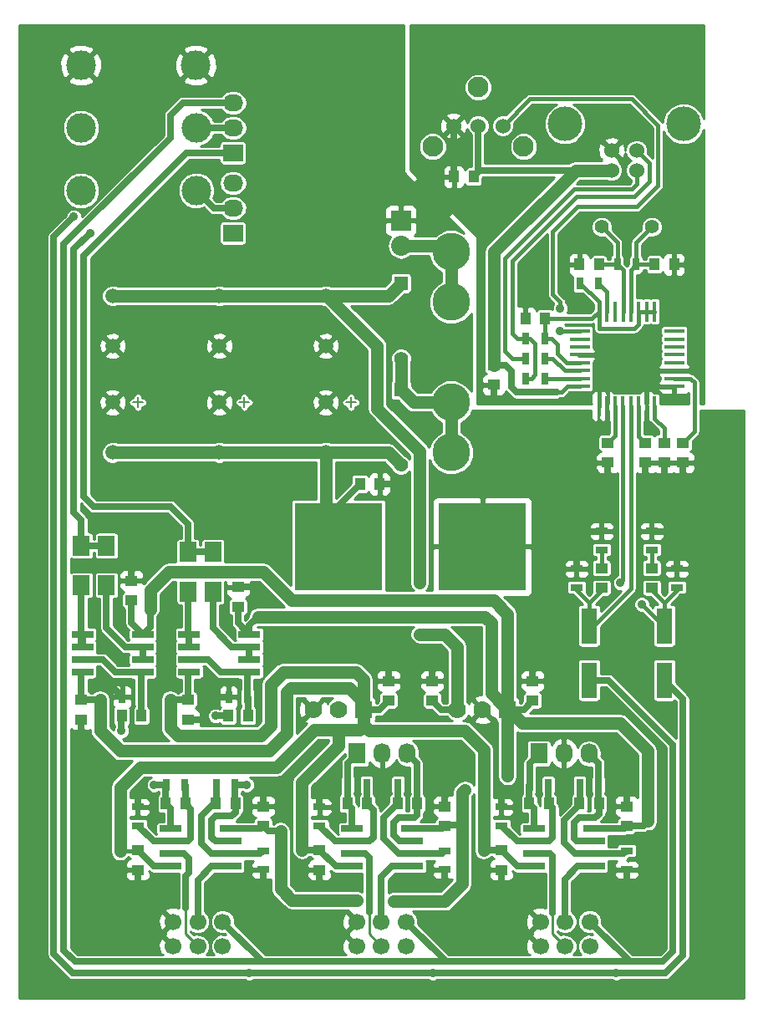
<source format=gtl>
G04 #@! TF.FileFunction,Copper,L1,Top,Signal*
%FSLAX46Y46*%
G04 Gerber Fmt 4.6, Leading zero omitted, Abs format (unit mm)*
G04 Created by KiCad (PCBNEW 4.0.0-rc2-stable) date 17.11.2015 23:45:42*
%MOMM*%
G01*
G04 APERTURE LIST*
%ADD10C,0.100000*%
%ADD11C,0.150000*%
%ADD12C,1.524000*%
%ADD13C,3.500000*%
%ADD14C,3.000000*%
%ADD15C,1.700000*%
%ADD16R,2.032000X2.032000*%
%ADD17O,2.032000X2.032000*%
%ADD18R,1.727200X2.032000*%
%ADD19O,1.727200X2.032000*%
%ADD20C,1.422400*%
%ADD21R,2.200000X0.720000*%
%ADD22R,1.998980X0.449580*%
%ADD23R,0.449580X1.998980*%
%ADD24R,1.700000X2.000000*%
%ADD25C,3.810000*%
%ADD26R,1.397000X1.397000*%
%ADD27C,1.397000*%
%ADD28R,1.600200X3.599180*%
%ADD29C,1.501140*%
%ADD30R,1.250000X1.000000*%
%ADD31R,1.000000X1.250000*%
%ADD32R,0.700000X1.300000*%
%ADD33R,1.300000X0.700000*%
%ADD34R,1.778000X1.778000*%
%ADD35C,1.778000*%
%ADD36R,8.890000X8.890000*%
%ADD37R,2.032000X1.727200*%
%ADD38O,2.032000X1.727200*%
%ADD39C,2.100000*%
%ADD40C,0.889000*%
%ADD41C,0.381000*%
%ADD42C,1.270000*%
%ADD43C,0.635000*%
%ADD44C,0.254000*%
G04 APERTURE END LIST*
D10*
D11*
X128905000Y-81407000D02*
X128905000Y-82423000D01*
X129413000Y-81915000D02*
X128397000Y-81915000D01*
X118110000Y-81407000D02*
X118110000Y-82423000D01*
X118618000Y-81915000D02*
X117602000Y-81915000D01*
X107315000Y-81407000D02*
X107315000Y-82423000D01*
X107823000Y-81915000D02*
X106807000Y-81915000D01*
X118110000Y-70612000D02*
X118110000Y-71628000D01*
X118618000Y-71120000D02*
X117602000Y-71120000D01*
X128905000Y-70612000D02*
X128905000Y-71628000D01*
X129413000Y-71120000D02*
X128397000Y-71120000D01*
X107315000Y-70612000D02*
X107315000Y-71628000D01*
X107823000Y-71120000D02*
X106807000Y-71120000D01*
D12*
X155330000Y-58399000D03*
X157870000Y-58399000D03*
X157870000Y-56400020D03*
X155330000Y-56400020D03*
D13*
X150600520Y-53700000D03*
X162599480Y-53700000D03*
D14*
X113200000Y-47750000D03*
X101550000Y-47750000D03*
X113250000Y-54100000D03*
X101550000Y-54100000D03*
X113250000Y-60450000D03*
X101550000Y-60450000D03*
D15*
X110900000Y-137000000D03*
X113400000Y-137000000D03*
X115900000Y-137000000D03*
X110900000Y-134500000D03*
X113400000Y-134500000D03*
X115900000Y-134500000D03*
X129500000Y-137000000D03*
X132000000Y-137000000D03*
X134500000Y-137000000D03*
X129500000Y-134500000D03*
X132000000Y-134500000D03*
X134500000Y-134500000D03*
X148100000Y-137000000D03*
X150600000Y-137000000D03*
X153100000Y-137000000D03*
X148100000Y-134500000D03*
X150600000Y-134500000D03*
X153100000Y-134500000D03*
D16*
X133985000Y-63500000D03*
D17*
X133985000Y-66040000D03*
D18*
X147955000Y-117475000D03*
D19*
X150495000Y-117475000D03*
X153035000Y-117475000D03*
D18*
X129540000Y-117475000D03*
D19*
X132080000Y-117475000D03*
X134620000Y-117475000D03*
D20*
X159385000Y-64135000D03*
X154305000Y-64135000D03*
D21*
X110615000Y-125095000D03*
X110615000Y-126365000D03*
X110615000Y-127635000D03*
X110615000Y-128905000D03*
X116715000Y-125095000D03*
X116715000Y-126365000D03*
X116715000Y-127635000D03*
X116715000Y-128905000D03*
X112520000Y-105410000D03*
X112520000Y-106680000D03*
X112520000Y-107950000D03*
X112520000Y-109220000D03*
X118620000Y-105410000D03*
X118620000Y-106680000D03*
X118620000Y-107950000D03*
X118620000Y-109220000D03*
X129030000Y-125095000D03*
X129030000Y-126365000D03*
X129030000Y-127635000D03*
X129030000Y-128905000D03*
X135130000Y-125095000D03*
X135130000Y-126365000D03*
X135130000Y-127635000D03*
X135130000Y-128905000D03*
X101725000Y-105410000D03*
X101725000Y-106680000D03*
X101725000Y-107950000D03*
X101725000Y-109220000D03*
X107825000Y-105410000D03*
X107825000Y-106680000D03*
X107825000Y-107950000D03*
X107825000Y-109220000D03*
X147445000Y-125095000D03*
X147445000Y-126365000D03*
X147445000Y-127635000D03*
X147445000Y-128905000D03*
X153545000Y-125095000D03*
X153545000Y-126365000D03*
X153545000Y-127635000D03*
X153545000Y-128905000D03*
D22*
X161660840Y-74693780D03*
X161660840Y-75493880D03*
X161660840Y-76293980D03*
X161660840Y-77094080D03*
X161660840Y-77894180D03*
X161660840Y-78694280D03*
X161660840Y-79494380D03*
X161660840Y-80294480D03*
X152095200Y-80289400D03*
X152095200Y-74676000D03*
X152095200Y-75488800D03*
X152095200Y-76301600D03*
X152095200Y-77089000D03*
X152095200Y-77901800D03*
X152095200Y-78689200D03*
X152095200Y-79502000D03*
D23*
X159669480Y-82296000D03*
X158871920Y-82296000D03*
X158069280Y-82296000D03*
X157271720Y-82296000D03*
X156469080Y-82296000D03*
X155671520Y-82296000D03*
X154868880Y-82296000D03*
X154071320Y-82296000D03*
X159664400Y-72694800D03*
X158877000Y-72694800D03*
X158064200Y-72694800D03*
X157276800Y-72694800D03*
X156489400Y-72694800D03*
X155676600Y-72694800D03*
X154863800Y-72694800D03*
X154051000Y-72694800D03*
D24*
X114935000Y-101060000D03*
X114935000Y-97060000D03*
X112395000Y-101060000D03*
X112395000Y-97060000D03*
X104140000Y-100425000D03*
X104140000Y-96425000D03*
X101600000Y-100425000D03*
X101600000Y-96425000D03*
D25*
X139065000Y-66675000D03*
X139065000Y-71755000D03*
X139065000Y-81915000D03*
X139065000Y-86995000D03*
D26*
X133985000Y-80645000D03*
D27*
X133985000Y-88265000D03*
D26*
X133985000Y-69850000D03*
D27*
X133985000Y-77470000D03*
D28*
X153035000Y-104564180D03*
X153035000Y-110065820D03*
X160655000Y-104564180D03*
X160655000Y-110065820D03*
D29*
X126365000Y-86995000D03*
X126365000Y-81915000D03*
X115570000Y-86995000D03*
X115570000Y-81915000D03*
X104775000Y-86995000D03*
X104775000Y-81915000D03*
D30*
X147320000Y-112125000D03*
X147320000Y-110125000D03*
X137160000Y-112125000D03*
X137160000Y-110125000D03*
D29*
X115570000Y-76200000D03*
X115570000Y-71120000D03*
X126365000Y-76200000D03*
X126365000Y-71120000D03*
X104775000Y-76200000D03*
X104775000Y-71120000D03*
D31*
X159655000Y-67945000D03*
X161655000Y-67945000D03*
X154035000Y-67945000D03*
X152035000Y-67945000D03*
X131810000Y-90170000D03*
X129810000Y-90170000D03*
D30*
X132715000Y-110125000D03*
X132715000Y-112125000D03*
D31*
X139335000Y-59055000D03*
X141335000Y-59055000D03*
X146574000Y-73406000D03*
X148574000Y-73406000D03*
D30*
X162560000Y-85995000D03*
X162560000Y-87995000D03*
X143383000Y-78121000D03*
X143383000Y-80121000D03*
X154940000Y-85995000D03*
X154940000Y-87995000D03*
X158750000Y-85995000D03*
X158750000Y-87995000D03*
X160655000Y-85995000D03*
X160655000Y-87995000D03*
X159385000Y-100695000D03*
X159385000Y-98695000D03*
X154305000Y-100695000D03*
X154305000Y-98695000D03*
X156845000Y-122825000D03*
X156845000Y-124825000D03*
X106680000Y-99965000D03*
X106680000Y-101965000D03*
D31*
X105680000Y-113665000D03*
X107680000Y-113665000D03*
X148955000Y-122555000D03*
X146955000Y-122555000D03*
D30*
X144145000Y-129270000D03*
X144145000Y-127270000D03*
X101600000Y-114030000D03*
X101600000Y-112030000D03*
D31*
X152035000Y-122555000D03*
X154035000Y-122555000D03*
D30*
X138430000Y-122825000D03*
X138430000Y-124825000D03*
X117475000Y-100600000D03*
X117475000Y-102600000D03*
D31*
X116475000Y-113665000D03*
X118475000Y-113665000D03*
X130540000Y-122555000D03*
X128540000Y-122555000D03*
D30*
X125730000Y-129270000D03*
X125730000Y-127270000D03*
X112395000Y-114030000D03*
X112395000Y-112030000D03*
D31*
X133620000Y-122555000D03*
X135620000Y-122555000D03*
D30*
X120015000Y-122825000D03*
X120015000Y-124825000D03*
D31*
X112125000Y-122555000D03*
X110125000Y-122555000D03*
D30*
X107315000Y-129270000D03*
X107315000Y-127270000D03*
D31*
X115205000Y-122555000D03*
X117205000Y-122555000D03*
D32*
X157795000Y-67945000D03*
X155895000Y-67945000D03*
X153985000Y-69850000D03*
X152085000Y-69850000D03*
X146624000Y-75438000D03*
X148524000Y-75438000D03*
X148524000Y-77470000D03*
X146624000Y-77470000D03*
X148524000Y-79502000D03*
X146624000Y-79502000D03*
D33*
X159385000Y-96835000D03*
X159385000Y-94935000D03*
X154305000Y-96835000D03*
X154305000Y-94935000D03*
X161925000Y-100645000D03*
X161925000Y-98745000D03*
X151765000Y-100645000D03*
X151765000Y-98745000D03*
X144145000Y-124775000D03*
X144145000Y-122875000D03*
D32*
X148905000Y-120650000D03*
X147005000Y-120650000D03*
D33*
X156845000Y-127320000D03*
X156845000Y-129220000D03*
D32*
X152085000Y-120650000D03*
X153985000Y-120650000D03*
X107630000Y-111760000D03*
X105730000Y-111760000D03*
D33*
X125730000Y-124775000D03*
X125730000Y-122875000D03*
D32*
X130490000Y-120650000D03*
X128590000Y-120650000D03*
D33*
X138430000Y-127320000D03*
X138430000Y-129220000D03*
D32*
X133670000Y-120650000D03*
X135570000Y-120650000D03*
X118425000Y-111760000D03*
X116525000Y-111760000D03*
D33*
X107315000Y-124775000D03*
X107315000Y-122875000D03*
D32*
X112075000Y-120650000D03*
X110175000Y-120650000D03*
D33*
X120015000Y-127320000D03*
X120015000Y-129220000D03*
D32*
X115255000Y-120650000D03*
X117155000Y-120650000D03*
D34*
X144780000Y-113030000D03*
D35*
X139700000Y-113030000D03*
X142240000Y-113030000D03*
D36*
X142240000Y-96520000D03*
D34*
X130175000Y-113030000D03*
D35*
X125095000Y-113030000D03*
X127635000Y-113030000D03*
D36*
X127635000Y-96520000D03*
D37*
X116967000Y-64770000D03*
D38*
X116967000Y-62230000D03*
X116967000Y-59690000D03*
D37*
X116967000Y-56642000D03*
D38*
X116967000Y-54102000D03*
X116967000Y-51562000D03*
D12*
X141800000Y-53900000D03*
X144300000Y-53900000D03*
X139300000Y-53900000D03*
D39*
X141800000Y-50000000D03*
X146400000Y-56000000D03*
X137200000Y-56000000D03*
D40*
X135890000Y-105410000D03*
X135890000Y-100203000D03*
X140462000Y-121158000D03*
X144780000Y-119761000D03*
X129540000Y-132334000D03*
X133206502Y-132461000D03*
X158369000Y-102362000D03*
X156210000Y-100203000D03*
X118600000Y-139700000D03*
X137200000Y-139700000D03*
X155800000Y-139700000D03*
X100838000Y-63119000D03*
X105664000Y-115189000D03*
X108966000Y-120650000D03*
X118364000Y-120650000D03*
X115189000Y-113665000D03*
X102489000Y-64770000D03*
X150114000Y-72390000D03*
X150114000Y-74676000D03*
X143383000Y-81407000D03*
X146558000Y-71755000D03*
X154051000Y-77089000D03*
X150749000Y-67945000D03*
X162941000Y-67945000D03*
X154051000Y-80264000D03*
X154559000Y-84391500D03*
X159067500Y-84455000D03*
X154940000Y-89281000D03*
X158750000Y-89281000D03*
X160655000Y-89281000D03*
X162560000Y-89281000D03*
X152781000Y-94996000D03*
X161036000Y-94996000D03*
X161925000Y-97536000D03*
X151765000Y-97536000D03*
X147320000Y-108839000D03*
X137160000Y-108839000D03*
X132715000Y-108839000D03*
X101600000Y-115443000D03*
X104521000Y-110617000D03*
X114046000Y-114046000D03*
X115189000Y-111760000D03*
X144145000Y-121666000D03*
X156845000Y-121412000D03*
X156845000Y-130429000D03*
X144145000Y-130556000D03*
X138430000Y-121539000D03*
X138430000Y-130302000D03*
X125730000Y-130556000D03*
X125730000Y-121793000D03*
X120015000Y-121539000D03*
X120015000Y-130429000D03*
X107315000Y-130556000D03*
X107315000Y-121793000D03*
X106680000Y-98679000D03*
X119126000Y-100584000D03*
X139065000Y-61595000D03*
X137795000Y-60325000D03*
X136525000Y-61595000D03*
X135255000Y-60325000D03*
X136525000Y-59055000D03*
X137668000Y-62865000D03*
X164084000Y-78740000D03*
X161671000Y-81407000D03*
X133350000Y-90170000D03*
D41*
X155895000Y-65725000D02*
X154305000Y-64135000D01*
X155895000Y-67945000D02*
X155895000Y-65725000D01*
X154035000Y-67945000D02*
X155895000Y-67945000D01*
X156489400Y-68539400D02*
X155895000Y-67945000D01*
X156489400Y-72694800D02*
X156489400Y-68539400D01*
X157795000Y-65725000D02*
X159385000Y-64135000D01*
X157795000Y-67945000D02*
X157795000Y-65725000D01*
X159655000Y-67945000D02*
X157795000Y-67945000D01*
X157276800Y-68463200D02*
X157795000Y-67945000D01*
X157276800Y-72694800D02*
X157276800Y-68463200D01*
D42*
X126365000Y-71120000D02*
X132715000Y-71120000D01*
X132715000Y-71120000D02*
X133985000Y-69850000D01*
X139700000Y-113030000D02*
X139700000Y-106680000D01*
X135890000Y-98806000D02*
X135890000Y-100203000D01*
X131572000Y-76200000D02*
X131572000Y-82550000D01*
X131572000Y-82550000D02*
X135890000Y-86868000D01*
X135890000Y-86868000D02*
X135890000Y-98806000D01*
X131572000Y-76200000D02*
X126492000Y-71120000D01*
X138430000Y-105410000D02*
X135890000Y-105410000D01*
X139700000Y-106680000D02*
X138430000Y-105410000D01*
X115570000Y-71120000D02*
X126365000Y-71120000D01*
X104775000Y-71120000D02*
X115570000Y-71120000D01*
X126365000Y-71120000D02*
X126492000Y-71120000D01*
D43*
X138065000Y-113030000D02*
X137160000Y-112125000D01*
X139700000Y-113030000D02*
X138065000Y-113030000D01*
D42*
X140208000Y-122936000D02*
X140208000Y-124714000D01*
X144780000Y-113030000D02*
X144780000Y-118364000D01*
D43*
X140208000Y-124714000D02*
X138541000Y-124714000D01*
D42*
X140208000Y-121412000D02*
X140462000Y-121158000D01*
X140208000Y-122936000D02*
X140208000Y-121412000D01*
X144780000Y-119761000D02*
X144780000Y-118364000D01*
D43*
X138430000Y-124825000D02*
X138541000Y-124714000D01*
D42*
X131445000Y-103632000D02*
X142494000Y-103632000D01*
D43*
X118620000Y-104519000D02*
X119507000Y-103632000D01*
D42*
X119507000Y-103632000D02*
X131445000Y-103632000D01*
D43*
X118620000Y-105410000D02*
X118620000Y-104519000D01*
D42*
X143129000Y-111379000D02*
X144780000Y-113030000D01*
X143129000Y-104267000D02*
X143129000Y-111379000D01*
X142494000Y-103632000D02*
X143129000Y-104267000D01*
X144780000Y-113030000D02*
X144780000Y-103378000D01*
X144780000Y-103378000D02*
X143383000Y-101981000D01*
X143383000Y-101981000D02*
X131445000Y-101981000D01*
X116205000Y-99060000D02*
X120015000Y-99060000D01*
X108585000Y-100965000D02*
X110490000Y-99060000D01*
X110490000Y-99060000D02*
X116205000Y-99060000D01*
X108585000Y-100965000D02*
X108585000Y-102743000D01*
X122936000Y-101981000D02*
X131445000Y-101981000D01*
X120015000Y-99060000D02*
X122936000Y-101981000D01*
D43*
X117475000Y-102600000D02*
X117475000Y-104265000D01*
X117475000Y-104265000D02*
X118620000Y-105410000D01*
X106680000Y-101965000D02*
X106680000Y-104265000D01*
X106680000Y-104265000D02*
X107825000Y-105410000D01*
X108585000Y-102743000D02*
X108585000Y-104650000D01*
X108585000Y-104650000D02*
X107825000Y-105410000D01*
D42*
X108585000Y-102870000D02*
X108585000Y-102743000D01*
X144780000Y-113030000D02*
X144780000Y-113284000D01*
D43*
X156845000Y-124825000D02*
X158512000Y-124825000D01*
X158512000Y-124825000D02*
X159004000Y-124333000D01*
D42*
X144780000Y-113030000D02*
X144907000Y-113030000D01*
X144907000Y-113030000D02*
X146304000Y-114427000D01*
X146304000Y-114427000D02*
X156210000Y-114427000D01*
X156210000Y-114427000D02*
X159004000Y-117221000D01*
X159004000Y-117221000D02*
X159004000Y-124333000D01*
X159004000Y-124333000D02*
X159004000Y-124206000D01*
D44*
X156575000Y-125095000D02*
X156845000Y-124825000D01*
D43*
X156575000Y-125095000D02*
X156845000Y-124825000D01*
X153545000Y-125095000D02*
X156575000Y-125095000D01*
X138160000Y-125095000D02*
X138430000Y-124825000D01*
X135130000Y-125095000D02*
X138160000Y-125095000D01*
X119745000Y-125095000D02*
X120015000Y-124825000D01*
X116715000Y-125095000D02*
X119745000Y-125095000D01*
X146415000Y-113030000D02*
X147320000Y-112125000D01*
X144780000Y-113030000D02*
X146415000Y-113030000D01*
X120539000Y-125349000D02*
X120015000Y-124825000D01*
D42*
X140208000Y-124714000D02*
X140208000Y-130683000D01*
X121793000Y-131191000D02*
X121793000Y-125349000D01*
X122936000Y-132334000D02*
X121793000Y-131191000D01*
X129540000Y-132334000D02*
X122936000Y-132334000D01*
X138430000Y-132461000D02*
X133206502Y-132461000D01*
X140208000Y-130683000D02*
X138430000Y-132461000D01*
D43*
X121793000Y-125349000D02*
X120539000Y-125349000D01*
D42*
X126365000Y-86995000D02*
X132715000Y-86995000D01*
X132715000Y-86995000D02*
X133985000Y-88265000D01*
X126365000Y-86995000D02*
X126365000Y-95250000D01*
X126365000Y-95250000D02*
X127635000Y-96520000D01*
D43*
X127635000Y-113030000D02*
X127397000Y-113030000D01*
D42*
X115570000Y-86995000D02*
X126365000Y-86995000D01*
X104775000Y-86995000D02*
X115570000Y-86995000D01*
D43*
X127635000Y-92345000D02*
X127635000Y-96520000D01*
X129810000Y-90170000D02*
X127635000Y-92345000D01*
X112520000Y-109220000D02*
X112395000Y-109345000D01*
X112395000Y-109345000D02*
X112395000Y-112030000D01*
X112395000Y-112030000D02*
X112379000Y-112014000D01*
X112379000Y-112014000D02*
X110617000Y-112014000D01*
D42*
X119761000Y-115697000D02*
X120777000Y-114681000D01*
X120777000Y-114681000D02*
X120777000Y-113284000D01*
X130175000Y-109982000D02*
X130175000Y-113030000D01*
X120777000Y-110490000D02*
X120777000Y-113284000D01*
X122047000Y-109220000D02*
X120777000Y-110490000D01*
X129413000Y-109220000D02*
X122047000Y-109220000D01*
X130175000Y-109982000D02*
X129413000Y-109220000D01*
X110617000Y-114935000D02*
X110617000Y-112014000D01*
X111379000Y-115697000D02*
X110617000Y-114935000D01*
X111379000Y-115697000D02*
X119761000Y-115697000D01*
D43*
X112395000Y-112030000D02*
X112520000Y-111905000D01*
X130175000Y-113030000D02*
X131810000Y-113030000D01*
X131810000Y-113030000D02*
X132715000Y-112125000D01*
D42*
X105791000Y-117221000D02*
X105537000Y-117221000D01*
X122428000Y-115443000D02*
X120650000Y-117221000D01*
X120650000Y-117221000D02*
X105791000Y-117221000D01*
X125857000Y-110871000D02*
X122809000Y-110871000D01*
X128778000Y-110871000D02*
X125857000Y-110871000D01*
X130175000Y-112268000D02*
X128778000Y-110871000D01*
X122428000Y-111252000D02*
X122428000Y-113792000D01*
X122809000Y-110871000D02*
X122428000Y-111252000D01*
D43*
X103505000Y-112014000D02*
X101616000Y-112014000D01*
D42*
X103505000Y-115189000D02*
X103505000Y-112014000D01*
X122428000Y-113792000D02*
X122428000Y-115443000D01*
X105537000Y-117221000D02*
X103505000Y-115189000D01*
X130175000Y-113030000D02*
X130175000Y-112268000D01*
D41*
X107204000Y-127381000D02*
X107315000Y-127270000D01*
D43*
X144145000Y-127270000D02*
X142367000Y-127270000D01*
X142367000Y-127270000D02*
X142129000Y-127270000D01*
X142129000Y-127270000D02*
X142113000Y-127254000D01*
X101616000Y-112014000D02*
X101600000Y-112030000D01*
D44*
X144415000Y-127270000D02*
X144145000Y-127270000D01*
D43*
X127365000Y-128905000D02*
X125730000Y-127270000D01*
X129030000Y-128905000D02*
X127365000Y-128905000D01*
X108950000Y-128905000D02*
X107315000Y-127270000D01*
X110615000Y-128905000D02*
X108950000Y-128905000D01*
X145780000Y-128905000D02*
X144145000Y-127270000D01*
X147445000Y-128905000D02*
X145780000Y-128905000D01*
X101600000Y-109345000D02*
X101725000Y-109220000D01*
X101600000Y-112030000D02*
X101600000Y-109345000D01*
D42*
X130175000Y-113030000D02*
X130175000Y-114681000D01*
X129794000Y-115062000D02*
X130175000Y-114681000D01*
X127635000Y-115062000D02*
X129794000Y-115062000D01*
X121412000Y-118872000D02*
X125222000Y-115062000D01*
D41*
X105537000Y-127381000D02*
X107204000Y-127381000D01*
D42*
X107569000Y-118872000D02*
X105537000Y-120904000D01*
X120142000Y-118872000D02*
X119888000Y-118872000D01*
X119888000Y-118872000D02*
X107569000Y-118872000D01*
X105537000Y-120904000D02*
X105537000Y-127381000D01*
X120142000Y-118872000D02*
X121412000Y-118872000D01*
X125222000Y-115062000D02*
X127635000Y-115062000D01*
X130810000Y-115189000D02*
X140462000Y-115189000D01*
X142367000Y-117094000D02*
X140462000Y-115189000D01*
X142367000Y-117094000D02*
X142367000Y-127270000D01*
X130175000Y-113030000D02*
X130175000Y-114554000D01*
X130175000Y-114554000D02*
X130810000Y-115189000D01*
X127635000Y-116713000D02*
X127635000Y-115062000D01*
X123952000Y-121666000D02*
X123952000Y-123317000D01*
X123952000Y-123317000D02*
X123952000Y-127254000D01*
D43*
X125730000Y-127270000D02*
X123968000Y-127270000D01*
X123968000Y-127270000D02*
X123952000Y-127254000D01*
D42*
X123952000Y-121666000D02*
X123952000Y-120396000D01*
X123952000Y-120396000D02*
X127635000Y-116713000D01*
D43*
X141800000Y-53900000D02*
X141800000Y-58590000D01*
X141800000Y-58590000D02*
X141335000Y-59055000D01*
X145999000Y-58399000D02*
X145288000Y-58399000D01*
X145288000Y-58399000D02*
X141991000Y-58399000D01*
X151659000Y-58399000D02*
X145999000Y-58399000D01*
X141991000Y-58399000D02*
X141335000Y-59055000D01*
X141800000Y-53900000D02*
X141800000Y-54200000D01*
X146177000Y-80899000D02*
X145669000Y-80899000D01*
D41*
X152095200Y-80289400D02*
X150850600Y-80289400D01*
X150241000Y-80899000D02*
X149733000Y-80899000D01*
X150850600Y-80289400D02*
X150241000Y-80899000D01*
D43*
X146177000Y-80899000D02*
X149733000Y-80899000D01*
X144542000Y-78121000D02*
X143383000Y-78121000D01*
X145161000Y-78740000D02*
X144542000Y-78121000D01*
X145161000Y-80391000D02*
X145161000Y-78740000D01*
X145669000Y-80899000D02*
X145161000Y-80391000D01*
D42*
X143383000Y-78121000D02*
X143383000Y-75946000D01*
X143383000Y-66675000D02*
X151659000Y-58399000D01*
X143383000Y-75946000D02*
X143383000Y-66675000D01*
X151659000Y-58399000D02*
X155330000Y-58399000D01*
D41*
X148574000Y-73406000D02*
X153339800Y-73406000D01*
X153339800Y-73406000D02*
X154051000Y-72694800D01*
X148524000Y-75438000D02*
X148524000Y-73456000D01*
X148524000Y-73456000D02*
X148574000Y-73406000D01*
X152095200Y-77901800D02*
X150799800Y-77901800D01*
X149225000Y-75438000D02*
X148524000Y-75438000D01*
X149860000Y-76073000D02*
X149225000Y-75438000D01*
X149860000Y-76962000D02*
X149860000Y-76073000D01*
X150799800Y-77901800D02*
X149860000Y-76962000D01*
X158064200Y-72694800D02*
X158877000Y-72694800D01*
X158877000Y-72694800D02*
X159664400Y-72694800D01*
X152146000Y-69850000D02*
X152085000Y-69850000D01*
X154051000Y-71755000D02*
X152146000Y-69850000D01*
X154051000Y-72694800D02*
X154051000Y-71755000D01*
X154051000Y-72694800D02*
X154051000Y-74422000D01*
X158064200Y-72694800D02*
X158064200Y-73964800D01*
X157607000Y-74422000D02*
X154051000Y-74422000D01*
X158064200Y-73964800D02*
X157607000Y-74422000D01*
X163314380Y-79494380D02*
X163703000Y-79883000D01*
X163703000Y-79883000D02*
X163703000Y-84852000D01*
X163703000Y-84852000D02*
X162560000Y-85995000D01*
X161660840Y-79494380D02*
X163314380Y-79494380D01*
X155671520Y-85263480D02*
X154940000Y-85995000D01*
X155671520Y-82296000D02*
X155671520Y-85263480D01*
X158069280Y-85314280D02*
X158750000Y-85995000D01*
X158069280Y-82296000D02*
X158069280Y-85314280D01*
X159669480Y-82296000D02*
X159669480Y-83532980D01*
X160655000Y-84518500D02*
X160655000Y-85995000D01*
X159669480Y-83532980D02*
X160655000Y-84518500D01*
X156469080Y-82296000D02*
X156469080Y-99943920D01*
X158369000Y-102362000D02*
X160571180Y-104564180D01*
X156469080Y-99943920D02*
X156210000Y-100203000D01*
X160571180Y-104564180D02*
X160655000Y-104564180D01*
X159385000Y-100965000D02*
X160655000Y-102235000D01*
X159385000Y-100695000D02*
X159385000Y-100965000D01*
X161925000Y-100965000D02*
X160655000Y-102235000D01*
X161925000Y-100645000D02*
X161925000Y-100965000D01*
X160655000Y-102235000D02*
X160655000Y-104564180D01*
D43*
X118600000Y-139700000D02*
X132207000Y-139700000D01*
X137200000Y-139700000D02*
X150749000Y-139700000D01*
X132207000Y-139700000D02*
X137200000Y-139700000D01*
X155800000Y-139700000D02*
X160782000Y-139700000D01*
X150749000Y-139700000D02*
X155800000Y-139700000D01*
X161925000Y-138557000D02*
X160782000Y-139700000D01*
X162560000Y-111970820D02*
X162560000Y-137922000D01*
X162560000Y-137922000D02*
X161925000Y-138557000D01*
X160655000Y-110065820D02*
X162560000Y-111970820D01*
X98806000Y-65151000D02*
X100838000Y-63119000D01*
X113665000Y-139700000D02*
X100711000Y-139700000D01*
X98806000Y-137795000D02*
X98806000Y-97028000D01*
X100711000Y-139700000D02*
X98806000Y-137795000D01*
X98806000Y-97028000D02*
X98806000Y-67056000D01*
X118600000Y-139700000D02*
X113600000Y-139700000D01*
X113665000Y-139700000D02*
X113600000Y-139700000D01*
X98806000Y-67056000D02*
X98806000Y-65151000D01*
D41*
X153035000Y-104564180D02*
X153499820Y-104564180D01*
X153499820Y-104564180D02*
X157271720Y-100792280D01*
X157271720Y-100792280D02*
X157271720Y-82296000D01*
X153035000Y-102235000D02*
X153035000Y-104564180D01*
X151765000Y-100965000D02*
X153035000Y-102235000D01*
X151765000Y-100645000D02*
X151765000Y-100965000D01*
X154305000Y-100965000D02*
X153035000Y-102235000D01*
X154305000Y-100695000D02*
X154305000Y-100965000D01*
D43*
X114681000Y-138557000D02*
X110236000Y-138557000D01*
X110236000Y-138557000D02*
X110109000Y-138557000D01*
X157000000Y-138557000D02*
X146431000Y-138557000D01*
X160528000Y-138557000D02*
X157000000Y-138557000D01*
X138500000Y-138557000D02*
X127889000Y-138557000D01*
X146431000Y-138557000D02*
X138500000Y-138557000D01*
X119900000Y-138557000D02*
X114681000Y-138557000D01*
X127889000Y-138557000D02*
X119900000Y-138557000D01*
X156972000Y-112014000D02*
X155023820Y-110065820D01*
X156972000Y-112014000D02*
X161544000Y-116586000D01*
X161544000Y-126746000D02*
X161544000Y-116586000D01*
X153035000Y-110065820D02*
X155023820Y-110065820D01*
X161544000Y-137541000D02*
X161544000Y-126746000D01*
X161544000Y-137541000D02*
X160528000Y-138557000D01*
X99822000Y-67691000D02*
X99822000Y-67564000D01*
X99822000Y-68199000D02*
X99822000Y-67691000D01*
X110236000Y-138557000D02*
X100965000Y-138557000D01*
X99822000Y-137414000D02*
X99822000Y-96901000D01*
X100965000Y-138557000D02*
X99822000Y-137414000D01*
X99822000Y-68199000D02*
X99822000Y-96901000D01*
X115900000Y-134500000D02*
X119957000Y-138557000D01*
X138557000Y-138557000D02*
X138500000Y-138500000D01*
X138500000Y-138500000D02*
X138500000Y-138557000D01*
X134500000Y-134500000D02*
X138557000Y-138557000D01*
X157157000Y-138557000D02*
X157000000Y-138400000D01*
X157000000Y-138400000D02*
X157000000Y-138557000D01*
X153100000Y-134500000D02*
X157157000Y-138557000D01*
X99822000Y-65913000D02*
X110617000Y-55118000D01*
X110617000Y-55118000D02*
X110617000Y-52832000D01*
X110617000Y-52832000D02*
X111887000Y-51562000D01*
X111887000Y-51562000D02*
X116967000Y-51562000D01*
X99822000Y-67691000D02*
X99822000Y-65913000D01*
D41*
X159385000Y-96835000D02*
X159385000Y-98695000D01*
X154305000Y-96835000D02*
X154305000Y-98695000D01*
D43*
X105680000Y-113665000D02*
X105664000Y-113681000D01*
X105664000Y-113681000D02*
X105664000Y-115189000D01*
X108966000Y-120650000D02*
X110175000Y-120650000D01*
X110125000Y-120700000D02*
X110175000Y-120650000D01*
X110125000Y-122555000D02*
X110125000Y-120700000D01*
X110615000Y-123045000D02*
X110125000Y-122555000D01*
X110615000Y-125095000D02*
X110615000Y-123045000D01*
X107630000Y-111760000D02*
X107680000Y-111810000D01*
X107680000Y-111810000D02*
X107680000Y-113665000D01*
X107825000Y-109220000D02*
X107630000Y-109415000D01*
X107630000Y-109415000D02*
X107630000Y-111760000D01*
X103759000Y-107950000D02*
X105029000Y-109220000D01*
X105029000Y-109220000D02*
X107825000Y-109220000D01*
X101725000Y-107950000D02*
X103759000Y-107950000D01*
D44*
X148905000Y-122505000D02*
X148955000Y-122555000D01*
D43*
X145735000Y-126365000D02*
X144145000Y-124775000D01*
X147445000Y-126365000D02*
X145735000Y-126365000D01*
X148905000Y-122505000D02*
X148955000Y-122555000D01*
X148905000Y-120650000D02*
X148905000Y-122505000D01*
X149352000Y-122952000D02*
X148955000Y-122555000D01*
X148971000Y-126365000D02*
X149352000Y-125984000D01*
X149352000Y-125984000D02*
X149352000Y-122952000D01*
X147445000Y-126365000D02*
X148971000Y-126365000D01*
D44*
X147005000Y-122505000D02*
X146955000Y-122555000D01*
D43*
X147445000Y-123045000D02*
X146955000Y-122555000D01*
X147445000Y-125095000D02*
X147445000Y-123045000D01*
X146955000Y-120700000D02*
X147005000Y-120650000D01*
X146955000Y-122555000D02*
X146955000Y-120700000D01*
X147005000Y-118425000D02*
X147955000Y-117475000D01*
X147005000Y-120650000D02*
X147005000Y-118425000D01*
D44*
X152035000Y-120700000D02*
X152085000Y-120650000D01*
D43*
X151638000Y-127635000D02*
X153545000Y-127635000D01*
X150495000Y-126492000D02*
X151638000Y-127635000D01*
X150495000Y-124218762D02*
X150495000Y-126492000D01*
X152035000Y-122678762D02*
X150495000Y-124218762D01*
X152035000Y-122555000D02*
X152035000Y-122678762D01*
X152085000Y-122505000D02*
X152035000Y-122555000D01*
X152085000Y-120650000D02*
X152085000Y-122505000D01*
X156530000Y-127635000D02*
X156845000Y-127320000D01*
X153545000Y-127635000D02*
X156530000Y-127635000D01*
D44*
X153985000Y-122505000D02*
X154035000Y-122555000D01*
D43*
X151765000Y-126365000D02*
X151511000Y-126111000D01*
X151511000Y-126111000D02*
X151511000Y-124460000D01*
X151511000Y-124460000D02*
X152019000Y-123952000D01*
X152019000Y-123952000D02*
X153670000Y-123952000D01*
X153670000Y-123952000D02*
X154035000Y-123587000D01*
X154035000Y-123587000D02*
X154035000Y-122555000D01*
X153545000Y-126365000D02*
X151765000Y-126365000D01*
X153985000Y-122505000D02*
X154035000Y-122555000D01*
X153985000Y-120650000D02*
X153985000Y-122505000D01*
X153985000Y-118425000D02*
X153035000Y-117475000D01*
X153985000Y-120650000D02*
X153985000Y-118425000D01*
X116475000Y-113665000D02*
X115189000Y-113665000D01*
X118364000Y-120650000D02*
X117155000Y-120650000D01*
X115189000Y-126365000D02*
X114808000Y-125984000D01*
X114808000Y-125984000D02*
X114808000Y-124206000D01*
X114808000Y-124206000D02*
X115189000Y-123825000D01*
X115189000Y-123825000D02*
X116840000Y-123825000D01*
X116840000Y-123825000D02*
X117205000Y-123460000D01*
X117205000Y-123460000D02*
X117205000Y-122555000D01*
X116715000Y-126365000D02*
X115189000Y-126365000D01*
X117155000Y-122505000D02*
X117205000Y-122555000D01*
X117155000Y-120650000D02*
X117155000Y-122505000D01*
X118425000Y-111760000D02*
X118475000Y-111810000D01*
X118475000Y-111810000D02*
X118475000Y-113665000D01*
X118620000Y-109220000D02*
X118425000Y-109415000D01*
X118425000Y-109415000D02*
X118425000Y-111760000D01*
X114427000Y-107950000D02*
X115697000Y-109220000D01*
X115697000Y-109220000D02*
X118620000Y-109220000D01*
X112520000Y-107950000D02*
X114427000Y-107950000D01*
X130810000Y-126365000D02*
X131191000Y-125984000D01*
X131191000Y-125984000D02*
X131191000Y-123206000D01*
X131191000Y-123206000D02*
X130540000Y-122555000D01*
X129030000Y-126365000D02*
X130810000Y-126365000D01*
X130540000Y-120700000D02*
X130490000Y-120650000D01*
X130540000Y-122555000D02*
X130540000Y-120700000D01*
X127320000Y-126365000D02*
X125730000Y-124775000D01*
X129030000Y-126365000D02*
X127320000Y-126365000D01*
X129030000Y-123045000D02*
X128540000Y-122555000D01*
X129030000Y-125095000D02*
X129030000Y-123045000D01*
X128540000Y-120700000D02*
X128590000Y-120650000D01*
X128540000Y-122555000D02*
X128540000Y-120700000D01*
X128590000Y-118425000D02*
X129540000Y-117475000D01*
X128590000Y-120650000D02*
X128590000Y-118425000D01*
X133731000Y-127635000D02*
X132207000Y-126111000D01*
X132207000Y-126111000D02*
X132207000Y-123968000D01*
X132207000Y-123968000D02*
X133620000Y-122555000D01*
X135130000Y-127635000D02*
X133731000Y-127635000D01*
X133670000Y-122505000D02*
X133620000Y-122555000D01*
X133670000Y-120650000D02*
X133670000Y-122505000D01*
X138115000Y-127635000D02*
X138430000Y-127320000D01*
X135130000Y-127635000D02*
X138115000Y-127635000D01*
X133858000Y-126365000D02*
X133223000Y-125730000D01*
X133223000Y-125730000D02*
X133223000Y-124460000D01*
X133223000Y-124460000D02*
X133731000Y-123952000D01*
X133731000Y-123952000D02*
X135382000Y-123952000D01*
X135382000Y-123952000D02*
X135620000Y-123714000D01*
X135620000Y-123714000D02*
X135620000Y-122555000D01*
X135130000Y-126365000D02*
X133858000Y-126365000D01*
X135620000Y-120700000D02*
X135570000Y-120650000D01*
X135620000Y-122555000D02*
X135620000Y-120700000D01*
X135570000Y-118425000D02*
X134620000Y-117475000D01*
X135570000Y-120650000D02*
X135570000Y-118425000D01*
X108905000Y-126365000D02*
X107315000Y-124775000D01*
X110615000Y-126365000D02*
X108905000Y-126365000D01*
X112395000Y-126365000D02*
X112649000Y-126111000D01*
X112649000Y-126111000D02*
X112649000Y-123079000D01*
X112649000Y-123079000D02*
X112125000Y-122555000D01*
X110615000Y-126365000D02*
X112395000Y-126365000D01*
X112125000Y-120700000D02*
X112075000Y-120650000D01*
X112125000Y-122555000D02*
X112125000Y-120700000D01*
X119700000Y-127635000D02*
X120015000Y-127320000D01*
X116715000Y-127635000D02*
X119700000Y-127635000D01*
X114808000Y-127635000D02*
X116715000Y-127635000D01*
X113792000Y-126619000D02*
X114808000Y-127635000D01*
X113792000Y-123825000D02*
X113792000Y-126619000D01*
X115062000Y-122555000D02*
X113792000Y-123825000D01*
X115205000Y-122555000D02*
X115062000Y-122555000D01*
X115255000Y-122505000D02*
X115205000Y-122555000D01*
X115255000Y-120650000D02*
X115255000Y-122505000D01*
D42*
X133985000Y-66040000D02*
X138430000Y-66040000D01*
X138430000Y-66040000D02*
X139065000Y-66675000D01*
X139065000Y-66675000D02*
X139065000Y-71755000D01*
D41*
X154863800Y-70728800D02*
X153985000Y-69850000D01*
X154863800Y-72694800D02*
X154863800Y-70728800D01*
X146370000Y-66482000D02*
X145288000Y-67564000D01*
X146370000Y-66482000D02*
X151765000Y-61087000D01*
X157870000Y-56400020D02*
X159131000Y-57661020D01*
X159131000Y-59563000D02*
X159131000Y-57661020D01*
X157607000Y-61087000D02*
X159131000Y-59563000D01*
X151765000Y-61087000D02*
X157607000Y-61087000D01*
X145796000Y-75438000D02*
X146624000Y-75438000D01*
X145288000Y-74930000D02*
X145796000Y-75438000D01*
X145288000Y-67564000D02*
X145288000Y-74930000D01*
X146624000Y-79502000D02*
X147193000Y-79502000D01*
X147066000Y-75438000D02*
X146624000Y-75438000D01*
X147574000Y-75946000D02*
X147066000Y-75438000D01*
X147574000Y-79121000D02*
X147574000Y-75946000D01*
X147193000Y-79502000D02*
X147574000Y-79121000D01*
X152095200Y-78689200D02*
X150571200Y-78689200D01*
X149352000Y-77470000D02*
X148524000Y-77470000D01*
X150571200Y-78689200D02*
X149352000Y-77470000D01*
X145542000Y-66294000D02*
X144526000Y-67310000D01*
X151511000Y-60325000D02*
X157353000Y-60325000D01*
X145542000Y-66294000D02*
X151511000Y-60325000D01*
X157870000Y-58399000D02*
X157870000Y-59808000D01*
X157353000Y-60325000D02*
X157870000Y-59808000D01*
X145288000Y-77470000D02*
X146624000Y-77470000D01*
X144526000Y-76708000D02*
X145288000Y-77470000D01*
X144526000Y-67310000D02*
X144526000Y-76708000D01*
X152095200Y-79502000D02*
X148524000Y-79502000D01*
D43*
X101725000Y-105410000D02*
X101725000Y-106680000D01*
X101600000Y-100425000D02*
X101600000Y-106555000D01*
X101600000Y-106555000D02*
X101725000Y-106680000D01*
X101600000Y-96425000D02*
X101600000Y-93853000D01*
X100838000Y-93091000D02*
X100838000Y-69342000D01*
X100838000Y-69342000D02*
X100838000Y-69215000D01*
X101600000Y-93853000D02*
X100838000Y-93091000D01*
X101600000Y-96425000D02*
X104140000Y-96425000D01*
X100838000Y-66421000D02*
X102489000Y-64770000D01*
X100838000Y-68199000D02*
X100838000Y-68072000D01*
X100838000Y-69342000D02*
X100838000Y-68199000D01*
X100838000Y-68072000D02*
X100838000Y-66421000D01*
X104140000Y-100425000D02*
X104140000Y-104775000D01*
X106045000Y-106680000D02*
X104140000Y-104775000D01*
X106045000Y-106680000D02*
X107825000Y-106680000D01*
X107825000Y-106680000D02*
X107825000Y-107950000D01*
X112520000Y-106680000D02*
X112520000Y-105410000D01*
X112520000Y-105410000D02*
X112395000Y-105285000D01*
X112395000Y-105285000D02*
X112395000Y-101060000D01*
X112520000Y-101820000D02*
X112395000Y-101695000D01*
X114935000Y-97060000D02*
X112395000Y-97060000D01*
X101854000Y-67056000D02*
X112268000Y-56642000D01*
X112268000Y-56642000D02*
X116967000Y-56642000D01*
X112395000Y-94234000D02*
X110617000Y-92456000D01*
X110617000Y-92456000D02*
X102870002Y-92456000D01*
X102870002Y-92456000D02*
X101854000Y-91439998D01*
X101854000Y-91439998D02*
X101854000Y-69088000D01*
X112395000Y-97060000D02*
X112395000Y-94234000D01*
X101854000Y-69088000D02*
X101854000Y-68580000D01*
X101854000Y-68580000D02*
X101854000Y-67056000D01*
X114935000Y-101060000D02*
X114935000Y-104775000D01*
X116840000Y-106680000D02*
X114935000Y-104775000D01*
X116840000Y-106680000D02*
X118620000Y-106680000D01*
X118620000Y-106680000D02*
X118620000Y-107950000D01*
D41*
X160020000Y-54102000D02*
X160020000Y-53848000D01*
X160020000Y-53848000D02*
X157353000Y-51181000D01*
X157353000Y-51181000D02*
X157099000Y-51181000D01*
X150114000Y-72390000D02*
X150114000Y-71755000D01*
X152095200Y-74676000D02*
X150114000Y-74676000D01*
X147019000Y-51181000D02*
X144300000Y-53900000D01*
X157099000Y-51181000D02*
X147019000Y-51181000D01*
X160020000Y-59944000D02*
X160020000Y-54102000D01*
X157861000Y-62103000D02*
X160020000Y-59944000D01*
X151892000Y-62103000D02*
X157861000Y-62103000D01*
X149352000Y-64643000D02*
X151892000Y-62103000D01*
X149352000Y-70993000D02*
X149352000Y-64643000D01*
X150114000Y-71755000D02*
X149352000Y-70993000D01*
D43*
X149352000Y-133604000D02*
X149352000Y-129349500D01*
X149098000Y-127635000D02*
X147445000Y-127635000D01*
X149352000Y-127889000D02*
X149098000Y-127635000D01*
X149352000Y-129349500D02*
X149352000Y-127889000D01*
D44*
X149352000Y-133985000D02*
X149352000Y-133604000D01*
X149352000Y-135752000D02*
X149352000Y-133985000D01*
X150600000Y-137000000D02*
X149352000Y-135752000D01*
X149352000Y-133604000D02*
X149352000Y-133413500D01*
D43*
X150600000Y-134500000D02*
X150600000Y-130197000D01*
X151892000Y-128905000D02*
X153545000Y-128905000D01*
X150600000Y-130197000D02*
X151892000Y-128905000D01*
X130746500Y-133540500D02*
X130746500Y-130429000D01*
D44*
X130746500Y-135746500D02*
X130746500Y-133540500D01*
X132000000Y-137000000D02*
X130746500Y-135746500D01*
D43*
X130365500Y-127635000D02*
X129030000Y-127635000D01*
X130746500Y-128016000D02*
X130365500Y-127635000D01*
X130746500Y-130429000D02*
X130746500Y-128016000D01*
X132000000Y-134500000D02*
X132000000Y-130001000D01*
X133096000Y-128905000D02*
X135130000Y-128905000D01*
X132000000Y-130001000D02*
X133096000Y-128905000D01*
X112141000Y-133096000D02*
X112141000Y-129921000D01*
X112014000Y-127635000D02*
X110615000Y-127635000D01*
X112522000Y-128143000D02*
X112014000Y-127635000D01*
X112522000Y-129540000D02*
X112522000Y-128143000D01*
X112141000Y-129921000D02*
X112522000Y-129540000D01*
D44*
X113400000Y-137000000D02*
X112141000Y-135741000D01*
X112141000Y-133096000D02*
X112141000Y-133159500D01*
X112141000Y-135741000D02*
X112141000Y-133096000D01*
D43*
X113400000Y-134500000D02*
X113400000Y-130313000D01*
X114808000Y-128905000D02*
X116715000Y-128905000D01*
X113400000Y-130313000D02*
X114808000Y-128905000D01*
D42*
X135255000Y-81915000D02*
X139065000Y-81915000D01*
X133985000Y-80645000D02*
X135255000Y-81915000D01*
X133985000Y-77470000D02*
X133985000Y-80645000D01*
X139065000Y-81915000D02*
X139065000Y-86995000D01*
D43*
X115030000Y-62230000D02*
X116967000Y-62230000D01*
X113250000Y-60450000D02*
X115030000Y-62230000D01*
X101550000Y-54100000D02*
X101598000Y-54100000D01*
X113250000Y-54263000D02*
X113250000Y-54100000D01*
X113252000Y-54102000D02*
X116967000Y-54102000D01*
X113250000Y-54100000D02*
X113252000Y-54102000D01*
X139300000Y-53900000D02*
X139300000Y-59020000D01*
X139300000Y-59020000D02*
X139335000Y-59055000D01*
X143383000Y-80121000D02*
X143383000Y-81407000D01*
D41*
X146574000Y-73406000D02*
X146574000Y-71771000D01*
X146574000Y-71771000D02*
X146558000Y-71755000D01*
X152095200Y-77089000D02*
X154051000Y-77089000D01*
X152035000Y-67945000D02*
X150749000Y-67945000D01*
X161655000Y-67945000D02*
X162941000Y-67945000D01*
X154071320Y-80284320D02*
X154051000Y-80264000D01*
X154071320Y-82296000D02*
X154071320Y-80284320D01*
X161660840Y-78694280D02*
X160065720Y-78694280D01*
X159986980Y-80294480D02*
X161660840Y-80294480D01*
X159829500Y-80137000D02*
X159986980Y-80294480D01*
X159829500Y-78930500D02*
X159829500Y-80137000D01*
X160065720Y-78694280D02*
X159829500Y-78930500D01*
X154868880Y-82296000D02*
X154868880Y-84081620D01*
X154868880Y-84081620D02*
X154559000Y-84391500D01*
X158871920Y-82296000D02*
X158871920Y-84259420D01*
X158871920Y-84259420D02*
X159067500Y-84455000D01*
D43*
X154940000Y-87995000D02*
X154940000Y-89281000D01*
X158750000Y-87995000D02*
X158750000Y-89281000D01*
X160655000Y-87995000D02*
X160655000Y-89281000D01*
X162560000Y-87995000D02*
X162560000Y-89281000D01*
X154305000Y-94935000D02*
X154244000Y-94996000D01*
X154244000Y-94996000D02*
X152781000Y-94996000D01*
X159385000Y-94935000D02*
X159446000Y-94996000D01*
X159446000Y-94996000D02*
X161036000Y-94996000D01*
X161925000Y-98745000D02*
X161925000Y-97536000D01*
X151765000Y-98745000D02*
X151765000Y-97536000D01*
X147320000Y-110125000D02*
X147320000Y-108839000D01*
X137160000Y-110125000D02*
X137160000Y-108839000D01*
X132715000Y-110125000D02*
X132715000Y-108839000D01*
X101600000Y-114030000D02*
X101600000Y-115443000D01*
X105730000Y-111760000D02*
X104587000Y-110617000D01*
X104587000Y-110617000D02*
X104521000Y-110617000D01*
X112395000Y-114030000D02*
X112411000Y-114046000D01*
X112411000Y-114046000D02*
X114046000Y-114046000D01*
X116525000Y-111760000D02*
X115189000Y-111760000D01*
X144145000Y-122875000D02*
X144145000Y-121666000D01*
X156845000Y-122825000D02*
X156845000Y-121412000D01*
X156845000Y-129220000D02*
X156845000Y-130429000D01*
X144145000Y-129270000D02*
X144145000Y-130556000D01*
X138430000Y-122825000D02*
X138430000Y-121539000D01*
X138430000Y-129220000D02*
X138430000Y-130302000D01*
X125730000Y-129270000D02*
X125730000Y-130556000D01*
X125730000Y-122875000D02*
X125730000Y-121793000D01*
X120015000Y-122825000D02*
X120015000Y-121539000D01*
X120015000Y-129220000D02*
X120015000Y-130429000D01*
X107315000Y-129270000D02*
X107315000Y-130556000D01*
X107315000Y-122875000D02*
X107315000Y-121793000D01*
X106680000Y-99965000D02*
X106680000Y-98679000D01*
X117475000Y-100600000D02*
X119110000Y-100600000D01*
X119110000Y-100600000D02*
X119126000Y-100584000D01*
X139065000Y-61595000D02*
X138938000Y-61595000D01*
X137795000Y-60325000D02*
X136525000Y-61595000D01*
X136525000Y-59055000D02*
X135255000Y-60325000D01*
X138938000Y-61595000D02*
X137668000Y-62865000D01*
D41*
X161706560Y-78740000D02*
X164084000Y-78740000D01*
X161660840Y-78694280D02*
X161706560Y-78740000D01*
X161671000Y-80304640D02*
X161671000Y-81407000D01*
X161660840Y-80294480D02*
X161671000Y-80304640D01*
D43*
X131810000Y-90170000D02*
X133350000Y-90170000D01*
X113200000Y-47750000D02*
X113159000Y-47750000D01*
D44*
G36*
X134273000Y-58600000D02*
X134283006Y-58649410D01*
X134310197Y-58689803D01*
X135196447Y-59576053D01*
X135238461Y-59603916D01*
X135288004Y-59613238D01*
X135337272Y-59602550D01*
X135360067Y-59589594D01*
X135708448Y-59340750D01*
X138200000Y-59340750D01*
X138200000Y-59806310D01*
X138296673Y-60039699D01*
X138475302Y-60218327D01*
X138708691Y-60315000D01*
X139049250Y-60315000D01*
X139208000Y-60156250D01*
X139208000Y-59182000D01*
X138358750Y-59182000D01*
X138200000Y-59340750D01*
X135708448Y-59340750D01*
X135710067Y-59339594D01*
X135744458Y-59302733D01*
X135761799Y-59255396D01*
X135759356Y-59205042D01*
X135726053Y-59146447D01*
X134927000Y-58347394D01*
X134927000Y-58303690D01*
X138200000Y-58303690D01*
X138200000Y-58769250D01*
X138358750Y-58928000D01*
X139208000Y-58928000D01*
X139208000Y-57953750D01*
X139049250Y-57795000D01*
X138708691Y-57795000D01*
X138475302Y-57891673D01*
X138296673Y-58070301D01*
X138200000Y-58303690D01*
X134927000Y-58303690D01*
X134927000Y-56283395D01*
X135768752Y-56283395D01*
X135986150Y-56809537D01*
X136388345Y-57212435D01*
X136914108Y-57430751D01*
X137483395Y-57431248D01*
X138009537Y-57213850D01*
X138412435Y-56811655D01*
X138630751Y-56285892D01*
X138631248Y-55716605D01*
X138413850Y-55190463D01*
X138104142Y-54880213D01*
X138499392Y-54880213D01*
X138568857Y-55122397D01*
X139092302Y-55309144D01*
X139647368Y-55281362D01*
X140031143Y-55122397D01*
X140100608Y-54880213D01*
X139300000Y-54079605D01*
X138499392Y-54880213D01*
X138104142Y-54880213D01*
X138011655Y-54787565D01*
X137485892Y-54569249D01*
X136916605Y-54568752D01*
X136390463Y-54786150D01*
X135987565Y-55188345D01*
X135769249Y-55714108D01*
X135768752Y-56283395D01*
X134927000Y-56283395D01*
X134927000Y-53692302D01*
X137890856Y-53692302D01*
X137918638Y-54247368D01*
X138077603Y-54631143D01*
X138319787Y-54700608D01*
X139120395Y-53900000D01*
X138319787Y-53099392D01*
X138077603Y-53168857D01*
X137890856Y-53692302D01*
X134927000Y-53692302D01*
X134927000Y-52919787D01*
X138499392Y-52919787D01*
X139300000Y-53720395D01*
X140100608Y-52919787D01*
X140031143Y-52677603D01*
X139507698Y-52490856D01*
X138952632Y-52518638D01*
X138568857Y-52677603D01*
X138499392Y-52919787D01*
X134927000Y-52919787D01*
X134927000Y-50283395D01*
X140368752Y-50283395D01*
X140586150Y-50809537D01*
X140988345Y-51212435D01*
X141514108Y-51430751D01*
X142083395Y-51431248D01*
X142609537Y-51213850D01*
X143012435Y-50811655D01*
X143230751Y-50285892D01*
X143231248Y-49716605D01*
X143013850Y-49190463D01*
X142611655Y-48787565D01*
X142085892Y-48569249D01*
X141516605Y-48568752D01*
X140990463Y-48786150D01*
X140587565Y-49188345D01*
X140369249Y-49714108D01*
X140368752Y-50283395D01*
X134927000Y-50283395D01*
X134927000Y-43727000D01*
X164673000Y-43727000D01*
X164673000Y-53137973D01*
X164407107Y-52494462D01*
X163808171Y-51894479D01*
X163025222Y-51569370D01*
X162177458Y-51568631D01*
X161393942Y-51892373D01*
X160793959Y-52491309D01*
X160468850Y-53274258D01*
X160468644Y-53510536D01*
X160446457Y-53477330D01*
X160424112Y-53443888D01*
X160424109Y-53443886D01*
X157757112Y-50776888D01*
X157571704Y-50653003D01*
X157535418Y-50645785D01*
X157353000Y-50609499D01*
X157352995Y-50609500D01*
X147019005Y-50609500D01*
X147019000Y-50609499D01*
X146800297Y-50653002D01*
X146800295Y-50653003D01*
X146800296Y-50653003D01*
X146614888Y-50776888D01*
X146614886Y-50776891D01*
X144603411Y-52788365D01*
X144528354Y-52757199D01*
X144073641Y-52756802D01*
X143653388Y-52930446D01*
X143331577Y-53251697D01*
X143157199Y-53671646D01*
X143156802Y-54126359D01*
X143330446Y-54546612D01*
X143651697Y-54868423D01*
X144071646Y-55042801D01*
X144526359Y-55043198D01*
X144946612Y-54869554D01*
X145268423Y-54548303D01*
X145442801Y-54128354D01*
X145443198Y-53673641D01*
X145411441Y-53596783D01*
X147255723Y-51752500D01*
X149733501Y-51752500D01*
X149394982Y-51892373D01*
X148794999Y-52491309D01*
X148469890Y-53274258D01*
X148469151Y-54122022D01*
X148792893Y-54905538D01*
X149391829Y-55505521D01*
X150174778Y-55830630D01*
X151022542Y-55831369D01*
X151806058Y-55507627D01*
X151894031Y-55419807D01*
X154529392Y-55419807D01*
X155330000Y-56220415D01*
X156130608Y-55419807D01*
X156061143Y-55177623D01*
X155537698Y-54990876D01*
X154982632Y-55018658D01*
X154598857Y-55177623D01*
X154529392Y-55419807D01*
X151894031Y-55419807D01*
X152406041Y-54908691D01*
X152731150Y-54125742D01*
X152731889Y-53277978D01*
X152408147Y-52494462D01*
X151809211Y-51894479D01*
X151467288Y-51752500D01*
X157116276Y-51752500D01*
X159448500Y-54084723D01*
X159448500Y-57170297D01*
X158981635Y-56703431D01*
X159012801Y-56628374D01*
X159013198Y-56173661D01*
X158839554Y-55753408D01*
X158518303Y-55431597D01*
X158098354Y-55257219D01*
X157643641Y-55256822D01*
X157223388Y-55430466D01*
X156901577Y-55751717D01*
X156727199Y-56171666D01*
X156727030Y-56365680D01*
X156711362Y-56052652D01*
X156552397Y-55668877D01*
X156310213Y-55599412D01*
X155509605Y-56400020D01*
X156310213Y-57200628D01*
X156552397Y-57131163D01*
X156729852Y-56633762D01*
X156900446Y-57046632D01*
X157221697Y-57368443D01*
X157296178Y-57399370D01*
X157223388Y-57429446D01*
X156901577Y-57750697D01*
X156727199Y-58170646D01*
X156726802Y-58625359D01*
X156900446Y-59045612D01*
X157221697Y-59367423D01*
X157298500Y-59399314D01*
X157298500Y-59571277D01*
X157116276Y-59753500D01*
X151741341Y-59753500D01*
X152079841Y-59415000D01*
X154796275Y-59415000D01*
X155101646Y-59541801D01*
X155556359Y-59542198D01*
X155976612Y-59368554D01*
X156298423Y-59047303D01*
X156472801Y-58627354D01*
X156473198Y-58172641D01*
X156299554Y-57752388D01*
X156085397Y-57537858D01*
X156130608Y-57380233D01*
X155330000Y-56579625D01*
X155315858Y-56593768D01*
X155136253Y-56414163D01*
X155150395Y-56400020D01*
X154349787Y-55599412D01*
X154107603Y-55668877D01*
X153920856Y-56192322D01*
X153948638Y-56747388D01*
X154107603Y-57131163D01*
X154349785Y-57200627D01*
X154234774Y-57315638D01*
X154302136Y-57383000D01*
X151659000Y-57383000D01*
X151270194Y-57460338D01*
X151270192Y-57460339D01*
X151270193Y-57460339D01*
X150940579Y-57680580D01*
X150920659Y-57700500D01*
X142498500Y-57700500D01*
X142498500Y-56283395D01*
X144968752Y-56283395D01*
X145186150Y-56809537D01*
X145588345Y-57212435D01*
X146114108Y-57430751D01*
X146683395Y-57431248D01*
X147209537Y-57213850D01*
X147612435Y-56811655D01*
X147830751Y-56285892D01*
X147831248Y-55716605D01*
X147613850Y-55190463D01*
X147211655Y-54787565D01*
X146685892Y-54569249D01*
X146116605Y-54568752D01*
X145590463Y-54786150D01*
X145187565Y-55188345D01*
X144969249Y-55714108D01*
X144968752Y-56283395D01*
X142498500Y-56283395D01*
X142498500Y-54817756D01*
X142768423Y-54548303D01*
X142942801Y-54128354D01*
X142943198Y-53673641D01*
X142769554Y-53253388D01*
X142448303Y-52931577D01*
X142028354Y-52757199D01*
X141573641Y-52756802D01*
X141153388Y-52930446D01*
X140831577Y-53251697D01*
X140684079Y-53606912D01*
X140681362Y-53552632D01*
X140522397Y-53168857D01*
X140280213Y-53099392D01*
X139479605Y-53900000D01*
X140280213Y-54700608D01*
X140522397Y-54631143D01*
X140681318Y-54185693D01*
X140830446Y-54546612D01*
X141101500Y-54818138D01*
X141101500Y-58041536D01*
X140835000Y-58041536D01*
X140693810Y-58068103D01*
X140564135Y-58151546D01*
X140477141Y-58278866D01*
X140470000Y-58314130D01*
X140470000Y-58303690D01*
X140373327Y-58070301D01*
X140194698Y-57891673D01*
X139961309Y-57795000D01*
X139620750Y-57795000D01*
X139462000Y-57953750D01*
X139462000Y-58928000D01*
X139482000Y-58928000D01*
X139482000Y-59182000D01*
X139462000Y-59182000D01*
X139462000Y-60156250D01*
X139620750Y-60315000D01*
X139961309Y-60315000D01*
X140194698Y-60218327D01*
X140373327Y-60039699D01*
X140470000Y-59806310D01*
X140470000Y-59804699D01*
X140473103Y-59821190D01*
X140556546Y-59950865D01*
X140683866Y-60037859D01*
X140835000Y-60068464D01*
X141835000Y-60068464D01*
X141976190Y-60041897D01*
X142105865Y-59958454D01*
X142192859Y-59831134D01*
X142223464Y-59680000D01*
X142223464Y-59154364D01*
X142280328Y-59097500D01*
X149523659Y-59097500D01*
X142664580Y-65956580D01*
X142444338Y-66286193D01*
X142444338Y-66286194D01*
X142367000Y-66675000D01*
X142367000Y-78121000D01*
X142369536Y-78133749D01*
X142369536Y-78621000D01*
X142396103Y-78762190D01*
X142479546Y-78891865D01*
X142606866Y-78978859D01*
X142642130Y-78986000D01*
X142631690Y-78986000D01*
X142398301Y-79082673D01*
X142219673Y-79261302D01*
X142123000Y-79494691D01*
X142123000Y-79835250D01*
X142281750Y-79994000D01*
X143256000Y-79994000D01*
X143256000Y-79974000D01*
X143510000Y-79974000D01*
X143510000Y-79994000D01*
X143530000Y-79994000D01*
X143530000Y-80248000D01*
X143510000Y-80248000D01*
X143510000Y-81097250D01*
X143668750Y-81256000D01*
X144134310Y-81256000D01*
X144367699Y-81159327D01*
X144546327Y-80980698D01*
X144617031Y-80810002D01*
X144667086Y-80884914D01*
X145175086Y-81392914D01*
X145401696Y-81544330D01*
X145669000Y-81597500D01*
X149733000Y-81597500D01*
X150000304Y-81544330D01*
X150110798Y-81470500D01*
X150240995Y-81470500D01*
X150241000Y-81470501D01*
X150423418Y-81434215D01*
X150459704Y-81426997D01*
X150645112Y-81303112D01*
X151054013Y-80894210D01*
X151095710Y-80902654D01*
X153094690Y-80902654D01*
X153235880Y-80876087D01*
X153365555Y-80792644D01*
X153452549Y-80665324D01*
X153472738Y-80565625D01*
X160026350Y-80565625D01*
X160026350Y-80645580D01*
X160123023Y-80878969D01*
X160301652Y-81057597D01*
X160535041Y-81154270D01*
X161375090Y-81154270D01*
X161533840Y-80995520D01*
X161533840Y-80406875D01*
X160185100Y-80406875D01*
X160026350Y-80565625D01*
X153472738Y-80565625D01*
X153483154Y-80514190D01*
X153483154Y-80064610D01*
X153456587Y-79923420D01*
X153439552Y-79896946D01*
X153452549Y-79877924D01*
X153483154Y-79726790D01*
X153483154Y-79277210D01*
X153456587Y-79136020D01*
X153431134Y-79096465D01*
X153452549Y-79065124D01*
X153483154Y-78913990D01*
X153483154Y-78464410D01*
X153460343Y-78343180D01*
X160026350Y-78343180D01*
X160026350Y-78423135D01*
X160185100Y-78581885D01*
X161533840Y-78581885D01*
X161533840Y-78547280D01*
X161787840Y-78547280D01*
X161787840Y-78581885D01*
X163136580Y-78581885D01*
X163295330Y-78423135D01*
X163295330Y-78343180D01*
X163198657Y-78109791D01*
X163048794Y-77959929D01*
X163048794Y-77669390D01*
X163022227Y-77528200D01*
X163000983Y-77495186D01*
X163018189Y-77470004D01*
X163048794Y-77318870D01*
X163048794Y-76869290D01*
X163022227Y-76728100D01*
X163000983Y-76695086D01*
X163018189Y-76669904D01*
X163048794Y-76518770D01*
X163048794Y-76069190D01*
X163022227Y-75928000D01*
X163000983Y-75894986D01*
X163018189Y-75869804D01*
X163048794Y-75718670D01*
X163048794Y-75269090D01*
X163022227Y-75127900D01*
X163000983Y-75094886D01*
X163018189Y-75069704D01*
X163048794Y-74918570D01*
X163048794Y-74468990D01*
X163022227Y-74327800D01*
X162938784Y-74198125D01*
X162811464Y-74111131D01*
X162660330Y-74080526D01*
X160661350Y-74080526D01*
X160520160Y-74107093D01*
X160390485Y-74190536D01*
X160303491Y-74317856D01*
X160272886Y-74468990D01*
X160272886Y-74918570D01*
X160299453Y-75059760D01*
X160320697Y-75092774D01*
X160303491Y-75117956D01*
X160272886Y-75269090D01*
X160272886Y-75718670D01*
X160299453Y-75859860D01*
X160320697Y-75892874D01*
X160303491Y-75918056D01*
X160272886Y-76069190D01*
X160272886Y-76518770D01*
X160299453Y-76659960D01*
X160320697Y-76692974D01*
X160303491Y-76718156D01*
X160272886Y-76869290D01*
X160272886Y-77318870D01*
X160299453Y-77460060D01*
X160320697Y-77493074D01*
X160303491Y-77518256D01*
X160272886Y-77669390D01*
X160272886Y-77959929D01*
X160123023Y-78109791D01*
X160026350Y-78343180D01*
X153460343Y-78343180D01*
X153456587Y-78323220D01*
X153439552Y-78296746D01*
X153452549Y-78277724D01*
X153483154Y-78126590D01*
X153483154Y-77823351D01*
X153633017Y-77673489D01*
X153729690Y-77440100D01*
X153729690Y-77360145D01*
X153570940Y-77201395D01*
X152222200Y-77201395D01*
X152222200Y-77236000D01*
X151968200Y-77236000D01*
X151968200Y-77201395D01*
X151948200Y-77201395D01*
X151948200Y-76976605D01*
X151968200Y-76976605D01*
X151968200Y-76942000D01*
X152222200Y-76942000D01*
X152222200Y-76976605D01*
X153570940Y-76976605D01*
X153729690Y-76817855D01*
X153729690Y-76737900D01*
X153633017Y-76504511D01*
X153483154Y-76354649D01*
X153483154Y-76076810D01*
X153456587Y-75935620D01*
X153431134Y-75896065D01*
X153452549Y-75864724D01*
X153483154Y-75713590D01*
X153483154Y-75264010D01*
X153456587Y-75122820D01*
X153431134Y-75083265D01*
X153452549Y-75051924D01*
X153483154Y-74900790D01*
X153483154Y-74451210D01*
X153456587Y-74310020D01*
X153373144Y-74180345D01*
X153245824Y-74093351D01*
X153094690Y-74062746D01*
X151095710Y-74062746D01*
X150954520Y-74089313D01*
X150930919Y-74104500D01*
X150709913Y-74104500D01*
X150583134Y-73977500D01*
X153339795Y-73977500D01*
X153339800Y-73977501D01*
X153479500Y-73949712D01*
X153479500Y-74422000D01*
X153523003Y-74640704D01*
X153646888Y-74826112D01*
X153832296Y-74949997D01*
X154051000Y-74993500D01*
X157606995Y-74993500D01*
X157607000Y-74993501D01*
X157789418Y-74957215D01*
X157825704Y-74949997D01*
X158011112Y-74826112D01*
X158468309Y-74368914D01*
X158468312Y-74368912D01*
X158592197Y-74183504D01*
X158613785Y-74074973D01*
X158652210Y-74082754D01*
X159101790Y-74082754D01*
X159242980Y-74056187D01*
X159269454Y-74039152D01*
X159288476Y-74052149D01*
X159439610Y-74082754D01*
X159889190Y-74082754D01*
X160030380Y-74056187D01*
X160160055Y-73972744D01*
X160247049Y-73845424D01*
X160277654Y-73694290D01*
X160277654Y-71695310D01*
X160251087Y-71554120D01*
X160167644Y-71424445D01*
X160040324Y-71337451D01*
X159889190Y-71306846D01*
X159439610Y-71306846D01*
X159298420Y-71333413D01*
X159271946Y-71350448D01*
X159252924Y-71337451D01*
X159101790Y-71306846D01*
X158652210Y-71306846D01*
X158511020Y-71333413D01*
X158471465Y-71358866D01*
X158440124Y-71337451D01*
X158288990Y-71306846D01*
X157848300Y-71306846D01*
X157848300Y-68983464D01*
X158145000Y-68983464D01*
X158286190Y-68956897D01*
X158415865Y-68873454D01*
X158502859Y-68746134D01*
X158533464Y-68595000D01*
X158533464Y-68516500D01*
X158766536Y-68516500D01*
X158766536Y-68570000D01*
X158793103Y-68711190D01*
X158876546Y-68840865D01*
X159003866Y-68927859D01*
X159155000Y-68958464D01*
X160155000Y-68958464D01*
X160296190Y-68931897D01*
X160425865Y-68848454D01*
X160512859Y-68721134D01*
X160520000Y-68685870D01*
X160520000Y-68696310D01*
X160616673Y-68929699D01*
X160795302Y-69108327D01*
X161028691Y-69205000D01*
X161369250Y-69205000D01*
X161528000Y-69046250D01*
X161528000Y-68072000D01*
X161782000Y-68072000D01*
X161782000Y-69046250D01*
X161940750Y-69205000D01*
X162281309Y-69205000D01*
X162514698Y-69108327D01*
X162693327Y-68929699D01*
X162790000Y-68696310D01*
X162790000Y-68230750D01*
X162631250Y-68072000D01*
X161782000Y-68072000D01*
X161528000Y-68072000D01*
X161508000Y-68072000D01*
X161508000Y-67818000D01*
X161528000Y-67818000D01*
X161528000Y-66843750D01*
X161782000Y-66843750D01*
X161782000Y-67818000D01*
X162631250Y-67818000D01*
X162790000Y-67659250D01*
X162790000Y-67193690D01*
X162693327Y-66960301D01*
X162514698Y-66781673D01*
X162281309Y-66685000D01*
X161940750Y-66685000D01*
X161782000Y-66843750D01*
X161528000Y-66843750D01*
X161369250Y-66685000D01*
X161028691Y-66685000D01*
X160795302Y-66781673D01*
X160616673Y-66960301D01*
X160520000Y-67193690D01*
X160520000Y-67195301D01*
X160516897Y-67178810D01*
X160433454Y-67049135D01*
X160306134Y-66962141D01*
X160155000Y-66931536D01*
X159155000Y-66931536D01*
X159013810Y-66958103D01*
X158884135Y-67041546D01*
X158797141Y-67168866D01*
X158766536Y-67320000D01*
X158766536Y-67373500D01*
X158533464Y-67373500D01*
X158533464Y-67295000D01*
X158506897Y-67153810D01*
X158423454Y-67024135D01*
X158366500Y-66985220D01*
X158366500Y-65961724D01*
X159120455Y-65207768D01*
X159166795Y-65227010D01*
X159601299Y-65227389D01*
X160002873Y-65061462D01*
X160310382Y-64754489D01*
X160477010Y-64353205D01*
X160477389Y-63918701D01*
X160311462Y-63517127D01*
X160004489Y-63209618D01*
X159603205Y-63042990D01*
X159168701Y-63042611D01*
X158767127Y-63208538D01*
X158459618Y-63515511D01*
X158292990Y-63916795D01*
X158292611Y-64351299D01*
X158312454Y-64399323D01*
X157390888Y-65320888D01*
X157267003Y-65506296D01*
X157267003Y-65506297D01*
X157223499Y-65725000D01*
X157223500Y-65725005D01*
X157223500Y-66984781D01*
X157174135Y-67016546D01*
X157087141Y-67143866D01*
X157056536Y-67295000D01*
X157056536Y-67875240D01*
X156872688Y-68059088D01*
X156850507Y-68092284D01*
X156633464Y-67875241D01*
X156633464Y-67295000D01*
X156606897Y-67153810D01*
X156523454Y-67024135D01*
X156466500Y-66985220D01*
X156466500Y-65725005D01*
X156466501Y-65725000D01*
X156422998Y-65506297D01*
X156364725Y-65419086D01*
X156299112Y-65320888D01*
X156299109Y-65320886D01*
X155377768Y-64399545D01*
X155397010Y-64353205D01*
X155397389Y-63918701D01*
X155231462Y-63517127D01*
X154924489Y-63209618D01*
X154523205Y-63042990D01*
X154088701Y-63042611D01*
X153687127Y-63208538D01*
X153379618Y-63515511D01*
X153212990Y-63916795D01*
X153212611Y-64351299D01*
X153378538Y-64752873D01*
X153685511Y-65060382D01*
X154086795Y-65227010D01*
X154521299Y-65227389D01*
X154569323Y-65207546D01*
X155323500Y-65961723D01*
X155323500Y-66984781D01*
X155274135Y-67016546D01*
X155187141Y-67143866D01*
X155156536Y-67295000D01*
X155156536Y-67373500D01*
X154923464Y-67373500D01*
X154923464Y-67320000D01*
X154896897Y-67178810D01*
X154813454Y-67049135D01*
X154686134Y-66962141D01*
X154535000Y-66931536D01*
X153535000Y-66931536D01*
X153393810Y-66958103D01*
X153264135Y-67041546D01*
X153177141Y-67168866D01*
X153170000Y-67204130D01*
X153170000Y-67193690D01*
X153073327Y-66960301D01*
X152894698Y-66781673D01*
X152661309Y-66685000D01*
X152320750Y-66685000D01*
X152162000Y-66843750D01*
X152162000Y-67818000D01*
X152182000Y-67818000D01*
X152182000Y-68072000D01*
X152162000Y-68072000D01*
X152162000Y-68092000D01*
X151908000Y-68092000D01*
X151908000Y-68072000D01*
X151058750Y-68072000D01*
X150900000Y-68230750D01*
X150900000Y-68696310D01*
X150996673Y-68929699D01*
X151175302Y-69108327D01*
X151350412Y-69180860D01*
X151346536Y-69200000D01*
X151346536Y-70500000D01*
X151373103Y-70641190D01*
X151456546Y-70770865D01*
X151583866Y-70857859D01*
X151735000Y-70888464D01*
X152376240Y-70888464D01*
X153437746Y-71949969D01*
X153437746Y-72499831D01*
X153103076Y-72834500D01*
X150823266Y-72834500D01*
X150939357Y-72554923D01*
X150939643Y-72226518D01*
X150814233Y-71923002D01*
X150685500Y-71794044D01*
X150685500Y-71755005D01*
X150685501Y-71755000D01*
X150641998Y-71536297D01*
X150562190Y-71416856D01*
X150518112Y-71350888D01*
X150518109Y-71350886D01*
X149923500Y-70756276D01*
X149923500Y-67193690D01*
X150900000Y-67193690D01*
X150900000Y-67659250D01*
X151058750Y-67818000D01*
X151908000Y-67818000D01*
X151908000Y-66843750D01*
X151749250Y-66685000D01*
X151408691Y-66685000D01*
X151175302Y-66781673D01*
X150996673Y-66960301D01*
X150900000Y-67193690D01*
X149923500Y-67193690D01*
X149923500Y-64879724D01*
X152128723Y-62674500D01*
X157860995Y-62674500D01*
X157861000Y-62674501D01*
X158043418Y-62638215D01*
X158079704Y-62630997D01*
X158265112Y-62507112D01*
X160424109Y-60348114D01*
X160424112Y-60348112D01*
X160547997Y-60162704D01*
X160559217Y-60106296D01*
X160591501Y-59944000D01*
X160591500Y-59943995D01*
X160591500Y-54420646D01*
X160791853Y-54905538D01*
X161390789Y-55505521D01*
X162173738Y-55830630D01*
X163021502Y-55831369D01*
X163805018Y-55507627D01*
X164405001Y-54908691D01*
X164673000Y-54263278D01*
X164673000Y-82073000D01*
X164274500Y-82073000D01*
X164274500Y-79883005D01*
X164274501Y-79883000D01*
X164230998Y-79664297D01*
X164177748Y-79584603D01*
X164107112Y-79478888D01*
X164107109Y-79478886D01*
X163718492Y-79090268D01*
X163680861Y-79065124D01*
X163533084Y-78966383D01*
X163496798Y-78959165D01*
X163314380Y-78922879D01*
X163314375Y-78922880D01*
X163252785Y-78922880D01*
X163136580Y-78806675D01*
X161787840Y-78806675D01*
X161787840Y-78841280D01*
X161533840Y-78841280D01*
X161533840Y-78806675D01*
X160185100Y-78806675D01*
X160026350Y-78965425D01*
X160026350Y-79045380D01*
X160123023Y-79278769D01*
X160272886Y-79428631D01*
X160272886Y-79560129D01*
X160123023Y-79709991D01*
X160026350Y-79943380D01*
X160026350Y-80023335D01*
X160185100Y-80182085D01*
X161533840Y-80182085D01*
X161533840Y-80147480D01*
X161787840Y-80147480D01*
X161787840Y-80182085D01*
X161807840Y-80182085D01*
X161807840Y-80406875D01*
X161787840Y-80406875D01*
X161787840Y-80995520D01*
X161946590Y-81154270D01*
X162786639Y-81154270D01*
X163020028Y-81057597D01*
X163131500Y-80946126D01*
X163131500Y-82073000D01*
X160282734Y-82073000D01*
X160282734Y-81296510D01*
X160256167Y-81155320D01*
X160172724Y-81025645D01*
X160045404Y-80938651D01*
X159894270Y-80908046D01*
X159606272Y-80908046D01*
X159456408Y-80758183D01*
X159223019Y-80661510D01*
X159143065Y-80661510D01*
X158984315Y-80820260D01*
X158984315Y-82073000D01*
X158759525Y-82073000D01*
X158759525Y-80820260D01*
X158600775Y-80661510D01*
X158520821Y-80661510D01*
X158287432Y-80758183D01*
X158137568Y-80908046D01*
X157844490Y-80908046D01*
X157703300Y-80934613D01*
X157671594Y-80955015D01*
X157647644Y-80938651D01*
X157496510Y-80908046D01*
X157046930Y-80908046D01*
X156905740Y-80934613D01*
X156871418Y-80956699D01*
X156845004Y-80938651D01*
X156693870Y-80908046D01*
X156244290Y-80908046D01*
X156103100Y-80934613D01*
X156071394Y-80955015D01*
X156047444Y-80938651D01*
X155896310Y-80908046D01*
X155603232Y-80908046D01*
X155453368Y-80758183D01*
X155219979Y-80661510D01*
X155140025Y-80661510D01*
X154981275Y-80820260D01*
X154981275Y-82073000D01*
X154868360Y-82073000D01*
X154931110Y-82010250D01*
X154931110Y-81170200D01*
X154834437Y-80936811D01*
X154756485Y-80858859D01*
X154756485Y-80820260D01*
X154597735Y-80661510D01*
X154517781Y-80661510D01*
X154470100Y-80681260D01*
X154422419Y-80661510D01*
X154342465Y-80661510D01*
X154183715Y-80820260D01*
X154183715Y-80858859D01*
X154105763Y-80936811D01*
X154009090Y-81170200D01*
X154009090Y-82010250D01*
X154071840Y-82073000D01*
X153958925Y-82073000D01*
X153958925Y-80820260D01*
X153800175Y-80661510D01*
X153720221Y-80661510D01*
X153486832Y-80758183D01*
X153308203Y-80936811D01*
X153211530Y-81170200D01*
X153211530Y-82010250D01*
X153274280Y-82073000D01*
X141727000Y-82073000D01*
X141727000Y-80406750D01*
X142123000Y-80406750D01*
X142123000Y-80747309D01*
X142219673Y-80980698D01*
X142398301Y-81159327D01*
X142631690Y-81256000D01*
X143097250Y-81256000D01*
X143256000Y-81097250D01*
X143256000Y-80248000D01*
X142281750Y-80248000D01*
X142123000Y-80406750D01*
X141727000Y-80406750D01*
X141727000Y-65200000D01*
X141716994Y-65150590D01*
X141689803Y-65110197D01*
X139254803Y-62675197D01*
X139212789Y-62647334D01*
X139163246Y-62638012D01*
X139113978Y-62648700D01*
X139075197Y-62675197D01*
X138775197Y-62975197D01*
X138747334Y-63017211D01*
X138738012Y-63066754D01*
X138748700Y-63116022D01*
X138775197Y-63154803D01*
X140356377Y-64735983D01*
X139521708Y-64389398D01*
X138612281Y-64388604D01*
X137771777Y-64735894D01*
X137483168Y-65024000D01*
X135391026Y-65024000D01*
X135539327Y-64875698D01*
X135636000Y-64642309D01*
X135636000Y-63785750D01*
X135477250Y-63627000D01*
X134112000Y-63627000D01*
X134112000Y-63647000D01*
X133858000Y-63647000D01*
X133858000Y-63627000D01*
X132492750Y-63627000D01*
X132334000Y-63785750D01*
X132334000Y-64642309D01*
X132430673Y-64875698D01*
X132609301Y-65054327D01*
X132842690Y-65151000D01*
X132912850Y-65151000D01*
X132694340Y-65478022D01*
X132588000Y-66012631D01*
X132588000Y-66067369D01*
X132694340Y-66601978D01*
X132997172Y-67055197D01*
X133450391Y-67358029D01*
X133985000Y-67464369D01*
X134519609Y-67358029D01*
X134971626Y-67056000D01*
X136778667Y-67056000D01*
X136778604Y-67127719D01*
X137125894Y-67968223D01*
X137768395Y-68611846D01*
X138049000Y-68728363D01*
X138049000Y-69701348D01*
X137771777Y-69815894D01*
X137128154Y-70458395D01*
X136779398Y-71298292D01*
X136778604Y-72207719D01*
X137125894Y-73048223D01*
X137768395Y-73691846D01*
X138608292Y-74040602D01*
X139517719Y-74041396D01*
X140358223Y-73694106D01*
X141001846Y-73051605D01*
X141073000Y-72880247D01*
X141073000Y-80788513D01*
X141004106Y-80621777D01*
X140361605Y-79978154D01*
X139521708Y-79629398D01*
X138612281Y-79628604D01*
X137771777Y-79975894D01*
X137128154Y-80618395D01*
X137011637Y-80899000D01*
X135675841Y-80899000D01*
X135071964Y-80295124D01*
X135071964Y-79946500D01*
X135045397Y-79805310D01*
X135001000Y-79736315D01*
X135001000Y-77838142D01*
X135064313Y-77685668D01*
X135064687Y-77256216D01*
X134900689Y-76859311D01*
X134597286Y-76555378D01*
X134200668Y-76390687D01*
X133771216Y-76390313D01*
X133374311Y-76554311D01*
X133070378Y-76857714D01*
X132905687Y-77254332D01*
X132905313Y-77683784D01*
X132969000Y-77837918D01*
X132969000Y-79736299D01*
X132928641Y-79795366D01*
X132898036Y-79946500D01*
X132898036Y-81343500D01*
X132924603Y-81484690D01*
X133008046Y-81614365D01*
X133135366Y-81701359D01*
X133286500Y-81731964D01*
X133635124Y-81731964D01*
X134536579Y-82633420D01*
X134756821Y-82780581D01*
X134866194Y-82853662D01*
X135255000Y-82931000D01*
X137011348Y-82931000D01*
X137125894Y-83208223D01*
X137768395Y-83851846D01*
X138049000Y-83968363D01*
X138049000Y-84941348D01*
X137771777Y-85055894D01*
X137128154Y-85698395D01*
X136813414Y-86456373D01*
X136608420Y-86149579D01*
X132588000Y-82129160D01*
X132588000Y-76200000D01*
X132519236Y-75854297D01*
X132510662Y-75811193D01*
X132290421Y-75481580D01*
X128944840Y-72136000D01*
X132715000Y-72136000D01*
X133039300Y-72071493D01*
X133103807Y-72058662D01*
X133433420Y-71838420D01*
X134334877Y-70936964D01*
X134683500Y-70936964D01*
X134824690Y-70910397D01*
X134954365Y-70826954D01*
X135041359Y-70699634D01*
X135071964Y-70548500D01*
X135071964Y-69151500D01*
X135045397Y-69010310D01*
X134961954Y-68880635D01*
X134834634Y-68793641D01*
X134683500Y-68763036D01*
X133286500Y-68763036D01*
X133145310Y-68789603D01*
X133015635Y-68873046D01*
X132928641Y-69000366D01*
X132898036Y-69151500D01*
X132898036Y-69500123D01*
X132294160Y-70104000D01*
X126868920Y-70104000D01*
X126591071Y-69988627D01*
X126140904Y-69988234D01*
X125860728Y-70104000D01*
X116073920Y-70104000D01*
X115796071Y-69988627D01*
X115345904Y-69988234D01*
X115065728Y-70104000D01*
X105278920Y-70104000D01*
X105001071Y-69988627D01*
X104550904Y-69988234D01*
X104134854Y-70160142D01*
X103816261Y-70478180D01*
X103643627Y-70893929D01*
X103643234Y-71344096D01*
X103815142Y-71760146D01*
X104133180Y-72078739D01*
X104548929Y-72251373D01*
X104999096Y-72251766D01*
X105279272Y-72136000D01*
X115066080Y-72136000D01*
X115343929Y-72251373D01*
X115794096Y-72251766D01*
X116074272Y-72136000D01*
X125861080Y-72136000D01*
X126138929Y-72251373D01*
X126186575Y-72251415D01*
X130556000Y-76620841D01*
X130556000Y-82550000D01*
X130616402Y-82853661D01*
X130633338Y-82938807D01*
X130853580Y-83268420D01*
X134874000Y-87288841D01*
X134874000Y-87627575D01*
X134597286Y-87350378D01*
X134443262Y-87286421D01*
X133433420Y-86276580D01*
X133103807Y-86056338D01*
X133039300Y-86043507D01*
X132715000Y-85979000D01*
X126868920Y-85979000D01*
X126591071Y-85863627D01*
X126140904Y-85863234D01*
X125860728Y-85979000D01*
X116073920Y-85979000D01*
X115796071Y-85863627D01*
X115345904Y-85863234D01*
X115065728Y-85979000D01*
X105278920Y-85979000D01*
X105001071Y-85863627D01*
X104550904Y-85863234D01*
X104134854Y-86035142D01*
X103816261Y-86353180D01*
X103643627Y-86768929D01*
X103643234Y-87219096D01*
X103815142Y-87635146D01*
X104133180Y-87953739D01*
X104548929Y-88126373D01*
X104999096Y-88126766D01*
X105279272Y-88011000D01*
X115066080Y-88011000D01*
X115343929Y-88126373D01*
X115794096Y-88126766D01*
X116074272Y-88011000D01*
X125349000Y-88011000D01*
X125349000Y-91686536D01*
X123190000Y-91686536D01*
X123048810Y-91713103D01*
X122919135Y-91796546D01*
X122832141Y-91923866D01*
X122801536Y-92075000D01*
X122801536Y-100409695D01*
X120733420Y-98341580D01*
X120403807Y-98121338D01*
X120339300Y-98108507D01*
X120015000Y-98044000D01*
X116173464Y-98044000D01*
X116173464Y-96060000D01*
X116146897Y-95918810D01*
X116063454Y-95789135D01*
X115936134Y-95702141D01*
X115785000Y-95671536D01*
X114085000Y-95671536D01*
X113943810Y-95698103D01*
X113814135Y-95781546D01*
X113727141Y-95908866D01*
X113696536Y-96060000D01*
X113696536Y-96361500D01*
X113633464Y-96361500D01*
X113633464Y-96060000D01*
X113606897Y-95918810D01*
X113523454Y-95789135D01*
X113396134Y-95702141D01*
X113245000Y-95671536D01*
X113093500Y-95671536D01*
X113093500Y-94234000D01*
X113068586Y-94108750D01*
X113040330Y-93966695D01*
X112888914Y-93740086D01*
X111110914Y-91962086D01*
X110884305Y-91810670D01*
X110617000Y-91757500D01*
X103159330Y-91757500D01*
X102552500Y-91150670D01*
X102552500Y-82886930D01*
X103982675Y-82886930D01*
X104050735Y-83127931D01*
X104570034Y-83312767D01*
X105120538Y-83284805D01*
X105499265Y-83127931D01*
X105567325Y-82886930D01*
X114777675Y-82886930D01*
X114845735Y-83127931D01*
X115365034Y-83312767D01*
X115915538Y-83284805D01*
X116294265Y-83127931D01*
X116362325Y-82886930D01*
X125572675Y-82886930D01*
X125640735Y-83127931D01*
X126160034Y-83312767D01*
X126710538Y-83284805D01*
X127089265Y-83127931D01*
X127157325Y-82886930D01*
X126365000Y-82094605D01*
X125572675Y-82886930D01*
X116362325Y-82886930D01*
X115570000Y-82094605D01*
X114777675Y-82886930D01*
X105567325Y-82886930D01*
X104775000Y-82094605D01*
X103982675Y-82886930D01*
X102552500Y-82886930D01*
X102552500Y-81710034D01*
X103377233Y-81710034D01*
X103405195Y-82260538D01*
X103562069Y-82639265D01*
X103803070Y-82707325D01*
X104595395Y-81915000D01*
X104954605Y-81915000D01*
X105746930Y-82707325D01*
X105987931Y-82639265D01*
X106172767Y-82119966D01*
X106162357Y-81915000D01*
X106351000Y-81915000D01*
X106385711Y-82089504D01*
X106484559Y-82237441D01*
X106632496Y-82336289D01*
X106807000Y-82371000D01*
X106859000Y-82371000D01*
X106859000Y-82423000D01*
X106893711Y-82597504D01*
X106992559Y-82745441D01*
X107140496Y-82844289D01*
X107315000Y-82879000D01*
X107489504Y-82844289D01*
X107637441Y-82745441D01*
X107736289Y-82597504D01*
X107771000Y-82423000D01*
X107771000Y-82371000D01*
X107823000Y-82371000D01*
X107997504Y-82336289D01*
X108145441Y-82237441D01*
X108244289Y-82089504D01*
X108279000Y-81915000D01*
X108244289Y-81740496D01*
X108223936Y-81710034D01*
X114172233Y-81710034D01*
X114200195Y-82260538D01*
X114357069Y-82639265D01*
X114598070Y-82707325D01*
X115390395Y-81915000D01*
X115749605Y-81915000D01*
X116541930Y-82707325D01*
X116782931Y-82639265D01*
X116967767Y-82119966D01*
X116957357Y-81915000D01*
X117146000Y-81915000D01*
X117180711Y-82089504D01*
X117279559Y-82237441D01*
X117427496Y-82336289D01*
X117602000Y-82371000D01*
X117654000Y-82371000D01*
X117654000Y-82423000D01*
X117688711Y-82597504D01*
X117787559Y-82745441D01*
X117935496Y-82844289D01*
X118110000Y-82879000D01*
X118284504Y-82844289D01*
X118432441Y-82745441D01*
X118531289Y-82597504D01*
X118566000Y-82423000D01*
X118566000Y-82371000D01*
X118618000Y-82371000D01*
X118792504Y-82336289D01*
X118940441Y-82237441D01*
X119039289Y-82089504D01*
X119074000Y-81915000D01*
X119039289Y-81740496D01*
X119018936Y-81710034D01*
X124967233Y-81710034D01*
X124995195Y-82260538D01*
X125152069Y-82639265D01*
X125393070Y-82707325D01*
X126185395Y-81915000D01*
X126544605Y-81915000D01*
X127336930Y-82707325D01*
X127577931Y-82639265D01*
X127762767Y-82119966D01*
X127752357Y-81915000D01*
X127941000Y-81915000D01*
X127975711Y-82089504D01*
X128074559Y-82237441D01*
X128222496Y-82336289D01*
X128397000Y-82371000D01*
X128449000Y-82371000D01*
X128449000Y-82423000D01*
X128483711Y-82597504D01*
X128582559Y-82745441D01*
X128730496Y-82844289D01*
X128905000Y-82879000D01*
X129079504Y-82844289D01*
X129227441Y-82745441D01*
X129326289Y-82597504D01*
X129361000Y-82423000D01*
X129361000Y-82371000D01*
X129413000Y-82371000D01*
X129587504Y-82336289D01*
X129735441Y-82237441D01*
X129834289Y-82089504D01*
X129869000Y-81915000D01*
X129834289Y-81740496D01*
X129735441Y-81592559D01*
X129587504Y-81493711D01*
X129413000Y-81459000D01*
X129361000Y-81459000D01*
X129361000Y-81407000D01*
X129326289Y-81232496D01*
X129227441Y-81084559D01*
X129079504Y-80985711D01*
X128905000Y-80951000D01*
X128730496Y-80985711D01*
X128582559Y-81084559D01*
X128483711Y-81232496D01*
X128449000Y-81407000D01*
X128449000Y-81459000D01*
X128397000Y-81459000D01*
X128222496Y-81493711D01*
X128074559Y-81592559D01*
X127975711Y-81740496D01*
X127941000Y-81915000D01*
X127752357Y-81915000D01*
X127734805Y-81569462D01*
X127577931Y-81190735D01*
X127336930Y-81122675D01*
X126544605Y-81915000D01*
X126185395Y-81915000D01*
X125393070Y-81122675D01*
X125152069Y-81190735D01*
X124967233Y-81710034D01*
X119018936Y-81710034D01*
X118940441Y-81592559D01*
X118792504Y-81493711D01*
X118618000Y-81459000D01*
X118566000Y-81459000D01*
X118566000Y-81407000D01*
X118531289Y-81232496D01*
X118432441Y-81084559D01*
X118284504Y-80985711D01*
X118110000Y-80951000D01*
X117935496Y-80985711D01*
X117787559Y-81084559D01*
X117688711Y-81232496D01*
X117654000Y-81407000D01*
X117654000Y-81459000D01*
X117602000Y-81459000D01*
X117427496Y-81493711D01*
X117279559Y-81592559D01*
X117180711Y-81740496D01*
X117146000Y-81915000D01*
X116957357Y-81915000D01*
X116939805Y-81569462D01*
X116782931Y-81190735D01*
X116541930Y-81122675D01*
X115749605Y-81915000D01*
X115390395Y-81915000D01*
X114598070Y-81122675D01*
X114357069Y-81190735D01*
X114172233Y-81710034D01*
X108223936Y-81710034D01*
X108145441Y-81592559D01*
X107997504Y-81493711D01*
X107823000Y-81459000D01*
X107771000Y-81459000D01*
X107771000Y-81407000D01*
X107736289Y-81232496D01*
X107637441Y-81084559D01*
X107489504Y-80985711D01*
X107315000Y-80951000D01*
X107140496Y-80985711D01*
X106992559Y-81084559D01*
X106893711Y-81232496D01*
X106859000Y-81407000D01*
X106859000Y-81459000D01*
X106807000Y-81459000D01*
X106632496Y-81493711D01*
X106484559Y-81592559D01*
X106385711Y-81740496D01*
X106351000Y-81915000D01*
X106162357Y-81915000D01*
X106144805Y-81569462D01*
X105987931Y-81190735D01*
X105746930Y-81122675D01*
X104954605Y-81915000D01*
X104595395Y-81915000D01*
X103803070Y-81122675D01*
X103562069Y-81190735D01*
X103377233Y-81710034D01*
X102552500Y-81710034D01*
X102552500Y-80943070D01*
X103982675Y-80943070D01*
X104775000Y-81735395D01*
X105567325Y-80943070D01*
X114777675Y-80943070D01*
X115570000Y-81735395D01*
X116362325Y-80943070D01*
X125572675Y-80943070D01*
X126365000Y-81735395D01*
X127157325Y-80943070D01*
X127089265Y-80702069D01*
X126569966Y-80517233D01*
X126019462Y-80545195D01*
X125640735Y-80702069D01*
X125572675Y-80943070D01*
X116362325Y-80943070D01*
X116294265Y-80702069D01*
X115774966Y-80517233D01*
X115224462Y-80545195D01*
X114845735Y-80702069D01*
X114777675Y-80943070D01*
X105567325Y-80943070D01*
X105499265Y-80702069D01*
X104979966Y-80517233D01*
X104429462Y-80545195D01*
X104050735Y-80702069D01*
X103982675Y-80943070D01*
X102552500Y-80943070D01*
X102552500Y-77171930D01*
X103982675Y-77171930D01*
X104050735Y-77412931D01*
X104570034Y-77597767D01*
X105120538Y-77569805D01*
X105499265Y-77412931D01*
X105567325Y-77171930D01*
X114777675Y-77171930D01*
X114845735Y-77412931D01*
X115365034Y-77597767D01*
X115915538Y-77569805D01*
X116294265Y-77412931D01*
X116362325Y-77171930D01*
X125572675Y-77171930D01*
X125640735Y-77412931D01*
X126160034Y-77597767D01*
X126710538Y-77569805D01*
X127089265Y-77412931D01*
X127157325Y-77171930D01*
X126365000Y-76379605D01*
X125572675Y-77171930D01*
X116362325Y-77171930D01*
X115570000Y-76379605D01*
X114777675Y-77171930D01*
X105567325Y-77171930D01*
X104775000Y-76379605D01*
X103982675Y-77171930D01*
X102552500Y-77171930D01*
X102552500Y-75995034D01*
X103377233Y-75995034D01*
X103405195Y-76545538D01*
X103562069Y-76924265D01*
X103803070Y-76992325D01*
X104595395Y-76200000D01*
X104954605Y-76200000D01*
X105746930Y-76992325D01*
X105987931Y-76924265D01*
X106172767Y-76404966D01*
X106151946Y-75995034D01*
X114172233Y-75995034D01*
X114200195Y-76545538D01*
X114357069Y-76924265D01*
X114598070Y-76992325D01*
X115390395Y-76200000D01*
X115749605Y-76200000D01*
X116541930Y-76992325D01*
X116782931Y-76924265D01*
X116967767Y-76404966D01*
X116946946Y-75995034D01*
X124967233Y-75995034D01*
X124995195Y-76545538D01*
X125152069Y-76924265D01*
X125393070Y-76992325D01*
X126185395Y-76200000D01*
X126544605Y-76200000D01*
X127336930Y-76992325D01*
X127577931Y-76924265D01*
X127762767Y-76404966D01*
X127734805Y-75854462D01*
X127577931Y-75475735D01*
X127336930Y-75407675D01*
X126544605Y-76200000D01*
X126185395Y-76200000D01*
X125393070Y-75407675D01*
X125152069Y-75475735D01*
X124967233Y-75995034D01*
X116946946Y-75995034D01*
X116939805Y-75854462D01*
X116782931Y-75475735D01*
X116541930Y-75407675D01*
X115749605Y-76200000D01*
X115390395Y-76200000D01*
X114598070Y-75407675D01*
X114357069Y-75475735D01*
X114172233Y-75995034D01*
X106151946Y-75995034D01*
X106144805Y-75854462D01*
X105987931Y-75475735D01*
X105746930Y-75407675D01*
X104954605Y-76200000D01*
X104595395Y-76200000D01*
X103803070Y-75407675D01*
X103562069Y-75475735D01*
X103377233Y-75995034D01*
X102552500Y-75995034D01*
X102552500Y-75228070D01*
X103982675Y-75228070D01*
X104775000Y-76020395D01*
X105567325Y-75228070D01*
X114777675Y-75228070D01*
X115570000Y-76020395D01*
X116362325Y-75228070D01*
X125572675Y-75228070D01*
X126365000Y-76020395D01*
X127157325Y-75228070D01*
X127089265Y-74987069D01*
X126569966Y-74802233D01*
X126019462Y-74830195D01*
X125640735Y-74987069D01*
X125572675Y-75228070D01*
X116362325Y-75228070D01*
X116294265Y-74987069D01*
X115774966Y-74802233D01*
X115224462Y-74830195D01*
X114845735Y-74987069D01*
X114777675Y-75228070D01*
X105567325Y-75228070D01*
X105499265Y-74987069D01*
X104979966Y-74802233D01*
X104429462Y-74830195D01*
X104050735Y-74987069D01*
X103982675Y-75228070D01*
X102552500Y-75228070D01*
X102552500Y-67345328D01*
X105991428Y-63906400D01*
X115562536Y-63906400D01*
X115562536Y-65633600D01*
X115589103Y-65774790D01*
X115672546Y-65904465D01*
X115799866Y-65991459D01*
X115951000Y-66022064D01*
X117983000Y-66022064D01*
X118124190Y-65995497D01*
X118253865Y-65912054D01*
X118340859Y-65784734D01*
X118371464Y-65633600D01*
X118371464Y-63906400D01*
X118344897Y-63765210D01*
X118261454Y-63635535D01*
X118134134Y-63548541D01*
X117983000Y-63517936D01*
X115951000Y-63517936D01*
X115809810Y-63544503D01*
X115680135Y-63627946D01*
X115593141Y-63755266D01*
X115562536Y-63906400D01*
X105991428Y-63906400D01*
X109075315Y-60822513D01*
X111368674Y-60822513D01*
X111654436Y-61514109D01*
X112183108Y-62043704D01*
X112874204Y-62330673D01*
X113622513Y-62331326D01*
X113991171Y-62178999D01*
X114536086Y-62723914D01*
X114762695Y-62875330D01*
X115030000Y-62928500D01*
X115785848Y-62928500D01*
X115907166Y-63110065D01*
X116310943Y-63379860D01*
X116787231Y-63474600D01*
X117146769Y-63474600D01*
X117623057Y-63379860D01*
X118026834Y-63110065D01*
X118296629Y-62706288D01*
X118365969Y-62357691D01*
X132334000Y-62357691D01*
X132334000Y-63214250D01*
X132492750Y-63373000D01*
X133858000Y-63373000D01*
X133858000Y-62007750D01*
X134112000Y-62007750D01*
X134112000Y-63373000D01*
X135477250Y-63373000D01*
X135636000Y-63214250D01*
X135636000Y-62357691D01*
X135539327Y-62124302D01*
X135360699Y-61945673D01*
X135127310Y-61849000D01*
X134270750Y-61849000D01*
X134112000Y-62007750D01*
X133858000Y-62007750D01*
X133699250Y-61849000D01*
X132842690Y-61849000D01*
X132609301Y-61945673D01*
X132430673Y-62124302D01*
X132334000Y-62357691D01*
X118365969Y-62357691D01*
X118391369Y-62230000D01*
X118296629Y-61753712D01*
X118026834Y-61349935D01*
X117623057Y-61080140D01*
X117146769Y-60985400D01*
X116787231Y-60985400D01*
X116310943Y-61080140D01*
X115907166Y-61349935D01*
X115785848Y-61531500D01*
X115319328Y-61531500D01*
X114978968Y-61191140D01*
X115130673Y-60825796D01*
X115131326Y-60077487D01*
X114971220Y-59690000D01*
X115542631Y-59690000D01*
X115637371Y-60166288D01*
X115907166Y-60570065D01*
X116310943Y-60839860D01*
X116787231Y-60934600D01*
X117146769Y-60934600D01*
X117623057Y-60839860D01*
X118026834Y-60570065D01*
X118296629Y-60166288D01*
X118391369Y-59690000D01*
X118296629Y-59213712D01*
X118026834Y-58809935D01*
X117623057Y-58540140D01*
X117146769Y-58445400D01*
X116787231Y-58445400D01*
X116310943Y-58540140D01*
X115907166Y-58809935D01*
X115637371Y-59213712D01*
X115542631Y-59690000D01*
X114971220Y-59690000D01*
X114845564Y-59385891D01*
X114316892Y-58856296D01*
X113625796Y-58569327D01*
X112877487Y-58568674D01*
X112185891Y-58854436D01*
X111656296Y-59383108D01*
X111369327Y-60074204D01*
X111368674Y-60822513D01*
X109075315Y-60822513D01*
X112557328Y-57340500D01*
X115562536Y-57340500D01*
X115562536Y-57505600D01*
X115589103Y-57646790D01*
X115672546Y-57776465D01*
X115799866Y-57863459D01*
X115951000Y-57894064D01*
X117983000Y-57894064D01*
X118124190Y-57867497D01*
X118253865Y-57784054D01*
X118340859Y-57656734D01*
X118371464Y-57505600D01*
X118371464Y-55778400D01*
X118344897Y-55637210D01*
X118261454Y-55507535D01*
X118134134Y-55420541D01*
X117983000Y-55389936D01*
X115951000Y-55389936D01*
X115809810Y-55416503D01*
X115680135Y-55499946D01*
X115593141Y-55627266D01*
X115562536Y-55778400D01*
X115562536Y-55943500D01*
X113714059Y-55943500D01*
X114314109Y-55695564D01*
X114843704Y-55166892D01*
X114995844Y-54800500D01*
X115785848Y-54800500D01*
X115907166Y-54982065D01*
X116310943Y-55251860D01*
X116787231Y-55346600D01*
X117146769Y-55346600D01*
X117623057Y-55251860D01*
X118026834Y-54982065D01*
X118296629Y-54578288D01*
X118391369Y-54102000D01*
X118296629Y-53625712D01*
X118026834Y-53221935D01*
X117623057Y-52952140D01*
X117146769Y-52857400D01*
X116787231Y-52857400D01*
X116310943Y-52952140D01*
X115907166Y-53221935D01*
X115785848Y-53403500D01*
X114997457Y-53403500D01*
X114845564Y-53035891D01*
X114316892Y-52506296D01*
X113724951Y-52260500D01*
X115785848Y-52260500D01*
X115907166Y-52442065D01*
X116310943Y-52711860D01*
X116787231Y-52806600D01*
X117146769Y-52806600D01*
X117623057Y-52711860D01*
X118026834Y-52442065D01*
X118296629Y-52038288D01*
X118391369Y-51562000D01*
X118296629Y-51085712D01*
X118026834Y-50681935D01*
X117623057Y-50412140D01*
X117146769Y-50317400D01*
X116787231Y-50317400D01*
X116310943Y-50412140D01*
X115907166Y-50681935D01*
X115785848Y-50863500D01*
X111887000Y-50863500D01*
X111619695Y-50916670D01*
X111393086Y-51068086D01*
X110123086Y-52338086D01*
X109971670Y-52564695D01*
X109971670Y-52564696D01*
X109918500Y-52832000D01*
X109918500Y-54828672D01*
X101663531Y-63083641D01*
X101663643Y-62955518D01*
X101538233Y-62652002D01*
X101306219Y-62419583D01*
X101002923Y-62293643D01*
X100674518Y-62293357D01*
X100371002Y-62418767D01*
X100138583Y-62650781D01*
X100012643Y-62954077D01*
X100012641Y-62956531D01*
X98312086Y-64657086D01*
X98160670Y-64883695D01*
X98128165Y-65047112D01*
X98107500Y-65151000D01*
X98107500Y-137795000D01*
X98160670Y-138062305D01*
X98312086Y-138288914D01*
X100217086Y-140193914D01*
X100443695Y-140345330D01*
X100711000Y-140398500D01*
X118130866Y-140398500D01*
X118131781Y-140399417D01*
X118435077Y-140525357D01*
X118763482Y-140525643D01*
X119066998Y-140400233D01*
X119068734Y-140398500D01*
X136730866Y-140398500D01*
X136731781Y-140399417D01*
X137035077Y-140525357D01*
X137363482Y-140525643D01*
X137666998Y-140400233D01*
X137668734Y-140398500D01*
X155330866Y-140398500D01*
X155331781Y-140399417D01*
X155635077Y-140525357D01*
X155963482Y-140525643D01*
X156266998Y-140400233D01*
X156268734Y-140398500D01*
X160782000Y-140398500D01*
X161049305Y-140345330D01*
X161275914Y-140193914D01*
X163053914Y-138415914D01*
X163205330Y-138189304D01*
X163258500Y-137922000D01*
X163258500Y-111970820D01*
X163241827Y-111887000D01*
X163205330Y-111703515D01*
X163053914Y-111476906D01*
X161843564Y-110266556D01*
X161843564Y-108266230D01*
X161816997Y-108125040D01*
X161733554Y-107995365D01*
X161606234Y-107908371D01*
X161455100Y-107877766D01*
X159854900Y-107877766D01*
X159713710Y-107904333D01*
X159584035Y-107987776D01*
X159497041Y-108115096D01*
X159466436Y-108266230D01*
X159466436Y-111865410D01*
X159493003Y-112006600D01*
X159576446Y-112136275D01*
X159703766Y-112223269D01*
X159854900Y-112253874D01*
X161455100Y-112253874D01*
X161596290Y-112227307D01*
X161725965Y-112143864D01*
X161733779Y-112132427D01*
X161861500Y-112260148D01*
X161861500Y-115915672D01*
X155517734Y-109571906D01*
X155291125Y-109420490D01*
X155023820Y-109367320D01*
X154223564Y-109367320D01*
X154223564Y-108266230D01*
X154196997Y-108125040D01*
X154113554Y-107995365D01*
X153986234Y-107908371D01*
X153835100Y-107877766D01*
X152234900Y-107877766D01*
X152093710Y-107904333D01*
X151964035Y-107987776D01*
X151877041Y-108115096D01*
X151846436Y-108266230D01*
X151846436Y-111865410D01*
X151873003Y-112006600D01*
X151956446Y-112136275D01*
X152083766Y-112223269D01*
X152234900Y-112253874D01*
X153835100Y-112253874D01*
X153976290Y-112227307D01*
X154105965Y-112143864D01*
X154192959Y-112016544D01*
X154223564Y-111865410D01*
X154223564Y-110764320D01*
X154734492Y-110764320D01*
X160845500Y-116875328D01*
X160845500Y-137251672D01*
X160238672Y-137858500D01*
X157446328Y-137858500D01*
X154330789Y-134742961D01*
X154331213Y-134256213D01*
X154144200Y-133803605D01*
X153798216Y-133457017D01*
X153345935Y-133269214D01*
X152856213Y-133268787D01*
X152403605Y-133455800D01*
X152057017Y-133801784D01*
X151869214Y-134254065D01*
X151868787Y-134743787D01*
X152055800Y-135196395D01*
X152401784Y-135542983D01*
X152854065Y-135730786D01*
X153343385Y-135731213D01*
X153406559Y-135794387D01*
X153345935Y-135769214D01*
X152856213Y-135768787D01*
X152403605Y-135955800D01*
X152057017Y-136301784D01*
X151869214Y-136754065D01*
X151868787Y-137243787D01*
X152055800Y-137696395D01*
X152217622Y-137858500D01*
X151482419Y-137858500D01*
X151642983Y-137698216D01*
X151830786Y-137245935D01*
X151831213Y-136756213D01*
X151644200Y-136303605D01*
X151298216Y-135957017D01*
X150845935Y-135769214D01*
X150356213Y-135768787D01*
X150165859Y-135847439D01*
X149860000Y-135541580D01*
X149860000Y-135501126D01*
X149901784Y-135542983D01*
X150354065Y-135730786D01*
X150843787Y-135731213D01*
X151296395Y-135544200D01*
X151642983Y-135198216D01*
X151830786Y-134745935D01*
X151831213Y-134256213D01*
X151644200Y-133803605D01*
X151298500Y-133457301D01*
X151298500Y-130486328D01*
X152181328Y-129603500D01*
X152265533Y-129603500D01*
X152293866Y-129622859D01*
X152445000Y-129653464D01*
X154645000Y-129653464D01*
X154786190Y-129626897D01*
X154915865Y-129543454D01*
X154941627Y-129505750D01*
X155560000Y-129505750D01*
X155560000Y-129696309D01*
X155656673Y-129929698D01*
X155835301Y-130108327D01*
X156068690Y-130205000D01*
X156559250Y-130205000D01*
X156718000Y-130046250D01*
X156718000Y-129347000D01*
X156972000Y-129347000D01*
X156972000Y-130046250D01*
X157130750Y-130205000D01*
X157621310Y-130205000D01*
X157854699Y-130108327D01*
X158033327Y-129929698D01*
X158130000Y-129696309D01*
X158130000Y-129505750D01*
X157971250Y-129347000D01*
X156972000Y-129347000D01*
X156718000Y-129347000D01*
X155718750Y-129347000D01*
X155560000Y-129505750D01*
X154941627Y-129505750D01*
X155002859Y-129416134D01*
X155033464Y-129265000D01*
X155033464Y-128545000D01*
X155006897Y-128403810D01*
X154961654Y-128333500D01*
X155833474Y-128333500D01*
X155656673Y-128510302D01*
X155560000Y-128743691D01*
X155560000Y-128934250D01*
X155718750Y-129093000D01*
X156718000Y-129093000D01*
X156718000Y-129073000D01*
X156972000Y-129073000D01*
X156972000Y-129093000D01*
X157971250Y-129093000D01*
X158130000Y-128934250D01*
X158130000Y-128743691D01*
X158033327Y-128510302D01*
X157854699Y-128331673D01*
X157621310Y-128235000D01*
X157130750Y-128235000D01*
X156972002Y-128393748D01*
X156972002Y-128235000D01*
X156865146Y-128235000D01*
X157023914Y-128128914D01*
X157094364Y-128058464D01*
X157495000Y-128058464D01*
X157636190Y-128031897D01*
X157765865Y-127948454D01*
X157852859Y-127821134D01*
X157883464Y-127670000D01*
X157883464Y-126970000D01*
X157856897Y-126828810D01*
X157773454Y-126699135D01*
X157646134Y-126612141D01*
X157495000Y-126581536D01*
X156195000Y-126581536D01*
X156053810Y-126608103D01*
X155924135Y-126691546D01*
X155837141Y-126818866D01*
X155813320Y-126936500D01*
X154961613Y-126936500D01*
X155002859Y-126876134D01*
X155033464Y-126725000D01*
X155033464Y-126005000D01*
X155006897Y-125863810D01*
X154961654Y-125793500D01*
X156575000Y-125793500D01*
X156842305Y-125740330D01*
X156882513Y-125713464D01*
X157470000Y-125713464D01*
X157611190Y-125686897D01*
X157740865Y-125603454D01*
X157795495Y-125523500D01*
X158512000Y-125523500D01*
X158779305Y-125470330D01*
X158970777Y-125342392D01*
X159004000Y-125349000D01*
X159392806Y-125271662D01*
X159722420Y-125051420D01*
X159942662Y-124721806D01*
X160020000Y-124333000D01*
X160020000Y-117221000D01*
X159942662Y-116832194D01*
X159942662Y-116832193D01*
X159722421Y-116502580D01*
X156928420Y-113708580D01*
X156598807Y-113488338D01*
X156534300Y-113475507D01*
X156210000Y-113411000D01*
X147021828Y-113411000D01*
X147419364Y-113013464D01*
X147945000Y-113013464D01*
X148086190Y-112986897D01*
X148215865Y-112903454D01*
X148302859Y-112776134D01*
X148333464Y-112625000D01*
X148333464Y-111625000D01*
X148306897Y-111483810D01*
X148223454Y-111354135D01*
X148096134Y-111267141D01*
X148060870Y-111260000D01*
X148071310Y-111260000D01*
X148304699Y-111163327D01*
X148483327Y-110984698D01*
X148580000Y-110751309D01*
X148580000Y-110410750D01*
X148421250Y-110252000D01*
X147447000Y-110252000D01*
X147447000Y-110272000D01*
X147193000Y-110272000D01*
X147193000Y-110252000D01*
X146218750Y-110252000D01*
X146060000Y-110410750D01*
X146060000Y-110751309D01*
X146156673Y-110984698D01*
X146335301Y-111163327D01*
X146568690Y-111260000D01*
X146570301Y-111260000D01*
X146553810Y-111263103D01*
X146424135Y-111346546D01*
X146337141Y-111473866D01*
X146306536Y-111625000D01*
X146306536Y-112150636D01*
X146125672Y-112331500D01*
X146057464Y-112331500D01*
X146057464Y-112141000D01*
X146030897Y-111999810D01*
X145947454Y-111870135D01*
X145820134Y-111783141D01*
X145796000Y-111778254D01*
X145796000Y-109498691D01*
X146060000Y-109498691D01*
X146060000Y-109839250D01*
X146218750Y-109998000D01*
X147193000Y-109998000D01*
X147193000Y-109148750D01*
X147447000Y-109148750D01*
X147447000Y-109998000D01*
X148421250Y-109998000D01*
X148580000Y-109839250D01*
X148580000Y-109498691D01*
X148483327Y-109265302D01*
X148304699Y-109086673D01*
X148071310Y-108990000D01*
X147605750Y-108990000D01*
X147447000Y-109148750D01*
X147193000Y-109148750D01*
X147034250Y-108990000D01*
X146568690Y-108990000D01*
X146335301Y-109086673D01*
X146156673Y-109265302D01*
X146060000Y-109498691D01*
X145796000Y-109498691D01*
X145796000Y-103378000D01*
X145718662Y-102989194D01*
X145568586Y-102764590D01*
X145498420Y-102659579D01*
X144438840Y-101600000D01*
X146811310Y-101600000D01*
X147044699Y-101503327D01*
X147223327Y-101324698D01*
X147320000Y-101091309D01*
X147320000Y-99030750D01*
X150480000Y-99030750D01*
X150480000Y-99221309D01*
X150576673Y-99454698D01*
X150755301Y-99633327D01*
X150988690Y-99730000D01*
X151479250Y-99730000D01*
X151638000Y-99571250D01*
X151638000Y-98872000D01*
X151892000Y-98872000D01*
X151892000Y-99571250D01*
X152050750Y-99730000D01*
X152541310Y-99730000D01*
X152774699Y-99633327D01*
X152953327Y-99454698D01*
X153050000Y-99221309D01*
X153050000Y-99030750D01*
X152891250Y-98872000D01*
X151892000Y-98872000D01*
X151638000Y-98872000D01*
X150638750Y-98872000D01*
X150480000Y-99030750D01*
X147320000Y-99030750D01*
X147320000Y-98268691D01*
X150480000Y-98268691D01*
X150480000Y-98459250D01*
X150638750Y-98618000D01*
X151638000Y-98618000D01*
X151638000Y-97918750D01*
X151892000Y-97918750D01*
X151892000Y-98618000D01*
X152891250Y-98618000D01*
X153050000Y-98459250D01*
X153050000Y-98268691D01*
X152953327Y-98035302D01*
X152774699Y-97856673D01*
X152541310Y-97760000D01*
X152050750Y-97760000D01*
X151892000Y-97918750D01*
X151638000Y-97918750D01*
X151479250Y-97760000D01*
X150988690Y-97760000D01*
X150755301Y-97856673D01*
X150576673Y-98035302D01*
X150480000Y-98268691D01*
X147320000Y-98268691D01*
X147320000Y-96805750D01*
X147161250Y-96647000D01*
X142367000Y-96647000D01*
X142367000Y-96667000D01*
X142113000Y-96667000D01*
X142113000Y-96647000D01*
X137318750Y-96647000D01*
X137160000Y-96805750D01*
X137160000Y-100965000D01*
X136543198Y-100965000D01*
X136608420Y-100921420D01*
X136828662Y-100591806D01*
X136906000Y-100203000D01*
X136906000Y-96485000D01*
X153266536Y-96485000D01*
X153266536Y-97185000D01*
X153293103Y-97326190D01*
X153376546Y-97455865D01*
X153503866Y-97542859D01*
X153655000Y-97573464D01*
X153733500Y-97573464D01*
X153733500Y-97806536D01*
X153680000Y-97806536D01*
X153538810Y-97833103D01*
X153409135Y-97916546D01*
X153322141Y-98043866D01*
X153291536Y-98195000D01*
X153291536Y-99195000D01*
X153318103Y-99336190D01*
X153401546Y-99465865D01*
X153528866Y-99552859D01*
X153680000Y-99583464D01*
X154930000Y-99583464D01*
X155071190Y-99556897D01*
X155200865Y-99473454D01*
X155287859Y-99346134D01*
X155318464Y-99195000D01*
X155318464Y-98195000D01*
X155291897Y-98053810D01*
X155208454Y-97924135D01*
X155081134Y-97837141D01*
X154930000Y-97806536D01*
X154876500Y-97806536D01*
X154876500Y-97573464D01*
X154955000Y-97573464D01*
X155096190Y-97546897D01*
X155225865Y-97463454D01*
X155312859Y-97336134D01*
X155343464Y-97185000D01*
X155343464Y-96485000D01*
X155316897Y-96343810D01*
X155233454Y-96214135D01*
X155106134Y-96127141D01*
X154955000Y-96096536D01*
X153655000Y-96096536D01*
X153513810Y-96123103D01*
X153384135Y-96206546D01*
X153297141Y-96333866D01*
X153266536Y-96485000D01*
X136906000Y-96485000D01*
X136906000Y-91948691D01*
X137160000Y-91948691D01*
X137160000Y-96234250D01*
X137318750Y-96393000D01*
X142113000Y-96393000D01*
X142113000Y-91598750D01*
X142367000Y-91598750D01*
X142367000Y-96393000D01*
X147161250Y-96393000D01*
X147320000Y-96234250D01*
X147320000Y-95220750D01*
X153020000Y-95220750D01*
X153020000Y-95411309D01*
X153116673Y-95644698D01*
X153295301Y-95823327D01*
X153528690Y-95920000D01*
X154019250Y-95920000D01*
X154178000Y-95761250D01*
X154178000Y-95062000D01*
X154432000Y-95062000D01*
X154432000Y-95761250D01*
X154590750Y-95920000D01*
X155081310Y-95920000D01*
X155314699Y-95823327D01*
X155493327Y-95644698D01*
X155590000Y-95411309D01*
X155590000Y-95220750D01*
X155431250Y-95062000D01*
X154432000Y-95062000D01*
X154178000Y-95062000D01*
X153178750Y-95062000D01*
X153020000Y-95220750D01*
X147320000Y-95220750D01*
X147320000Y-94458691D01*
X153020000Y-94458691D01*
X153020000Y-94649250D01*
X153178750Y-94808000D01*
X154178000Y-94808000D01*
X154178000Y-94108750D01*
X154432000Y-94108750D01*
X154432000Y-94808000D01*
X155431250Y-94808000D01*
X155590000Y-94649250D01*
X155590000Y-94458691D01*
X155493327Y-94225302D01*
X155314699Y-94046673D01*
X155081310Y-93950000D01*
X154590750Y-93950000D01*
X154432000Y-94108750D01*
X154178000Y-94108750D01*
X154019250Y-93950000D01*
X153528690Y-93950000D01*
X153295301Y-94046673D01*
X153116673Y-94225302D01*
X153020000Y-94458691D01*
X147320000Y-94458691D01*
X147320000Y-91948691D01*
X147223327Y-91715302D01*
X147044699Y-91536673D01*
X146811310Y-91440000D01*
X142525750Y-91440000D01*
X142367000Y-91598750D01*
X142113000Y-91598750D01*
X141954250Y-91440000D01*
X137668690Y-91440000D01*
X137435301Y-91536673D01*
X137256673Y-91715302D01*
X137160000Y-91948691D01*
X136906000Y-91948691D01*
X136906000Y-87756040D01*
X137125894Y-88288223D01*
X137768395Y-88931846D01*
X138608292Y-89280602D01*
X139517719Y-89281396D01*
X140358223Y-88934106D01*
X141001846Y-88291605D01*
X141006353Y-88280750D01*
X153680000Y-88280750D01*
X153680000Y-88621309D01*
X153776673Y-88854698D01*
X153955301Y-89033327D01*
X154188690Y-89130000D01*
X154654250Y-89130000D01*
X154813000Y-88971250D01*
X154813000Y-88122000D01*
X153838750Y-88122000D01*
X153680000Y-88280750D01*
X141006353Y-88280750D01*
X141350602Y-87451708D01*
X141351396Y-86542281D01*
X141004106Y-85701777D01*
X140361605Y-85058154D01*
X140081000Y-84941637D01*
X140081000Y-83968652D01*
X140358223Y-83854106D01*
X141001846Y-83211605D01*
X141203072Y-82727000D01*
X153211530Y-82727000D01*
X153211530Y-83421800D01*
X153308203Y-83655189D01*
X153486832Y-83833817D01*
X153720221Y-83930490D01*
X153800175Y-83930490D01*
X153958925Y-83771740D01*
X153958925Y-82727000D01*
X154009090Y-82727000D01*
X154009090Y-83421800D01*
X154105763Y-83655189D01*
X154183715Y-83733141D01*
X154183715Y-83771740D01*
X154342465Y-83930490D01*
X154422419Y-83930490D01*
X154470100Y-83910740D01*
X154517781Y-83930490D01*
X154597735Y-83930490D01*
X154756485Y-83771740D01*
X154756485Y-83733141D01*
X154834437Y-83655189D01*
X154931110Y-83421800D01*
X154931110Y-82727000D01*
X154981275Y-82727000D01*
X154981275Y-83771740D01*
X155100020Y-83890485D01*
X155100020Y-85026757D01*
X155020241Y-85106536D01*
X154315000Y-85106536D01*
X154173810Y-85133103D01*
X154044135Y-85216546D01*
X153957141Y-85343866D01*
X153926536Y-85495000D01*
X153926536Y-86495000D01*
X153953103Y-86636190D01*
X154036546Y-86765865D01*
X154163866Y-86852859D01*
X154199130Y-86860000D01*
X154188690Y-86860000D01*
X153955301Y-86956673D01*
X153776673Y-87135302D01*
X153680000Y-87368691D01*
X153680000Y-87709250D01*
X153838750Y-87868000D01*
X154813000Y-87868000D01*
X154813000Y-87848000D01*
X155067000Y-87848000D01*
X155067000Y-87868000D01*
X155087000Y-87868000D01*
X155087000Y-88122000D01*
X155067000Y-88122000D01*
X155067000Y-88971250D01*
X155225750Y-89130000D01*
X155691310Y-89130000D01*
X155897580Y-89044560D01*
X155897580Y-99438897D01*
X155743002Y-99502767D01*
X155510583Y-99734781D01*
X155384643Y-100038077D01*
X155384357Y-100366482D01*
X155509767Y-100669998D01*
X155741781Y-100902417D01*
X156045077Y-101028357D01*
X156227261Y-101028516D01*
X154223564Y-103032212D01*
X154223564Y-102764590D01*
X154196997Y-102623400D01*
X154113554Y-102493725D01*
X153986234Y-102406731D01*
X153835100Y-102376126D01*
X153702098Y-102376126D01*
X154494759Y-101583464D01*
X154930000Y-101583464D01*
X155071190Y-101556897D01*
X155200865Y-101473454D01*
X155287859Y-101346134D01*
X155318464Y-101195000D01*
X155318464Y-100195000D01*
X155291897Y-100053810D01*
X155208454Y-99924135D01*
X155081134Y-99837141D01*
X154930000Y-99806536D01*
X153680000Y-99806536D01*
X153538810Y-99833103D01*
X153409135Y-99916546D01*
X153322141Y-100043866D01*
X153291536Y-100195000D01*
X153291536Y-101170241D01*
X153035000Y-101426777D01*
X152765349Y-101157125D01*
X152772859Y-101146134D01*
X152803464Y-100995000D01*
X152803464Y-100295000D01*
X152776897Y-100153810D01*
X152693454Y-100024135D01*
X152566134Y-99937141D01*
X152415000Y-99906536D01*
X151115000Y-99906536D01*
X150973810Y-99933103D01*
X150844135Y-100016546D01*
X150757141Y-100143866D01*
X150726536Y-100295000D01*
X150726536Y-100995000D01*
X150753103Y-101136190D01*
X150836546Y-101265865D01*
X150963866Y-101352859D01*
X151115000Y-101383464D01*
X151375240Y-101383464D01*
X152367903Y-102376126D01*
X152234900Y-102376126D01*
X152093710Y-102402693D01*
X151964035Y-102486136D01*
X151877041Y-102613456D01*
X151846436Y-102764590D01*
X151846436Y-106363770D01*
X151873003Y-106504960D01*
X151956446Y-106634635D01*
X152083766Y-106721629D01*
X152234900Y-106752234D01*
X153835100Y-106752234D01*
X153976290Y-106725667D01*
X154105965Y-106642224D01*
X154192959Y-106514904D01*
X154223564Y-106363770D01*
X154223564Y-104648660D01*
X156346741Y-102525482D01*
X157543357Y-102525482D01*
X157668767Y-102828998D01*
X157900781Y-103061417D01*
X158204077Y-103187357D01*
X158386292Y-103187516D01*
X159466436Y-104267659D01*
X159466436Y-106363770D01*
X159493003Y-106504960D01*
X159576446Y-106634635D01*
X159703766Y-106721629D01*
X159854900Y-106752234D01*
X161455100Y-106752234D01*
X161596290Y-106725667D01*
X161725965Y-106642224D01*
X161812959Y-106514904D01*
X161843564Y-106363770D01*
X161843564Y-102764590D01*
X161816997Y-102623400D01*
X161733554Y-102493725D01*
X161606234Y-102406731D01*
X161455100Y-102376126D01*
X161322098Y-102376126D01*
X162314759Y-101383464D01*
X162575000Y-101383464D01*
X162716190Y-101356897D01*
X162845865Y-101273454D01*
X162932859Y-101146134D01*
X162963464Y-100995000D01*
X162963464Y-100295000D01*
X162936897Y-100153810D01*
X162853454Y-100024135D01*
X162726134Y-99937141D01*
X162575000Y-99906536D01*
X161275000Y-99906536D01*
X161133810Y-99933103D01*
X161004135Y-100016546D01*
X160917141Y-100143866D01*
X160886536Y-100295000D01*
X160886536Y-100995000D01*
X160913103Y-101136190D01*
X160925821Y-101155955D01*
X160655000Y-101426777D01*
X160398464Y-101170240D01*
X160398464Y-100195000D01*
X160371897Y-100053810D01*
X160288454Y-99924135D01*
X160161134Y-99837141D01*
X160010000Y-99806536D01*
X158760000Y-99806536D01*
X158618810Y-99833103D01*
X158489135Y-99916546D01*
X158402141Y-100043866D01*
X158371536Y-100195000D01*
X158371536Y-101195000D01*
X158398103Y-101336190D01*
X158481546Y-101465865D01*
X158608866Y-101552859D01*
X158760000Y-101583464D01*
X159195240Y-101583464D01*
X159987903Y-102376126D01*
X159854900Y-102376126D01*
X159713710Y-102402693D01*
X159584035Y-102486136D01*
X159497041Y-102613456D01*
X159485529Y-102670305D01*
X159194486Y-102379262D01*
X159194643Y-102198518D01*
X159069233Y-101895002D01*
X158837219Y-101662583D01*
X158533923Y-101536643D01*
X158205518Y-101536357D01*
X157902002Y-101661767D01*
X157669583Y-101893781D01*
X157543643Y-102197077D01*
X157543357Y-102525482D01*
X156346741Y-102525482D01*
X157675829Y-101196394D01*
X157675832Y-101196392D01*
X157799717Y-101010984D01*
X157813588Y-100941250D01*
X157843221Y-100792280D01*
X157843220Y-100792275D01*
X157843220Y-96485000D01*
X158346536Y-96485000D01*
X158346536Y-97185000D01*
X158373103Y-97326190D01*
X158456546Y-97455865D01*
X158583866Y-97542859D01*
X158735000Y-97573464D01*
X158813500Y-97573464D01*
X158813500Y-97806536D01*
X158760000Y-97806536D01*
X158618810Y-97833103D01*
X158489135Y-97916546D01*
X158402141Y-98043866D01*
X158371536Y-98195000D01*
X158371536Y-99195000D01*
X158398103Y-99336190D01*
X158481546Y-99465865D01*
X158608866Y-99552859D01*
X158760000Y-99583464D01*
X160010000Y-99583464D01*
X160151190Y-99556897D01*
X160280865Y-99473454D01*
X160367859Y-99346134D01*
X160398464Y-99195000D01*
X160398464Y-99030750D01*
X160640000Y-99030750D01*
X160640000Y-99221309D01*
X160736673Y-99454698D01*
X160915301Y-99633327D01*
X161148690Y-99730000D01*
X161639250Y-99730000D01*
X161798000Y-99571250D01*
X161798000Y-98872000D01*
X162052000Y-98872000D01*
X162052000Y-99571250D01*
X162210750Y-99730000D01*
X162701310Y-99730000D01*
X162934699Y-99633327D01*
X163113327Y-99454698D01*
X163210000Y-99221309D01*
X163210000Y-99030750D01*
X163051250Y-98872000D01*
X162052000Y-98872000D01*
X161798000Y-98872000D01*
X160798750Y-98872000D01*
X160640000Y-99030750D01*
X160398464Y-99030750D01*
X160398464Y-98268691D01*
X160640000Y-98268691D01*
X160640000Y-98459250D01*
X160798750Y-98618000D01*
X161798000Y-98618000D01*
X161798000Y-97918750D01*
X162052000Y-97918750D01*
X162052000Y-98618000D01*
X163051250Y-98618000D01*
X163210000Y-98459250D01*
X163210000Y-98268691D01*
X163113327Y-98035302D01*
X162934699Y-97856673D01*
X162701310Y-97760000D01*
X162210750Y-97760000D01*
X162052000Y-97918750D01*
X161798000Y-97918750D01*
X161639250Y-97760000D01*
X161148690Y-97760000D01*
X160915301Y-97856673D01*
X160736673Y-98035302D01*
X160640000Y-98268691D01*
X160398464Y-98268691D01*
X160398464Y-98195000D01*
X160371897Y-98053810D01*
X160288454Y-97924135D01*
X160161134Y-97837141D01*
X160010000Y-97806536D01*
X159956500Y-97806536D01*
X159956500Y-97573464D01*
X160035000Y-97573464D01*
X160176190Y-97546897D01*
X160305865Y-97463454D01*
X160392859Y-97336134D01*
X160423464Y-97185000D01*
X160423464Y-96485000D01*
X160396897Y-96343810D01*
X160313454Y-96214135D01*
X160186134Y-96127141D01*
X160035000Y-96096536D01*
X158735000Y-96096536D01*
X158593810Y-96123103D01*
X158464135Y-96206546D01*
X158377141Y-96333866D01*
X158346536Y-96485000D01*
X157843220Y-96485000D01*
X157843220Y-95220750D01*
X158100000Y-95220750D01*
X158100000Y-95411309D01*
X158196673Y-95644698D01*
X158375301Y-95823327D01*
X158608690Y-95920000D01*
X159099250Y-95920000D01*
X159258000Y-95761250D01*
X159258000Y-95062000D01*
X159512000Y-95062000D01*
X159512000Y-95761250D01*
X159670750Y-95920000D01*
X160161310Y-95920000D01*
X160394699Y-95823327D01*
X160573327Y-95644698D01*
X160670000Y-95411309D01*
X160670000Y-95220750D01*
X160511250Y-95062000D01*
X159512000Y-95062000D01*
X159258000Y-95062000D01*
X158258750Y-95062000D01*
X158100000Y-95220750D01*
X157843220Y-95220750D01*
X157843220Y-94458691D01*
X158100000Y-94458691D01*
X158100000Y-94649250D01*
X158258750Y-94808000D01*
X159258000Y-94808000D01*
X159258000Y-94108750D01*
X159512000Y-94108750D01*
X159512000Y-94808000D01*
X160511250Y-94808000D01*
X160670000Y-94649250D01*
X160670000Y-94458691D01*
X160573327Y-94225302D01*
X160394699Y-94046673D01*
X160161310Y-93950000D01*
X159670750Y-93950000D01*
X159512000Y-94108750D01*
X159258000Y-94108750D01*
X159099250Y-93950000D01*
X158608690Y-93950000D01*
X158375301Y-94046673D01*
X158196673Y-94225302D01*
X158100000Y-94458691D01*
X157843220Y-94458691D01*
X157843220Y-89065602D01*
X157998690Y-89130000D01*
X158464250Y-89130000D01*
X158623000Y-88971250D01*
X158623000Y-88122000D01*
X158877000Y-88122000D01*
X158877000Y-88971250D01*
X159035750Y-89130000D01*
X159501310Y-89130000D01*
X159702500Y-89046664D01*
X159903690Y-89130000D01*
X160369250Y-89130000D01*
X160528000Y-88971250D01*
X160528000Y-88122000D01*
X160782000Y-88122000D01*
X160782000Y-88971250D01*
X160940750Y-89130000D01*
X161406310Y-89130000D01*
X161607500Y-89046664D01*
X161808690Y-89130000D01*
X162274250Y-89130000D01*
X162433000Y-88971250D01*
X162433000Y-88122000D01*
X162687000Y-88122000D01*
X162687000Y-88971250D01*
X162845750Y-89130000D01*
X163311310Y-89130000D01*
X163544699Y-89033327D01*
X163723327Y-88854698D01*
X163820000Y-88621309D01*
X163820000Y-88280750D01*
X163661250Y-88122000D01*
X162687000Y-88122000D01*
X162433000Y-88122000D01*
X160782000Y-88122000D01*
X160528000Y-88122000D01*
X158877000Y-88122000D01*
X158623000Y-88122000D01*
X158603000Y-88122000D01*
X158603000Y-87868000D01*
X158623000Y-87868000D01*
X158623000Y-87848000D01*
X158877000Y-87848000D01*
X158877000Y-87868000D01*
X160528000Y-87868000D01*
X160528000Y-87848000D01*
X160782000Y-87848000D01*
X160782000Y-87868000D01*
X162433000Y-87868000D01*
X162433000Y-87848000D01*
X162687000Y-87848000D01*
X162687000Y-87868000D01*
X163661250Y-87868000D01*
X163820000Y-87709250D01*
X163820000Y-87368691D01*
X163723327Y-87135302D01*
X163544699Y-86956673D01*
X163311310Y-86860000D01*
X163309699Y-86860000D01*
X163326190Y-86856897D01*
X163455865Y-86773454D01*
X163542859Y-86646134D01*
X163573464Y-86495000D01*
X163573464Y-85789759D01*
X164107109Y-85256114D01*
X164107112Y-85256112D01*
X164230997Y-85070704D01*
X164238215Y-85034418D01*
X164274501Y-84852000D01*
X164274500Y-84851995D01*
X164274500Y-82727000D01*
X168673000Y-82727000D01*
X168673000Y-142273000D01*
X95327000Y-142273000D01*
X95327000Y-60822513D01*
X99668674Y-60822513D01*
X99954436Y-61514109D01*
X100483108Y-62043704D01*
X101174204Y-62330673D01*
X101922513Y-62331326D01*
X102614109Y-62045564D01*
X103143704Y-61516892D01*
X103430673Y-60825796D01*
X103431326Y-60077487D01*
X103145564Y-59385891D01*
X102616892Y-58856296D01*
X101925796Y-58569327D01*
X101177487Y-58568674D01*
X100485891Y-58854436D01*
X99956296Y-59383108D01*
X99669327Y-60074204D01*
X99668674Y-60822513D01*
X95327000Y-60822513D01*
X95327000Y-54472513D01*
X99668674Y-54472513D01*
X99954436Y-55164109D01*
X100483108Y-55693704D01*
X101174204Y-55980673D01*
X101922513Y-55981326D01*
X102614109Y-55695564D01*
X103143704Y-55166892D01*
X103430673Y-54475796D01*
X103431326Y-53727487D01*
X103145564Y-53035891D01*
X102616892Y-52506296D01*
X101925796Y-52219327D01*
X101177487Y-52218674D01*
X100485891Y-52504436D01*
X99956296Y-53033108D01*
X99669327Y-53724204D01*
X99668674Y-54472513D01*
X95327000Y-54472513D01*
X95327000Y-49263970D01*
X100215635Y-49263970D01*
X100375418Y-49582739D01*
X101166187Y-49892723D01*
X102015387Y-49876497D01*
X102724582Y-49582739D01*
X102884365Y-49263970D01*
X111865635Y-49263970D01*
X112025418Y-49582739D01*
X112816187Y-49892723D01*
X113665387Y-49876497D01*
X114374582Y-49582739D01*
X114534365Y-49263970D01*
X113200000Y-47929605D01*
X111865635Y-49263970D01*
X102884365Y-49263970D01*
X101550000Y-47929605D01*
X100215635Y-49263970D01*
X95327000Y-49263970D01*
X95327000Y-47366187D01*
X99407277Y-47366187D01*
X99423503Y-48215387D01*
X99717261Y-48924582D01*
X100036030Y-49084365D01*
X101370395Y-47750000D01*
X101729605Y-47750000D01*
X103063970Y-49084365D01*
X103382739Y-48924582D01*
X103692723Y-48133813D01*
X103678056Y-47366187D01*
X111057277Y-47366187D01*
X111073503Y-48215387D01*
X111367261Y-48924582D01*
X111686030Y-49084365D01*
X113020395Y-47750000D01*
X113379605Y-47750000D01*
X114713970Y-49084365D01*
X115032739Y-48924582D01*
X115342723Y-48133813D01*
X115326497Y-47284613D01*
X115032739Y-46575418D01*
X114713970Y-46415635D01*
X113379605Y-47750000D01*
X113020395Y-47750000D01*
X111686030Y-46415635D01*
X111367261Y-46575418D01*
X111057277Y-47366187D01*
X103678056Y-47366187D01*
X103676497Y-47284613D01*
X103382739Y-46575418D01*
X103063970Y-46415635D01*
X101729605Y-47750000D01*
X101370395Y-47750000D01*
X100036030Y-46415635D01*
X99717261Y-46575418D01*
X99407277Y-47366187D01*
X95327000Y-47366187D01*
X95327000Y-46236030D01*
X100215635Y-46236030D01*
X101550000Y-47570395D01*
X102884365Y-46236030D01*
X111865635Y-46236030D01*
X113200000Y-47570395D01*
X114534365Y-46236030D01*
X114374582Y-45917261D01*
X113583813Y-45607277D01*
X112734613Y-45623503D01*
X112025418Y-45917261D01*
X111865635Y-46236030D01*
X102884365Y-46236030D01*
X102724582Y-45917261D01*
X101933813Y-45607277D01*
X101084613Y-45623503D01*
X100375418Y-45917261D01*
X100215635Y-46236030D01*
X95327000Y-46236030D01*
X95327000Y-43727000D01*
X134273000Y-43727000D01*
X134273000Y-58600000D01*
X134273000Y-58600000D01*
G37*
X134273000Y-58600000D02*
X134283006Y-58649410D01*
X134310197Y-58689803D01*
X135196447Y-59576053D01*
X135238461Y-59603916D01*
X135288004Y-59613238D01*
X135337272Y-59602550D01*
X135360067Y-59589594D01*
X135708448Y-59340750D01*
X138200000Y-59340750D01*
X138200000Y-59806310D01*
X138296673Y-60039699D01*
X138475302Y-60218327D01*
X138708691Y-60315000D01*
X139049250Y-60315000D01*
X139208000Y-60156250D01*
X139208000Y-59182000D01*
X138358750Y-59182000D01*
X138200000Y-59340750D01*
X135708448Y-59340750D01*
X135710067Y-59339594D01*
X135744458Y-59302733D01*
X135761799Y-59255396D01*
X135759356Y-59205042D01*
X135726053Y-59146447D01*
X134927000Y-58347394D01*
X134927000Y-58303690D01*
X138200000Y-58303690D01*
X138200000Y-58769250D01*
X138358750Y-58928000D01*
X139208000Y-58928000D01*
X139208000Y-57953750D01*
X139049250Y-57795000D01*
X138708691Y-57795000D01*
X138475302Y-57891673D01*
X138296673Y-58070301D01*
X138200000Y-58303690D01*
X134927000Y-58303690D01*
X134927000Y-56283395D01*
X135768752Y-56283395D01*
X135986150Y-56809537D01*
X136388345Y-57212435D01*
X136914108Y-57430751D01*
X137483395Y-57431248D01*
X138009537Y-57213850D01*
X138412435Y-56811655D01*
X138630751Y-56285892D01*
X138631248Y-55716605D01*
X138413850Y-55190463D01*
X138104142Y-54880213D01*
X138499392Y-54880213D01*
X138568857Y-55122397D01*
X139092302Y-55309144D01*
X139647368Y-55281362D01*
X140031143Y-55122397D01*
X140100608Y-54880213D01*
X139300000Y-54079605D01*
X138499392Y-54880213D01*
X138104142Y-54880213D01*
X138011655Y-54787565D01*
X137485892Y-54569249D01*
X136916605Y-54568752D01*
X136390463Y-54786150D01*
X135987565Y-55188345D01*
X135769249Y-55714108D01*
X135768752Y-56283395D01*
X134927000Y-56283395D01*
X134927000Y-53692302D01*
X137890856Y-53692302D01*
X137918638Y-54247368D01*
X138077603Y-54631143D01*
X138319787Y-54700608D01*
X139120395Y-53900000D01*
X138319787Y-53099392D01*
X138077603Y-53168857D01*
X137890856Y-53692302D01*
X134927000Y-53692302D01*
X134927000Y-52919787D01*
X138499392Y-52919787D01*
X139300000Y-53720395D01*
X140100608Y-52919787D01*
X140031143Y-52677603D01*
X139507698Y-52490856D01*
X138952632Y-52518638D01*
X138568857Y-52677603D01*
X138499392Y-52919787D01*
X134927000Y-52919787D01*
X134927000Y-50283395D01*
X140368752Y-50283395D01*
X140586150Y-50809537D01*
X140988345Y-51212435D01*
X141514108Y-51430751D01*
X142083395Y-51431248D01*
X142609537Y-51213850D01*
X143012435Y-50811655D01*
X143230751Y-50285892D01*
X143231248Y-49716605D01*
X143013850Y-49190463D01*
X142611655Y-48787565D01*
X142085892Y-48569249D01*
X141516605Y-48568752D01*
X140990463Y-48786150D01*
X140587565Y-49188345D01*
X140369249Y-49714108D01*
X140368752Y-50283395D01*
X134927000Y-50283395D01*
X134927000Y-43727000D01*
X164673000Y-43727000D01*
X164673000Y-53137973D01*
X164407107Y-52494462D01*
X163808171Y-51894479D01*
X163025222Y-51569370D01*
X162177458Y-51568631D01*
X161393942Y-51892373D01*
X160793959Y-52491309D01*
X160468850Y-53274258D01*
X160468644Y-53510536D01*
X160446457Y-53477330D01*
X160424112Y-53443888D01*
X160424109Y-53443886D01*
X157757112Y-50776888D01*
X157571704Y-50653003D01*
X157535418Y-50645785D01*
X157353000Y-50609499D01*
X157352995Y-50609500D01*
X147019005Y-50609500D01*
X147019000Y-50609499D01*
X146800297Y-50653002D01*
X146800295Y-50653003D01*
X146800296Y-50653003D01*
X146614888Y-50776888D01*
X146614886Y-50776891D01*
X144603411Y-52788365D01*
X144528354Y-52757199D01*
X144073641Y-52756802D01*
X143653388Y-52930446D01*
X143331577Y-53251697D01*
X143157199Y-53671646D01*
X143156802Y-54126359D01*
X143330446Y-54546612D01*
X143651697Y-54868423D01*
X144071646Y-55042801D01*
X144526359Y-55043198D01*
X144946612Y-54869554D01*
X145268423Y-54548303D01*
X145442801Y-54128354D01*
X145443198Y-53673641D01*
X145411441Y-53596783D01*
X147255723Y-51752500D01*
X149733501Y-51752500D01*
X149394982Y-51892373D01*
X148794999Y-52491309D01*
X148469890Y-53274258D01*
X148469151Y-54122022D01*
X148792893Y-54905538D01*
X149391829Y-55505521D01*
X150174778Y-55830630D01*
X151022542Y-55831369D01*
X151806058Y-55507627D01*
X151894031Y-55419807D01*
X154529392Y-55419807D01*
X155330000Y-56220415D01*
X156130608Y-55419807D01*
X156061143Y-55177623D01*
X155537698Y-54990876D01*
X154982632Y-55018658D01*
X154598857Y-55177623D01*
X154529392Y-55419807D01*
X151894031Y-55419807D01*
X152406041Y-54908691D01*
X152731150Y-54125742D01*
X152731889Y-53277978D01*
X152408147Y-52494462D01*
X151809211Y-51894479D01*
X151467288Y-51752500D01*
X157116276Y-51752500D01*
X159448500Y-54084723D01*
X159448500Y-57170297D01*
X158981635Y-56703431D01*
X159012801Y-56628374D01*
X159013198Y-56173661D01*
X158839554Y-55753408D01*
X158518303Y-55431597D01*
X158098354Y-55257219D01*
X157643641Y-55256822D01*
X157223388Y-55430466D01*
X156901577Y-55751717D01*
X156727199Y-56171666D01*
X156727030Y-56365680D01*
X156711362Y-56052652D01*
X156552397Y-55668877D01*
X156310213Y-55599412D01*
X155509605Y-56400020D01*
X156310213Y-57200628D01*
X156552397Y-57131163D01*
X156729852Y-56633762D01*
X156900446Y-57046632D01*
X157221697Y-57368443D01*
X157296178Y-57399370D01*
X157223388Y-57429446D01*
X156901577Y-57750697D01*
X156727199Y-58170646D01*
X156726802Y-58625359D01*
X156900446Y-59045612D01*
X157221697Y-59367423D01*
X157298500Y-59399314D01*
X157298500Y-59571277D01*
X157116276Y-59753500D01*
X151741341Y-59753500D01*
X152079841Y-59415000D01*
X154796275Y-59415000D01*
X155101646Y-59541801D01*
X155556359Y-59542198D01*
X155976612Y-59368554D01*
X156298423Y-59047303D01*
X156472801Y-58627354D01*
X156473198Y-58172641D01*
X156299554Y-57752388D01*
X156085397Y-57537858D01*
X156130608Y-57380233D01*
X155330000Y-56579625D01*
X155315858Y-56593768D01*
X155136253Y-56414163D01*
X155150395Y-56400020D01*
X154349787Y-55599412D01*
X154107603Y-55668877D01*
X153920856Y-56192322D01*
X153948638Y-56747388D01*
X154107603Y-57131163D01*
X154349785Y-57200627D01*
X154234774Y-57315638D01*
X154302136Y-57383000D01*
X151659000Y-57383000D01*
X151270194Y-57460338D01*
X151270192Y-57460339D01*
X151270193Y-57460339D01*
X150940579Y-57680580D01*
X150920659Y-57700500D01*
X142498500Y-57700500D01*
X142498500Y-56283395D01*
X144968752Y-56283395D01*
X145186150Y-56809537D01*
X145588345Y-57212435D01*
X146114108Y-57430751D01*
X146683395Y-57431248D01*
X147209537Y-57213850D01*
X147612435Y-56811655D01*
X147830751Y-56285892D01*
X147831248Y-55716605D01*
X147613850Y-55190463D01*
X147211655Y-54787565D01*
X146685892Y-54569249D01*
X146116605Y-54568752D01*
X145590463Y-54786150D01*
X145187565Y-55188345D01*
X144969249Y-55714108D01*
X144968752Y-56283395D01*
X142498500Y-56283395D01*
X142498500Y-54817756D01*
X142768423Y-54548303D01*
X142942801Y-54128354D01*
X142943198Y-53673641D01*
X142769554Y-53253388D01*
X142448303Y-52931577D01*
X142028354Y-52757199D01*
X141573641Y-52756802D01*
X141153388Y-52930446D01*
X140831577Y-53251697D01*
X140684079Y-53606912D01*
X140681362Y-53552632D01*
X140522397Y-53168857D01*
X140280213Y-53099392D01*
X139479605Y-53900000D01*
X140280213Y-54700608D01*
X140522397Y-54631143D01*
X140681318Y-54185693D01*
X140830446Y-54546612D01*
X141101500Y-54818138D01*
X141101500Y-58041536D01*
X140835000Y-58041536D01*
X140693810Y-58068103D01*
X140564135Y-58151546D01*
X140477141Y-58278866D01*
X140470000Y-58314130D01*
X140470000Y-58303690D01*
X140373327Y-58070301D01*
X140194698Y-57891673D01*
X139961309Y-57795000D01*
X139620750Y-57795000D01*
X139462000Y-57953750D01*
X139462000Y-58928000D01*
X139482000Y-58928000D01*
X139482000Y-59182000D01*
X139462000Y-59182000D01*
X139462000Y-60156250D01*
X139620750Y-60315000D01*
X139961309Y-60315000D01*
X140194698Y-60218327D01*
X140373327Y-60039699D01*
X140470000Y-59806310D01*
X140470000Y-59804699D01*
X140473103Y-59821190D01*
X140556546Y-59950865D01*
X140683866Y-60037859D01*
X140835000Y-60068464D01*
X141835000Y-60068464D01*
X141976190Y-60041897D01*
X142105865Y-59958454D01*
X142192859Y-59831134D01*
X142223464Y-59680000D01*
X142223464Y-59154364D01*
X142280328Y-59097500D01*
X149523659Y-59097500D01*
X142664580Y-65956580D01*
X142444338Y-66286193D01*
X142444338Y-66286194D01*
X142367000Y-66675000D01*
X142367000Y-78121000D01*
X142369536Y-78133749D01*
X142369536Y-78621000D01*
X142396103Y-78762190D01*
X142479546Y-78891865D01*
X142606866Y-78978859D01*
X142642130Y-78986000D01*
X142631690Y-78986000D01*
X142398301Y-79082673D01*
X142219673Y-79261302D01*
X142123000Y-79494691D01*
X142123000Y-79835250D01*
X142281750Y-79994000D01*
X143256000Y-79994000D01*
X143256000Y-79974000D01*
X143510000Y-79974000D01*
X143510000Y-79994000D01*
X143530000Y-79994000D01*
X143530000Y-80248000D01*
X143510000Y-80248000D01*
X143510000Y-81097250D01*
X143668750Y-81256000D01*
X144134310Y-81256000D01*
X144367699Y-81159327D01*
X144546327Y-80980698D01*
X144617031Y-80810002D01*
X144667086Y-80884914D01*
X145175086Y-81392914D01*
X145401696Y-81544330D01*
X145669000Y-81597500D01*
X149733000Y-81597500D01*
X150000304Y-81544330D01*
X150110798Y-81470500D01*
X150240995Y-81470500D01*
X150241000Y-81470501D01*
X150423418Y-81434215D01*
X150459704Y-81426997D01*
X150645112Y-81303112D01*
X151054013Y-80894210D01*
X151095710Y-80902654D01*
X153094690Y-80902654D01*
X153235880Y-80876087D01*
X153365555Y-80792644D01*
X153452549Y-80665324D01*
X153472738Y-80565625D01*
X160026350Y-80565625D01*
X160026350Y-80645580D01*
X160123023Y-80878969D01*
X160301652Y-81057597D01*
X160535041Y-81154270D01*
X161375090Y-81154270D01*
X161533840Y-80995520D01*
X161533840Y-80406875D01*
X160185100Y-80406875D01*
X160026350Y-80565625D01*
X153472738Y-80565625D01*
X153483154Y-80514190D01*
X153483154Y-80064610D01*
X153456587Y-79923420D01*
X153439552Y-79896946D01*
X153452549Y-79877924D01*
X153483154Y-79726790D01*
X153483154Y-79277210D01*
X153456587Y-79136020D01*
X153431134Y-79096465D01*
X153452549Y-79065124D01*
X153483154Y-78913990D01*
X153483154Y-78464410D01*
X153460343Y-78343180D01*
X160026350Y-78343180D01*
X160026350Y-78423135D01*
X160185100Y-78581885D01*
X161533840Y-78581885D01*
X161533840Y-78547280D01*
X161787840Y-78547280D01*
X161787840Y-78581885D01*
X163136580Y-78581885D01*
X163295330Y-78423135D01*
X163295330Y-78343180D01*
X163198657Y-78109791D01*
X163048794Y-77959929D01*
X163048794Y-77669390D01*
X163022227Y-77528200D01*
X163000983Y-77495186D01*
X163018189Y-77470004D01*
X163048794Y-77318870D01*
X163048794Y-76869290D01*
X163022227Y-76728100D01*
X163000983Y-76695086D01*
X163018189Y-76669904D01*
X163048794Y-76518770D01*
X163048794Y-76069190D01*
X163022227Y-75928000D01*
X163000983Y-75894986D01*
X163018189Y-75869804D01*
X163048794Y-75718670D01*
X163048794Y-75269090D01*
X163022227Y-75127900D01*
X163000983Y-75094886D01*
X163018189Y-75069704D01*
X163048794Y-74918570D01*
X163048794Y-74468990D01*
X163022227Y-74327800D01*
X162938784Y-74198125D01*
X162811464Y-74111131D01*
X162660330Y-74080526D01*
X160661350Y-74080526D01*
X160520160Y-74107093D01*
X160390485Y-74190536D01*
X160303491Y-74317856D01*
X160272886Y-74468990D01*
X160272886Y-74918570D01*
X160299453Y-75059760D01*
X160320697Y-75092774D01*
X160303491Y-75117956D01*
X160272886Y-75269090D01*
X160272886Y-75718670D01*
X160299453Y-75859860D01*
X160320697Y-75892874D01*
X160303491Y-75918056D01*
X160272886Y-76069190D01*
X160272886Y-76518770D01*
X160299453Y-76659960D01*
X160320697Y-76692974D01*
X160303491Y-76718156D01*
X160272886Y-76869290D01*
X160272886Y-77318870D01*
X160299453Y-77460060D01*
X160320697Y-77493074D01*
X160303491Y-77518256D01*
X160272886Y-77669390D01*
X160272886Y-77959929D01*
X160123023Y-78109791D01*
X160026350Y-78343180D01*
X153460343Y-78343180D01*
X153456587Y-78323220D01*
X153439552Y-78296746D01*
X153452549Y-78277724D01*
X153483154Y-78126590D01*
X153483154Y-77823351D01*
X153633017Y-77673489D01*
X153729690Y-77440100D01*
X153729690Y-77360145D01*
X153570940Y-77201395D01*
X152222200Y-77201395D01*
X152222200Y-77236000D01*
X151968200Y-77236000D01*
X151968200Y-77201395D01*
X151948200Y-77201395D01*
X151948200Y-76976605D01*
X151968200Y-76976605D01*
X151968200Y-76942000D01*
X152222200Y-76942000D01*
X152222200Y-76976605D01*
X153570940Y-76976605D01*
X153729690Y-76817855D01*
X153729690Y-76737900D01*
X153633017Y-76504511D01*
X153483154Y-76354649D01*
X153483154Y-76076810D01*
X153456587Y-75935620D01*
X153431134Y-75896065D01*
X153452549Y-75864724D01*
X153483154Y-75713590D01*
X153483154Y-75264010D01*
X153456587Y-75122820D01*
X153431134Y-75083265D01*
X153452549Y-75051924D01*
X153483154Y-74900790D01*
X153483154Y-74451210D01*
X153456587Y-74310020D01*
X153373144Y-74180345D01*
X153245824Y-74093351D01*
X153094690Y-74062746D01*
X151095710Y-74062746D01*
X150954520Y-74089313D01*
X150930919Y-74104500D01*
X150709913Y-74104500D01*
X150583134Y-73977500D01*
X153339795Y-73977500D01*
X153339800Y-73977501D01*
X153479500Y-73949712D01*
X153479500Y-74422000D01*
X153523003Y-74640704D01*
X153646888Y-74826112D01*
X153832296Y-74949997D01*
X154051000Y-74993500D01*
X157606995Y-74993500D01*
X157607000Y-74993501D01*
X157789418Y-74957215D01*
X157825704Y-74949997D01*
X158011112Y-74826112D01*
X158468309Y-74368914D01*
X158468312Y-74368912D01*
X158592197Y-74183504D01*
X158613785Y-74074973D01*
X158652210Y-74082754D01*
X159101790Y-74082754D01*
X159242980Y-74056187D01*
X159269454Y-74039152D01*
X159288476Y-74052149D01*
X159439610Y-74082754D01*
X159889190Y-74082754D01*
X160030380Y-74056187D01*
X160160055Y-73972744D01*
X160247049Y-73845424D01*
X160277654Y-73694290D01*
X160277654Y-71695310D01*
X160251087Y-71554120D01*
X160167644Y-71424445D01*
X160040324Y-71337451D01*
X159889190Y-71306846D01*
X159439610Y-71306846D01*
X159298420Y-71333413D01*
X159271946Y-71350448D01*
X159252924Y-71337451D01*
X159101790Y-71306846D01*
X158652210Y-71306846D01*
X158511020Y-71333413D01*
X158471465Y-71358866D01*
X158440124Y-71337451D01*
X158288990Y-71306846D01*
X157848300Y-71306846D01*
X157848300Y-68983464D01*
X158145000Y-68983464D01*
X158286190Y-68956897D01*
X158415865Y-68873454D01*
X158502859Y-68746134D01*
X158533464Y-68595000D01*
X158533464Y-68516500D01*
X158766536Y-68516500D01*
X158766536Y-68570000D01*
X158793103Y-68711190D01*
X158876546Y-68840865D01*
X159003866Y-68927859D01*
X159155000Y-68958464D01*
X160155000Y-68958464D01*
X160296190Y-68931897D01*
X160425865Y-68848454D01*
X160512859Y-68721134D01*
X160520000Y-68685870D01*
X160520000Y-68696310D01*
X160616673Y-68929699D01*
X160795302Y-69108327D01*
X161028691Y-69205000D01*
X161369250Y-69205000D01*
X161528000Y-69046250D01*
X161528000Y-68072000D01*
X161782000Y-68072000D01*
X161782000Y-69046250D01*
X161940750Y-69205000D01*
X162281309Y-69205000D01*
X162514698Y-69108327D01*
X162693327Y-68929699D01*
X162790000Y-68696310D01*
X162790000Y-68230750D01*
X162631250Y-68072000D01*
X161782000Y-68072000D01*
X161528000Y-68072000D01*
X161508000Y-68072000D01*
X161508000Y-67818000D01*
X161528000Y-67818000D01*
X161528000Y-66843750D01*
X161782000Y-66843750D01*
X161782000Y-67818000D01*
X162631250Y-67818000D01*
X162790000Y-67659250D01*
X162790000Y-67193690D01*
X162693327Y-66960301D01*
X162514698Y-66781673D01*
X162281309Y-66685000D01*
X161940750Y-66685000D01*
X161782000Y-66843750D01*
X161528000Y-66843750D01*
X161369250Y-66685000D01*
X161028691Y-66685000D01*
X160795302Y-66781673D01*
X160616673Y-66960301D01*
X160520000Y-67193690D01*
X160520000Y-67195301D01*
X160516897Y-67178810D01*
X160433454Y-67049135D01*
X160306134Y-66962141D01*
X160155000Y-66931536D01*
X159155000Y-66931536D01*
X159013810Y-66958103D01*
X158884135Y-67041546D01*
X158797141Y-67168866D01*
X158766536Y-67320000D01*
X158766536Y-67373500D01*
X158533464Y-67373500D01*
X158533464Y-67295000D01*
X158506897Y-67153810D01*
X158423454Y-67024135D01*
X158366500Y-66985220D01*
X158366500Y-65961724D01*
X159120455Y-65207768D01*
X159166795Y-65227010D01*
X159601299Y-65227389D01*
X160002873Y-65061462D01*
X160310382Y-64754489D01*
X160477010Y-64353205D01*
X160477389Y-63918701D01*
X160311462Y-63517127D01*
X160004489Y-63209618D01*
X159603205Y-63042990D01*
X159168701Y-63042611D01*
X158767127Y-63208538D01*
X158459618Y-63515511D01*
X158292990Y-63916795D01*
X158292611Y-64351299D01*
X158312454Y-64399323D01*
X157390888Y-65320888D01*
X157267003Y-65506296D01*
X157267003Y-65506297D01*
X157223499Y-65725000D01*
X157223500Y-65725005D01*
X157223500Y-66984781D01*
X157174135Y-67016546D01*
X157087141Y-67143866D01*
X157056536Y-67295000D01*
X157056536Y-67875240D01*
X156872688Y-68059088D01*
X156850507Y-68092284D01*
X156633464Y-67875241D01*
X156633464Y-67295000D01*
X156606897Y-67153810D01*
X156523454Y-67024135D01*
X156466500Y-66985220D01*
X156466500Y-65725005D01*
X156466501Y-65725000D01*
X156422998Y-65506297D01*
X156364725Y-65419086D01*
X156299112Y-65320888D01*
X156299109Y-65320886D01*
X155377768Y-64399545D01*
X155397010Y-64353205D01*
X155397389Y-63918701D01*
X155231462Y-63517127D01*
X154924489Y-63209618D01*
X154523205Y-63042990D01*
X154088701Y-63042611D01*
X153687127Y-63208538D01*
X153379618Y-63515511D01*
X153212990Y-63916795D01*
X153212611Y-64351299D01*
X153378538Y-64752873D01*
X153685511Y-65060382D01*
X154086795Y-65227010D01*
X154521299Y-65227389D01*
X154569323Y-65207546D01*
X155323500Y-65961723D01*
X155323500Y-66984781D01*
X155274135Y-67016546D01*
X155187141Y-67143866D01*
X155156536Y-67295000D01*
X155156536Y-67373500D01*
X154923464Y-67373500D01*
X154923464Y-67320000D01*
X154896897Y-67178810D01*
X154813454Y-67049135D01*
X154686134Y-66962141D01*
X154535000Y-66931536D01*
X153535000Y-66931536D01*
X153393810Y-66958103D01*
X153264135Y-67041546D01*
X153177141Y-67168866D01*
X153170000Y-67204130D01*
X153170000Y-67193690D01*
X153073327Y-66960301D01*
X152894698Y-66781673D01*
X152661309Y-66685000D01*
X152320750Y-66685000D01*
X152162000Y-66843750D01*
X152162000Y-67818000D01*
X152182000Y-67818000D01*
X152182000Y-68072000D01*
X152162000Y-68072000D01*
X152162000Y-68092000D01*
X151908000Y-68092000D01*
X151908000Y-68072000D01*
X151058750Y-68072000D01*
X150900000Y-68230750D01*
X150900000Y-68696310D01*
X150996673Y-68929699D01*
X151175302Y-69108327D01*
X151350412Y-69180860D01*
X151346536Y-69200000D01*
X151346536Y-70500000D01*
X151373103Y-70641190D01*
X151456546Y-70770865D01*
X151583866Y-70857859D01*
X151735000Y-70888464D01*
X152376240Y-70888464D01*
X153437746Y-71949969D01*
X153437746Y-72499831D01*
X153103076Y-72834500D01*
X150823266Y-72834500D01*
X150939357Y-72554923D01*
X150939643Y-72226518D01*
X150814233Y-71923002D01*
X150685500Y-71794044D01*
X150685500Y-71755005D01*
X150685501Y-71755000D01*
X150641998Y-71536297D01*
X150562190Y-71416856D01*
X150518112Y-71350888D01*
X150518109Y-71350886D01*
X149923500Y-70756276D01*
X149923500Y-67193690D01*
X150900000Y-67193690D01*
X150900000Y-67659250D01*
X151058750Y-67818000D01*
X151908000Y-67818000D01*
X151908000Y-66843750D01*
X151749250Y-66685000D01*
X151408691Y-66685000D01*
X151175302Y-66781673D01*
X150996673Y-66960301D01*
X150900000Y-67193690D01*
X149923500Y-67193690D01*
X149923500Y-64879724D01*
X152128723Y-62674500D01*
X157860995Y-62674500D01*
X157861000Y-62674501D01*
X158043418Y-62638215D01*
X158079704Y-62630997D01*
X158265112Y-62507112D01*
X160424109Y-60348114D01*
X160424112Y-60348112D01*
X160547997Y-60162704D01*
X160559217Y-60106296D01*
X160591501Y-59944000D01*
X160591500Y-59943995D01*
X160591500Y-54420646D01*
X160791853Y-54905538D01*
X161390789Y-55505521D01*
X162173738Y-55830630D01*
X163021502Y-55831369D01*
X163805018Y-55507627D01*
X164405001Y-54908691D01*
X164673000Y-54263278D01*
X164673000Y-82073000D01*
X164274500Y-82073000D01*
X164274500Y-79883005D01*
X164274501Y-79883000D01*
X164230998Y-79664297D01*
X164177748Y-79584603D01*
X164107112Y-79478888D01*
X164107109Y-79478886D01*
X163718492Y-79090268D01*
X163680861Y-79065124D01*
X163533084Y-78966383D01*
X163496798Y-78959165D01*
X163314380Y-78922879D01*
X163314375Y-78922880D01*
X163252785Y-78922880D01*
X163136580Y-78806675D01*
X161787840Y-78806675D01*
X161787840Y-78841280D01*
X161533840Y-78841280D01*
X161533840Y-78806675D01*
X160185100Y-78806675D01*
X160026350Y-78965425D01*
X160026350Y-79045380D01*
X160123023Y-79278769D01*
X160272886Y-79428631D01*
X160272886Y-79560129D01*
X160123023Y-79709991D01*
X160026350Y-79943380D01*
X160026350Y-80023335D01*
X160185100Y-80182085D01*
X161533840Y-80182085D01*
X161533840Y-80147480D01*
X161787840Y-80147480D01*
X161787840Y-80182085D01*
X161807840Y-80182085D01*
X161807840Y-80406875D01*
X161787840Y-80406875D01*
X161787840Y-80995520D01*
X161946590Y-81154270D01*
X162786639Y-81154270D01*
X163020028Y-81057597D01*
X163131500Y-80946126D01*
X163131500Y-82073000D01*
X160282734Y-82073000D01*
X160282734Y-81296510D01*
X160256167Y-81155320D01*
X160172724Y-81025645D01*
X160045404Y-80938651D01*
X159894270Y-80908046D01*
X159606272Y-80908046D01*
X159456408Y-80758183D01*
X159223019Y-80661510D01*
X159143065Y-80661510D01*
X158984315Y-80820260D01*
X158984315Y-82073000D01*
X158759525Y-82073000D01*
X158759525Y-80820260D01*
X158600775Y-80661510D01*
X158520821Y-80661510D01*
X158287432Y-80758183D01*
X158137568Y-80908046D01*
X157844490Y-80908046D01*
X157703300Y-80934613D01*
X157671594Y-80955015D01*
X157647644Y-80938651D01*
X157496510Y-80908046D01*
X157046930Y-80908046D01*
X156905740Y-80934613D01*
X156871418Y-80956699D01*
X156845004Y-80938651D01*
X156693870Y-80908046D01*
X156244290Y-80908046D01*
X156103100Y-80934613D01*
X156071394Y-80955015D01*
X156047444Y-80938651D01*
X155896310Y-80908046D01*
X155603232Y-80908046D01*
X155453368Y-80758183D01*
X155219979Y-80661510D01*
X155140025Y-80661510D01*
X154981275Y-80820260D01*
X154981275Y-82073000D01*
X154868360Y-82073000D01*
X154931110Y-82010250D01*
X154931110Y-81170200D01*
X154834437Y-80936811D01*
X154756485Y-80858859D01*
X154756485Y-80820260D01*
X154597735Y-80661510D01*
X154517781Y-80661510D01*
X154470100Y-80681260D01*
X154422419Y-80661510D01*
X154342465Y-80661510D01*
X154183715Y-80820260D01*
X154183715Y-80858859D01*
X154105763Y-80936811D01*
X154009090Y-81170200D01*
X154009090Y-82010250D01*
X154071840Y-82073000D01*
X153958925Y-82073000D01*
X153958925Y-80820260D01*
X153800175Y-80661510D01*
X153720221Y-80661510D01*
X153486832Y-80758183D01*
X153308203Y-80936811D01*
X153211530Y-81170200D01*
X153211530Y-82010250D01*
X153274280Y-82073000D01*
X141727000Y-82073000D01*
X141727000Y-80406750D01*
X142123000Y-80406750D01*
X142123000Y-80747309D01*
X142219673Y-80980698D01*
X142398301Y-81159327D01*
X142631690Y-81256000D01*
X143097250Y-81256000D01*
X143256000Y-81097250D01*
X143256000Y-80248000D01*
X142281750Y-80248000D01*
X142123000Y-80406750D01*
X141727000Y-80406750D01*
X141727000Y-65200000D01*
X141716994Y-65150590D01*
X141689803Y-65110197D01*
X139254803Y-62675197D01*
X139212789Y-62647334D01*
X139163246Y-62638012D01*
X139113978Y-62648700D01*
X139075197Y-62675197D01*
X138775197Y-62975197D01*
X138747334Y-63017211D01*
X138738012Y-63066754D01*
X138748700Y-63116022D01*
X138775197Y-63154803D01*
X140356377Y-64735983D01*
X139521708Y-64389398D01*
X138612281Y-64388604D01*
X137771777Y-64735894D01*
X137483168Y-65024000D01*
X135391026Y-65024000D01*
X135539327Y-64875698D01*
X135636000Y-64642309D01*
X135636000Y-63785750D01*
X135477250Y-63627000D01*
X134112000Y-63627000D01*
X134112000Y-63647000D01*
X133858000Y-63647000D01*
X133858000Y-63627000D01*
X132492750Y-63627000D01*
X132334000Y-63785750D01*
X132334000Y-64642309D01*
X132430673Y-64875698D01*
X132609301Y-65054327D01*
X132842690Y-65151000D01*
X132912850Y-65151000D01*
X132694340Y-65478022D01*
X132588000Y-66012631D01*
X132588000Y-66067369D01*
X132694340Y-66601978D01*
X132997172Y-67055197D01*
X133450391Y-67358029D01*
X133985000Y-67464369D01*
X134519609Y-67358029D01*
X134971626Y-67056000D01*
X136778667Y-67056000D01*
X136778604Y-67127719D01*
X137125894Y-67968223D01*
X137768395Y-68611846D01*
X138049000Y-68728363D01*
X138049000Y-69701348D01*
X137771777Y-69815894D01*
X137128154Y-70458395D01*
X136779398Y-71298292D01*
X136778604Y-72207719D01*
X137125894Y-73048223D01*
X137768395Y-73691846D01*
X138608292Y-74040602D01*
X139517719Y-74041396D01*
X140358223Y-73694106D01*
X141001846Y-73051605D01*
X141073000Y-72880247D01*
X141073000Y-80788513D01*
X141004106Y-80621777D01*
X140361605Y-79978154D01*
X139521708Y-79629398D01*
X138612281Y-79628604D01*
X137771777Y-79975894D01*
X137128154Y-80618395D01*
X137011637Y-80899000D01*
X135675841Y-80899000D01*
X135071964Y-80295124D01*
X135071964Y-79946500D01*
X135045397Y-79805310D01*
X135001000Y-79736315D01*
X135001000Y-77838142D01*
X135064313Y-77685668D01*
X135064687Y-77256216D01*
X134900689Y-76859311D01*
X134597286Y-76555378D01*
X134200668Y-76390687D01*
X133771216Y-76390313D01*
X133374311Y-76554311D01*
X133070378Y-76857714D01*
X132905687Y-77254332D01*
X132905313Y-77683784D01*
X132969000Y-77837918D01*
X132969000Y-79736299D01*
X132928641Y-79795366D01*
X132898036Y-79946500D01*
X132898036Y-81343500D01*
X132924603Y-81484690D01*
X133008046Y-81614365D01*
X133135366Y-81701359D01*
X133286500Y-81731964D01*
X133635124Y-81731964D01*
X134536579Y-82633420D01*
X134756821Y-82780581D01*
X134866194Y-82853662D01*
X135255000Y-82931000D01*
X137011348Y-82931000D01*
X137125894Y-83208223D01*
X137768395Y-83851846D01*
X138049000Y-83968363D01*
X138049000Y-84941348D01*
X137771777Y-85055894D01*
X137128154Y-85698395D01*
X136813414Y-86456373D01*
X136608420Y-86149579D01*
X132588000Y-82129160D01*
X132588000Y-76200000D01*
X132519236Y-75854297D01*
X132510662Y-75811193D01*
X132290421Y-75481580D01*
X128944840Y-72136000D01*
X132715000Y-72136000D01*
X133039300Y-72071493D01*
X133103807Y-72058662D01*
X133433420Y-71838420D01*
X134334877Y-70936964D01*
X134683500Y-70936964D01*
X134824690Y-70910397D01*
X134954365Y-70826954D01*
X135041359Y-70699634D01*
X135071964Y-70548500D01*
X135071964Y-69151500D01*
X135045397Y-69010310D01*
X134961954Y-68880635D01*
X134834634Y-68793641D01*
X134683500Y-68763036D01*
X133286500Y-68763036D01*
X133145310Y-68789603D01*
X133015635Y-68873046D01*
X132928641Y-69000366D01*
X132898036Y-69151500D01*
X132898036Y-69500123D01*
X132294160Y-70104000D01*
X126868920Y-70104000D01*
X126591071Y-69988627D01*
X126140904Y-69988234D01*
X125860728Y-70104000D01*
X116073920Y-70104000D01*
X115796071Y-69988627D01*
X115345904Y-69988234D01*
X115065728Y-70104000D01*
X105278920Y-70104000D01*
X105001071Y-69988627D01*
X104550904Y-69988234D01*
X104134854Y-70160142D01*
X103816261Y-70478180D01*
X103643627Y-70893929D01*
X103643234Y-71344096D01*
X103815142Y-71760146D01*
X104133180Y-72078739D01*
X104548929Y-72251373D01*
X104999096Y-72251766D01*
X105279272Y-72136000D01*
X115066080Y-72136000D01*
X115343929Y-72251373D01*
X115794096Y-72251766D01*
X116074272Y-72136000D01*
X125861080Y-72136000D01*
X126138929Y-72251373D01*
X126186575Y-72251415D01*
X130556000Y-76620841D01*
X130556000Y-82550000D01*
X130616402Y-82853661D01*
X130633338Y-82938807D01*
X130853580Y-83268420D01*
X134874000Y-87288841D01*
X134874000Y-87627575D01*
X134597286Y-87350378D01*
X134443262Y-87286421D01*
X133433420Y-86276580D01*
X133103807Y-86056338D01*
X133039300Y-86043507D01*
X132715000Y-85979000D01*
X126868920Y-85979000D01*
X126591071Y-85863627D01*
X126140904Y-85863234D01*
X125860728Y-85979000D01*
X116073920Y-85979000D01*
X115796071Y-85863627D01*
X115345904Y-85863234D01*
X115065728Y-85979000D01*
X105278920Y-85979000D01*
X105001071Y-85863627D01*
X104550904Y-85863234D01*
X104134854Y-86035142D01*
X103816261Y-86353180D01*
X103643627Y-86768929D01*
X103643234Y-87219096D01*
X103815142Y-87635146D01*
X104133180Y-87953739D01*
X104548929Y-88126373D01*
X104999096Y-88126766D01*
X105279272Y-88011000D01*
X115066080Y-88011000D01*
X115343929Y-88126373D01*
X115794096Y-88126766D01*
X116074272Y-88011000D01*
X125349000Y-88011000D01*
X125349000Y-91686536D01*
X123190000Y-91686536D01*
X123048810Y-91713103D01*
X122919135Y-91796546D01*
X122832141Y-91923866D01*
X122801536Y-92075000D01*
X122801536Y-100409695D01*
X120733420Y-98341580D01*
X120403807Y-98121338D01*
X120339300Y-98108507D01*
X120015000Y-98044000D01*
X116173464Y-98044000D01*
X116173464Y-96060000D01*
X116146897Y-95918810D01*
X116063454Y-95789135D01*
X115936134Y-95702141D01*
X115785000Y-95671536D01*
X114085000Y-95671536D01*
X113943810Y-95698103D01*
X113814135Y-95781546D01*
X113727141Y-95908866D01*
X113696536Y-96060000D01*
X113696536Y-96361500D01*
X113633464Y-96361500D01*
X113633464Y-96060000D01*
X113606897Y-95918810D01*
X113523454Y-95789135D01*
X113396134Y-95702141D01*
X113245000Y-95671536D01*
X113093500Y-95671536D01*
X113093500Y-94234000D01*
X113068586Y-94108750D01*
X113040330Y-93966695D01*
X112888914Y-93740086D01*
X111110914Y-91962086D01*
X110884305Y-91810670D01*
X110617000Y-91757500D01*
X103159330Y-91757500D01*
X102552500Y-91150670D01*
X102552500Y-82886930D01*
X103982675Y-82886930D01*
X104050735Y-83127931D01*
X104570034Y-83312767D01*
X105120538Y-83284805D01*
X105499265Y-83127931D01*
X105567325Y-82886930D01*
X114777675Y-82886930D01*
X114845735Y-83127931D01*
X115365034Y-83312767D01*
X115915538Y-83284805D01*
X116294265Y-83127931D01*
X116362325Y-82886930D01*
X125572675Y-82886930D01*
X125640735Y-83127931D01*
X126160034Y-83312767D01*
X126710538Y-83284805D01*
X127089265Y-83127931D01*
X127157325Y-82886930D01*
X126365000Y-82094605D01*
X125572675Y-82886930D01*
X116362325Y-82886930D01*
X115570000Y-82094605D01*
X114777675Y-82886930D01*
X105567325Y-82886930D01*
X104775000Y-82094605D01*
X103982675Y-82886930D01*
X102552500Y-82886930D01*
X102552500Y-81710034D01*
X103377233Y-81710034D01*
X103405195Y-82260538D01*
X103562069Y-82639265D01*
X103803070Y-82707325D01*
X104595395Y-81915000D01*
X104954605Y-81915000D01*
X105746930Y-82707325D01*
X105987931Y-82639265D01*
X106172767Y-82119966D01*
X106162357Y-81915000D01*
X106351000Y-81915000D01*
X106385711Y-82089504D01*
X106484559Y-82237441D01*
X106632496Y-82336289D01*
X106807000Y-82371000D01*
X106859000Y-82371000D01*
X106859000Y-82423000D01*
X106893711Y-82597504D01*
X106992559Y-82745441D01*
X107140496Y-82844289D01*
X107315000Y-82879000D01*
X107489504Y-82844289D01*
X107637441Y-82745441D01*
X107736289Y-82597504D01*
X107771000Y-82423000D01*
X107771000Y-82371000D01*
X107823000Y-82371000D01*
X107997504Y-82336289D01*
X108145441Y-82237441D01*
X108244289Y-82089504D01*
X108279000Y-81915000D01*
X108244289Y-81740496D01*
X108223936Y-81710034D01*
X114172233Y-81710034D01*
X114200195Y-82260538D01*
X114357069Y-82639265D01*
X114598070Y-82707325D01*
X115390395Y-81915000D01*
X115749605Y-81915000D01*
X116541930Y-82707325D01*
X116782931Y-82639265D01*
X116967767Y-82119966D01*
X116957357Y-81915000D01*
X117146000Y-81915000D01*
X117180711Y-82089504D01*
X117279559Y-82237441D01*
X117427496Y-82336289D01*
X117602000Y-82371000D01*
X117654000Y-82371000D01*
X117654000Y-82423000D01*
X117688711Y-82597504D01*
X117787559Y-82745441D01*
X117935496Y-82844289D01*
X118110000Y-82879000D01*
X118284504Y-82844289D01*
X118432441Y-82745441D01*
X118531289Y-82597504D01*
X118566000Y-82423000D01*
X118566000Y-82371000D01*
X118618000Y-82371000D01*
X118792504Y-82336289D01*
X118940441Y-82237441D01*
X119039289Y-82089504D01*
X119074000Y-81915000D01*
X119039289Y-81740496D01*
X119018936Y-81710034D01*
X124967233Y-81710034D01*
X124995195Y-82260538D01*
X125152069Y-82639265D01*
X125393070Y-82707325D01*
X126185395Y-81915000D01*
X126544605Y-81915000D01*
X127336930Y-82707325D01*
X127577931Y-82639265D01*
X127762767Y-82119966D01*
X127752357Y-81915000D01*
X127941000Y-81915000D01*
X127975711Y-82089504D01*
X128074559Y-82237441D01*
X128222496Y-82336289D01*
X128397000Y-82371000D01*
X128449000Y-82371000D01*
X128449000Y-82423000D01*
X128483711Y-82597504D01*
X128582559Y-82745441D01*
X128730496Y-82844289D01*
X128905000Y-82879000D01*
X129079504Y-82844289D01*
X129227441Y-82745441D01*
X129326289Y-82597504D01*
X129361000Y-82423000D01*
X129361000Y-82371000D01*
X129413000Y-82371000D01*
X129587504Y-82336289D01*
X129735441Y-82237441D01*
X129834289Y-82089504D01*
X129869000Y-81915000D01*
X129834289Y-81740496D01*
X129735441Y-81592559D01*
X129587504Y-81493711D01*
X129413000Y-81459000D01*
X129361000Y-81459000D01*
X129361000Y-81407000D01*
X129326289Y-81232496D01*
X129227441Y-81084559D01*
X129079504Y-80985711D01*
X128905000Y-80951000D01*
X128730496Y-80985711D01*
X128582559Y-81084559D01*
X128483711Y-81232496D01*
X128449000Y-81407000D01*
X128449000Y-81459000D01*
X128397000Y-81459000D01*
X128222496Y-81493711D01*
X128074559Y-81592559D01*
X127975711Y-81740496D01*
X127941000Y-81915000D01*
X127752357Y-81915000D01*
X127734805Y-81569462D01*
X127577931Y-81190735D01*
X127336930Y-81122675D01*
X126544605Y-81915000D01*
X126185395Y-81915000D01*
X125393070Y-81122675D01*
X125152069Y-81190735D01*
X124967233Y-81710034D01*
X119018936Y-81710034D01*
X118940441Y-81592559D01*
X118792504Y-81493711D01*
X118618000Y-81459000D01*
X118566000Y-81459000D01*
X118566000Y-81407000D01*
X118531289Y-81232496D01*
X118432441Y-81084559D01*
X118284504Y-80985711D01*
X118110000Y-80951000D01*
X117935496Y-80985711D01*
X117787559Y-81084559D01*
X117688711Y-81232496D01*
X117654000Y-81407000D01*
X117654000Y-81459000D01*
X117602000Y-81459000D01*
X117427496Y-81493711D01*
X117279559Y-81592559D01*
X117180711Y-81740496D01*
X117146000Y-81915000D01*
X116957357Y-81915000D01*
X116939805Y-81569462D01*
X116782931Y-81190735D01*
X116541930Y-81122675D01*
X115749605Y-81915000D01*
X115390395Y-81915000D01*
X114598070Y-81122675D01*
X114357069Y-81190735D01*
X114172233Y-81710034D01*
X108223936Y-81710034D01*
X108145441Y-81592559D01*
X107997504Y-81493711D01*
X107823000Y-81459000D01*
X107771000Y-81459000D01*
X107771000Y-81407000D01*
X107736289Y-81232496D01*
X107637441Y-81084559D01*
X107489504Y-80985711D01*
X107315000Y-80951000D01*
X107140496Y-80985711D01*
X106992559Y-81084559D01*
X106893711Y-81232496D01*
X106859000Y-81407000D01*
X106859000Y-81459000D01*
X106807000Y-81459000D01*
X106632496Y-81493711D01*
X106484559Y-81592559D01*
X106385711Y-81740496D01*
X106351000Y-81915000D01*
X106162357Y-81915000D01*
X106144805Y-81569462D01*
X105987931Y-81190735D01*
X105746930Y-81122675D01*
X104954605Y-81915000D01*
X104595395Y-81915000D01*
X103803070Y-81122675D01*
X103562069Y-81190735D01*
X103377233Y-81710034D01*
X102552500Y-81710034D01*
X102552500Y-80943070D01*
X103982675Y-80943070D01*
X104775000Y-81735395D01*
X105567325Y-80943070D01*
X114777675Y-80943070D01*
X115570000Y-81735395D01*
X116362325Y-80943070D01*
X125572675Y-80943070D01*
X126365000Y-81735395D01*
X127157325Y-80943070D01*
X127089265Y-80702069D01*
X126569966Y-80517233D01*
X126019462Y-80545195D01*
X125640735Y-80702069D01*
X125572675Y-80943070D01*
X116362325Y-80943070D01*
X116294265Y-80702069D01*
X115774966Y-80517233D01*
X115224462Y-80545195D01*
X114845735Y-80702069D01*
X114777675Y-80943070D01*
X105567325Y-80943070D01*
X105499265Y-80702069D01*
X104979966Y-80517233D01*
X104429462Y-80545195D01*
X104050735Y-80702069D01*
X103982675Y-80943070D01*
X102552500Y-80943070D01*
X102552500Y-77171930D01*
X103982675Y-77171930D01*
X104050735Y-77412931D01*
X104570034Y-77597767D01*
X105120538Y-77569805D01*
X105499265Y-77412931D01*
X105567325Y-77171930D01*
X114777675Y-77171930D01*
X114845735Y-77412931D01*
X115365034Y-77597767D01*
X115915538Y-77569805D01*
X116294265Y-77412931D01*
X116362325Y-77171930D01*
X125572675Y-77171930D01*
X125640735Y-77412931D01*
X126160034Y-77597767D01*
X126710538Y-77569805D01*
X127089265Y-77412931D01*
X127157325Y-77171930D01*
X126365000Y-76379605D01*
X125572675Y-77171930D01*
X116362325Y-77171930D01*
X115570000Y-76379605D01*
X114777675Y-77171930D01*
X105567325Y-77171930D01*
X104775000Y-76379605D01*
X103982675Y-77171930D01*
X102552500Y-77171930D01*
X102552500Y-75995034D01*
X103377233Y-75995034D01*
X103405195Y-76545538D01*
X103562069Y-76924265D01*
X103803070Y-76992325D01*
X104595395Y-76200000D01*
X104954605Y-76200000D01*
X105746930Y-76992325D01*
X105987931Y-76924265D01*
X106172767Y-76404966D01*
X106151946Y-75995034D01*
X114172233Y-75995034D01*
X114200195Y-76545538D01*
X114357069Y-76924265D01*
X114598070Y-76992325D01*
X115390395Y-76200000D01*
X115749605Y-76200000D01*
X116541930Y-76992325D01*
X116782931Y-76924265D01*
X116967767Y-76404966D01*
X116946946Y-75995034D01*
X124967233Y-75995034D01*
X124995195Y-76545538D01*
X125152069Y-76924265D01*
X125393070Y-76992325D01*
X126185395Y-76200000D01*
X126544605Y-76200000D01*
X127336930Y-76992325D01*
X127577931Y-76924265D01*
X127762767Y-76404966D01*
X127734805Y-75854462D01*
X127577931Y-75475735D01*
X127336930Y-75407675D01*
X126544605Y-76200000D01*
X126185395Y-76200000D01*
X125393070Y-75407675D01*
X125152069Y-75475735D01*
X124967233Y-75995034D01*
X116946946Y-75995034D01*
X116939805Y-75854462D01*
X116782931Y-75475735D01*
X116541930Y-75407675D01*
X115749605Y-76200000D01*
X115390395Y-76200000D01*
X114598070Y-75407675D01*
X114357069Y-75475735D01*
X114172233Y-75995034D01*
X106151946Y-75995034D01*
X106144805Y-75854462D01*
X105987931Y-75475735D01*
X105746930Y-75407675D01*
X104954605Y-76200000D01*
X104595395Y-76200000D01*
X103803070Y-75407675D01*
X103562069Y-75475735D01*
X103377233Y-75995034D01*
X102552500Y-75995034D01*
X102552500Y-75228070D01*
X103982675Y-75228070D01*
X104775000Y-76020395D01*
X105567325Y-75228070D01*
X114777675Y-75228070D01*
X115570000Y-76020395D01*
X116362325Y-75228070D01*
X125572675Y-75228070D01*
X126365000Y-76020395D01*
X127157325Y-75228070D01*
X127089265Y-74987069D01*
X126569966Y-74802233D01*
X126019462Y-74830195D01*
X125640735Y-74987069D01*
X125572675Y-75228070D01*
X116362325Y-75228070D01*
X116294265Y-74987069D01*
X115774966Y-74802233D01*
X115224462Y-74830195D01*
X114845735Y-74987069D01*
X114777675Y-75228070D01*
X105567325Y-75228070D01*
X105499265Y-74987069D01*
X104979966Y-74802233D01*
X104429462Y-74830195D01*
X104050735Y-74987069D01*
X103982675Y-75228070D01*
X102552500Y-75228070D01*
X102552500Y-67345328D01*
X105991428Y-63906400D01*
X115562536Y-63906400D01*
X115562536Y-65633600D01*
X115589103Y-65774790D01*
X115672546Y-65904465D01*
X115799866Y-65991459D01*
X115951000Y-66022064D01*
X117983000Y-66022064D01*
X118124190Y-65995497D01*
X118253865Y-65912054D01*
X118340859Y-65784734D01*
X118371464Y-65633600D01*
X118371464Y-63906400D01*
X118344897Y-63765210D01*
X118261454Y-63635535D01*
X118134134Y-63548541D01*
X117983000Y-63517936D01*
X115951000Y-63517936D01*
X115809810Y-63544503D01*
X115680135Y-63627946D01*
X115593141Y-63755266D01*
X115562536Y-63906400D01*
X105991428Y-63906400D01*
X109075315Y-60822513D01*
X111368674Y-60822513D01*
X111654436Y-61514109D01*
X112183108Y-62043704D01*
X112874204Y-62330673D01*
X113622513Y-62331326D01*
X113991171Y-62178999D01*
X114536086Y-62723914D01*
X114762695Y-62875330D01*
X115030000Y-62928500D01*
X115785848Y-62928500D01*
X115907166Y-63110065D01*
X116310943Y-63379860D01*
X116787231Y-63474600D01*
X117146769Y-63474600D01*
X117623057Y-63379860D01*
X118026834Y-63110065D01*
X118296629Y-62706288D01*
X118365969Y-62357691D01*
X132334000Y-62357691D01*
X132334000Y-63214250D01*
X132492750Y-63373000D01*
X133858000Y-63373000D01*
X133858000Y-62007750D01*
X134112000Y-62007750D01*
X134112000Y-63373000D01*
X135477250Y-63373000D01*
X135636000Y-63214250D01*
X135636000Y-62357691D01*
X135539327Y-62124302D01*
X135360699Y-61945673D01*
X135127310Y-61849000D01*
X134270750Y-61849000D01*
X134112000Y-62007750D01*
X133858000Y-62007750D01*
X133699250Y-61849000D01*
X132842690Y-61849000D01*
X132609301Y-61945673D01*
X132430673Y-62124302D01*
X132334000Y-62357691D01*
X118365969Y-62357691D01*
X118391369Y-62230000D01*
X118296629Y-61753712D01*
X118026834Y-61349935D01*
X117623057Y-61080140D01*
X117146769Y-60985400D01*
X116787231Y-60985400D01*
X116310943Y-61080140D01*
X115907166Y-61349935D01*
X115785848Y-61531500D01*
X115319328Y-61531500D01*
X114978968Y-61191140D01*
X115130673Y-60825796D01*
X115131326Y-60077487D01*
X114971220Y-59690000D01*
X115542631Y-59690000D01*
X115637371Y-60166288D01*
X115907166Y-60570065D01*
X116310943Y-60839860D01*
X116787231Y-60934600D01*
X117146769Y-60934600D01*
X117623057Y-60839860D01*
X118026834Y-60570065D01*
X118296629Y-60166288D01*
X118391369Y-59690000D01*
X118296629Y-59213712D01*
X118026834Y-58809935D01*
X117623057Y-58540140D01*
X117146769Y-58445400D01*
X116787231Y-58445400D01*
X116310943Y-58540140D01*
X115907166Y-58809935D01*
X115637371Y-59213712D01*
X115542631Y-59690000D01*
X114971220Y-59690000D01*
X114845564Y-59385891D01*
X114316892Y-58856296D01*
X113625796Y-58569327D01*
X112877487Y-58568674D01*
X112185891Y-58854436D01*
X111656296Y-59383108D01*
X111369327Y-60074204D01*
X111368674Y-60822513D01*
X109075315Y-60822513D01*
X112557328Y-57340500D01*
X115562536Y-57340500D01*
X115562536Y-57505600D01*
X115589103Y-57646790D01*
X115672546Y-57776465D01*
X115799866Y-57863459D01*
X115951000Y-57894064D01*
X117983000Y-57894064D01*
X118124190Y-57867497D01*
X118253865Y-57784054D01*
X118340859Y-57656734D01*
X118371464Y-57505600D01*
X118371464Y-55778400D01*
X118344897Y-55637210D01*
X118261454Y-55507535D01*
X118134134Y-55420541D01*
X117983000Y-55389936D01*
X115951000Y-55389936D01*
X115809810Y-55416503D01*
X115680135Y-55499946D01*
X115593141Y-55627266D01*
X115562536Y-55778400D01*
X115562536Y-55943500D01*
X113714059Y-55943500D01*
X114314109Y-55695564D01*
X114843704Y-55166892D01*
X114995844Y-54800500D01*
X115785848Y-54800500D01*
X115907166Y-54982065D01*
X116310943Y-55251860D01*
X116787231Y-55346600D01*
X117146769Y-55346600D01*
X117623057Y-55251860D01*
X118026834Y-54982065D01*
X118296629Y-54578288D01*
X118391369Y-54102000D01*
X118296629Y-53625712D01*
X118026834Y-53221935D01*
X117623057Y-52952140D01*
X117146769Y-52857400D01*
X116787231Y-52857400D01*
X116310943Y-52952140D01*
X115907166Y-53221935D01*
X115785848Y-53403500D01*
X114997457Y-53403500D01*
X114845564Y-53035891D01*
X114316892Y-52506296D01*
X113724951Y-52260500D01*
X115785848Y-52260500D01*
X115907166Y-52442065D01*
X116310943Y-52711860D01*
X116787231Y-52806600D01*
X117146769Y-52806600D01*
X117623057Y-52711860D01*
X118026834Y-52442065D01*
X118296629Y-52038288D01*
X118391369Y-51562000D01*
X118296629Y-51085712D01*
X118026834Y-50681935D01*
X117623057Y-50412140D01*
X117146769Y-50317400D01*
X116787231Y-50317400D01*
X116310943Y-50412140D01*
X115907166Y-50681935D01*
X115785848Y-50863500D01*
X111887000Y-50863500D01*
X111619695Y-50916670D01*
X111393086Y-51068086D01*
X110123086Y-52338086D01*
X109971670Y-52564695D01*
X109971670Y-52564696D01*
X109918500Y-52832000D01*
X109918500Y-54828672D01*
X101663531Y-63083641D01*
X101663643Y-62955518D01*
X101538233Y-62652002D01*
X101306219Y-62419583D01*
X101002923Y-62293643D01*
X100674518Y-62293357D01*
X100371002Y-62418767D01*
X100138583Y-62650781D01*
X100012643Y-62954077D01*
X100012641Y-62956531D01*
X98312086Y-64657086D01*
X98160670Y-64883695D01*
X98128165Y-65047112D01*
X98107500Y-65151000D01*
X98107500Y-137795000D01*
X98160670Y-138062305D01*
X98312086Y-138288914D01*
X100217086Y-140193914D01*
X100443695Y-140345330D01*
X100711000Y-140398500D01*
X118130866Y-140398500D01*
X118131781Y-140399417D01*
X118435077Y-140525357D01*
X118763482Y-140525643D01*
X119066998Y-140400233D01*
X119068734Y-140398500D01*
X136730866Y-140398500D01*
X136731781Y-140399417D01*
X137035077Y-140525357D01*
X137363482Y-140525643D01*
X137666998Y-140400233D01*
X137668734Y-140398500D01*
X155330866Y-140398500D01*
X155331781Y-140399417D01*
X155635077Y-140525357D01*
X155963482Y-140525643D01*
X156266998Y-140400233D01*
X156268734Y-140398500D01*
X160782000Y-140398500D01*
X161049305Y-140345330D01*
X161275914Y-140193914D01*
X163053914Y-138415914D01*
X163205330Y-138189304D01*
X163258500Y-137922000D01*
X163258500Y-111970820D01*
X163241827Y-111887000D01*
X163205330Y-111703515D01*
X163053914Y-111476906D01*
X161843564Y-110266556D01*
X161843564Y-108266230D01*
X161816997Y-108125040D01*
X161733554Y-107995365D01*
X161606234Y-107908371D01*
X161455100Y-107877766D01*
X159854900Y-107877766D01*
X159713710Y-107904333D01*
X159584035Y-107987776D01*
X159497041Y-108115096D01*
X159466436Y-108266230D01*
X159466436Y-111865410D01*
X159493003Y-112006600D01*
X159576446Y-112136275D01*
X159703766Y-112223269D01*
X159854900Y-112253874D01*
X161455100Y-112253874D01*
X161596290Y-112227307D01*
X161725965Y-112143864D01*
X161733779Y-112132427D01*
X161861500Y-112260148D01*
X161861500Y-115915672D01*
X155517734Y-109571906D01*
X155291125Y-109420490D01*
X155023820Y-109367320D01*
X154223564Y-109367320D01*
X154223564Y-108266230D01*
X154196997Y-108125040D01*
X154113554Y-107995365D01*
X153986234Y-107908371D01*
X153835100Y-107877766D01*
X152234900Y-107877766D01*
X152093710Y-107904333D01*
X151964035Y-107987776D01*
X151877041Y-108115096D01*
X151846436Y-108266230D01*
X151846436Y-111865410D01*
X151873003Y-112006600D01*
X151956446Y-112136275D01*
X152083766Y-112223269D01*
X152234900Y-112253874D01*
X153835100Y-112253874D01*
X153976290Y-112227307D01*
X154105965Y-112143864D01*
X154192959Y-112016544D01*
X154223564Y-111865410D01*
X154223564Y-110764320D01*
X154734492Y-110764320D01*
X160845500Y-116875328D01*
X160845500Y-137251672D01*
X160238672Y-137858500D01*
X157446328Y-137858500D01*
X154330789Y-134742961D01*
X154331213Y-134256213D01*
X154144200Y-133803605D01*
X153798216Y-133457017D01*
X153345935Y-133269214D01*
X152856213Y-133268787D01*
X152403605Y-133455800D01*
X152057017Y-133801784D01*
X151869214Y-134254065D01*
X151868787Y-134743787D01*
X152055800Y-135196395D01*
X152401784Y-135542983D01*
X152854065Y-135730786D01*
X153343385Y-135731213D01*
X153406559Y-135794387D01*
X153345935Y-135769214D01*
X152856213Y-135768787D01*
X152403605Y-135955800D01*
X152057017Y-136301784D01*
X151869214Y-136754065D01*
X151868787Y-137243787D01*
X152055800Y-137696395D01*
X152217622Y-137858500D01*
X151482419Y-137858500D01*
X151642983Y-137698216D01*
X151830786Y-137245935D01*
X151831213Y-136756213D01*
X151644200Y-136303605D01*
X151298216Y-135957017D01*
X150845935Y-135769214D01*
X150356213Y-135768787D01*
X150165859Y-135847439D01*
X149860000Y-135541580D01*
X149860000Y-135501126D01*
X149901784Y-135542983D01*
X150354065Y-135730786D01*
X150843787Y-135731213D01*
X151296395Y-135544200D01*
X151642983Y-135198216D01*
X151830786Y-134745935D01*
X151831213Y-134256213D01*
X151644200Y-133803605D01*
X151298500Y-133457301D01*
X151298500Y-130486328D01*
X152181328Y-129603500D01*
X152265533Y-129603500D01*
X152293866Y-129622859D01*
X152445000Y-129653464D01*
X154645000Y-129653464D01*
X154786190Y-129626897D01*
X154915865Y-129543454D01*
X154941627Y-129505750D01*
X155560000Y-129505750D01*
X155560000Y-129696309D01*
X155656673Y-129929698D01*
X155835301Y-130108327D01*
X156068690Y-130205000D01*
X156559250Y-130205000D01*
X156718000Y-130046250D01*
X156718000Y-129347000D01*
X156972000Y-129347000D01*
X156972000Y-130046250D01*
X157130750Y-130205000D01*
X157621310Y-130205000D01*
X157854699Y-130108327D01*
X158033327Y-129929698D01*
X158130000Y-129696309D01*
X158130000Y-129505750D01*
X157971250Y-129347000D01*
X156972000Y-129347000D01*
X156718000Y-129347000D01*
X155718750Y-129347000D01*
X155560000Y-129505750D01*
X154941627Y-129505750D01*
X155002859Y-129416134D01*
X155033464Y-129265000D01*
X155033464Y-128545000D01*
X155006897Y-128403810D01*
X154961654Y-128333500D01*
X155833474Y-128333500D01*
X155656673Y-128510302D01*
X155560000Y-128743691D01*
X155560000Y-128934250D01*
X155718750Y-129093000D01*
X156718000Y-129093000D01*
X156718000Y-129073000D01*
X156972000Y-129073000D01*
X156972000Y-129093000D01*
X157971250Y-129093000D01*
X158130000Y-128934250D01*
X158130000Y-128743691D01*
X158033327Y-128510302D01*
X157854699Y-128331673D01*
X157621310Y-128235000D01*
X157130750Y-128235000D01*
X156972002Y-128393748D01*
X156972002Y-128235000D01*
X156865146Y-128235000D01*
X157023914Y-128128914D01*
X157094364Y-128058464D01*
X157495000Y-128058464D01*
X157636190Y-128031897D01*
X157765865Y-127948454D01*
X157852859Y-127821134D01*
X157883464Y-127670000D01*
X157883464Y-126970000D01*
X157856897Y-126828810D01*
X157773454Y-126699135D01*
X157646134Y-126612141D01*
X157495000Y-126581536D01*
X156195000Y-126581536D01*
X156053810Y-126608103D01*
X155924135Y-126691546D01*
X155837141Y-126818866D01*
X155813320Y-126936500D01*
X154961613Y-126936500D01*
X155002859Y-126876134D01*
X155033464Y-126725000D01*
X155033464Y-126005000D01*
X155006897Y-125863810D01*
X154961654Y-125793500D01*
X156575000Y-125793500D01*
X156842305Y-125740330D01*
X156882513Y-125713464D01*
X157470000Y-125713464D01*
X157611190Y-125686897D01*
X157740865Y-125603454D01*
X157795495Y-125523500D01*
X158512000Y-125523500D01*
X158779305Y-125470330D01*
X158970777Y-125342392D01*
X159004000Y-125349000D01*
X159392806Y-125271662D01*
X159722420Y-125051420D01*
X159942662Y-124721806D01*
X160020000Y-124333000D01*
X160020000Y-117221000D01*
X159942662Y-116832194D01*
X159942662Y-116832193D01*
X159722421Y-116502580D01*
X156928420Y-113708580D01*
X156598807Y-113488338D01*
X156534300Y-113475507D01*
X156210000Y-113411000D01*
X147021828Y-113411000D01*
X147419364Y-113013464D01*
X147945000Y-113013464D01*
X148086190Y-112986897D01*
X148215865Y-112903454D01*
X148302859Y-112776134D01*
X148333464Y-112625000D01*
X148333464Y-111625000D01*
X148306897Y-111483810D01*
X148223454Y-111354135D01*
X148096134Y-111267141D01*
X148060870Y-111260000D01*
X148071310Y-111260000D01*
X148304699Y-111163327D01*
X148483327Y-110984698D01*
X148580000Y-110751309D01*
X148580000Y-110410750D01*
X148421250Y-110252000D01*
X147447000Y-110252000D01*
X147447000Y-110272000D01*
X147193000Y-110272000D01*
X147193000Y-110252000D01*
X146218750Y-110252000D01*
X146060000Y-110410750D01*
X146060000Y-110751309D01*
X146156673Y-110984698D01*
X146335301Y-111163327D01*
X146568690Y-111260000D01*
X146570301Y-111260000D01*
X146553810Y-111263103D01*
X146424135Y-111346546D01*
X146337141Y-111473866D01*
X146306536Y-111625000D01*
X146306536Y-112150636D01*
X146125672Y-112331500D01*
X146057464Y-112331500D01*
X146057464Y-112141000D01*
X146030897Y-111999810D01*
X145947454Y-111870135D01*
X145820134Y-111783141D01*
X145796000Y-111778254D01*
X145796000Y-109498691D01*
X146060000Y-109498691D01*
X146060000Y-109839250D01*
X146218750Y-109998000D01*
X147193000Y-109998000D01*
X147193000Y-109148750D01*
X147447000Y-109148750D01*
X147447000Y-109998000D01*
X148421250Y-109998000D01*
X148580000Y-109839250D01*
X148580000Y-109498691D01*
X148483327Y-109265302D01*
X148304699Y-109086673D01*
X148071310Y-108990000D01*
X147605750Y-108990000D01*
X147447000Y-109148750D01*
X147193000Y-109148750D01*
X147034250Y-108990000D01*
X146568690Y-108990000D01*
X146335301Y-109086673D01*
X146156673Y-109265302D01*
X146060000Y-109498691D01*
X145796000Y-109498691D01*
X145796000Y-103378000D01*
X145718662Y-102989194D01*
X145568586Y-102764590D01*
X145498420Y-102659579D01*
X144438840Y-101600000D01*
X146811310Y-101600000D01*
X147044699Y-101503327D01*
X147223327Y-101324698D01*
X147320000Y-101091309D01*
X147320000Y-99030750D01*
X150480000Y-99030750D01*
X150480000Y-99221309D01*
X150576673Y-99454698D01*
X150755301Y-99633327D01*
X150988690Y-99730000D01*
X151479250Y-99730000D01*
X151638000Y-99571250D01*
X151638000Y-98872000D01*
X151892000Y-98872000D01*
X151892000Y-99571250D01*
X152050750Y-99730000D01*
X152541310Y-99730000D01*
X152774699Y-99633327D01*
X152953327Y-99454698D01*
X153050000Y-99221309D01*
X153050000Y-99030750D01*
X152891250Y-98872000D01*
X151892000Y-98872000D01*
X151638000Y-98872000D01*
X150638750Y-98872000D01*
X150480000Y-99030750D01*
X147320000Y-99030750D01*
X147320000Y-98268691D01*
X150480000Y-98268691D01*
X150480000Y-98459250D01*
X150638750Y-98618000D01*
X151638000Y-98618000D01*
X151638000Y-97918750D01*
X151892000Y-97918750D01*
X151892000Y-98618000D01*
X152891250Y-98618000D01*
X153050000Y-98459250D01*
X153050000Y-98268691D01*
X152953327Y-98035302D01*
X152774699Y-97856673D01*
X152541310Y-97760000D01*
X152050750Y-97760000D01*
X151892000Y-97918750D01*
X151638000Y-97918750D01*
X151479250Y-97760000D01*
X150988690Y-97760000D01*
X150755301Y-97856673D01*
X150576673Y-98035302D01*
X150480000Y-98268691D01*
X147320000Y-98268691D01*
X147320000Y-96805750D01*
X147161250Y-96647000D01*
X142367000Y-96647000D01*
X142367000Y-96667000D01*
X142113000Y-96667000D01*
X142113000Y-96647000D01*
X137318750Y-96647000D01*
X137160000Y-96805750D01*
X137160000Y-100965000D01*
X136543198Y-100965000D01*
X136608420Y-100921420D01*
X136828662Y-100591806D01*
X136906000Y-100203000D01*
X136906000Y-96485000D01*
X153266536Y-96485000D01*
X153266536Y-97185000D01*
X153293103Y-97326190D01*
X153376546Y-97455865D01*
X153503866Y-97542859D01*
X153655000Y-97573464D01*
X153733500Y-97573464D01*
X153733500Y-97806536D01*
X153680000Y-97806536D01*
X153538810Y-97833103D01*
X153409135Y-97916546D01*
X153322141Y-98043866D01*
X153291536Y-98195000D01*
X153291536Y-99195000D01*
X153318103Y-99336190D01*
X153401546Y-99465865D01*
X153528866Y-99552859D01*
X153680000Y-99583464D01*
X154930000Y-99583464D01*
X155071190Y-99556897D01*
X155200865Y-99473454D01*
X155287859Y-99346134D01*
X155318464Y-99195000D01*
X155318464Y-98195000D01*
X155291897Y-98053810D01*
X155208454Y-97924135D01*
X155081134Y-97837141D01*
X154930000Y-97806536D01*
X154876500Y-97806536D01*
X154876500Y-97573464D01*
X154955000Y-97573464D01*
X155096190Y-97546897D01*
X155225865Y-97463454D01*
X155312859Y-97336134D01*
X155343464Y-97185000D01*
X155343464Y-96485000D01*
X155316897Y-96343810D01*
X155233454Y-96214135D01*
X155106134Y-96127141D01*
X154955000Y-96096536D01*
X153655000Y-96096536D01*
X153513810Y-96123103D01*
X153384135Y-96206546D01*
X153297141Y-96333866D01*
X153266536Y-96485000D01*
X136906000Y-96485000D01*
X136906000Y-91948691D01*
X137160000Y-91948691D01*
X137160000Y-96234250D01*
X137318750Y-96393000D01*
X142113000Y-96393000D01*
X142113000Y-91598750D01*
X142367000Y-91598750D01*
X142367000Y-96393000D01*
X147161250Y-96393000D01*
X147320000Y-96234250D01*
X147320000Y-95220750D01*
X153020000Y-95220750D01*
X153020000Y-95411309D01*
X153116673Y-95644698D01*
X153295301Y-95823327D01*
X153528690Y-95920000D01*
X154019250Y-95920000D01*
X154178000Y-95761250D01*
X154178000Y-95062000D01*
X154432000Y-95062000D01*
X154432000Y-95761250D01*
X154590750Y-95920000D01*
X155081310Y-95920000D01*
X155314699Y-95823327D01*
X155493327Y-95644698D01*
X155590000Y-95411309D01*
X155590000Y-95220750D01*
X155431250Y-95062000D01*
X154432000Y-95062000D01*
X154178000Y-95062000D01*
X153178750Y-95062000D01*
X153020000Y-95220750D01*
X147320000Y-95220750D01*
X147320000Y-94458691D01*
X153020000Y-94458691D01*
X153020000Y-94649250D01*
X153178750Y-94808000D01*
X154178000Y-94808000D01*
X154178000Y-94108750D01*
X154432000Y-94108750D01*
X154432000Y-94808000D01*
X155431250Y-94808000D01*
X155590000Y-94649250D01*
X155590000Y-94458691D01*
X155493327Y-94225302D01*
X155314699Y-94046673D01*
X155081310Y-93950000D01*
X154590750Y-93950000D01*
X154432000Y-94108750D01*
X154178000Y-94108750D01*
X154019250Y-93950000D01*
X153528690Y-93950000D01*
X153295301Y-94046673D01*
X153116673Y-94225302D01*
X153020000Y-94458691D01*
X147320000Y-94458691D01*
X147320000Y-91948691D01*
X147223327Y-91715302D01*
X147044699Y-91536673D01*
X146811310Y-91440000D01*
X142525750Y-91440000D01*
X142367000Y-91598750D01*
X142113000Y-91598750D01*
X141954250Y-91440000D01*
X137668690Y-91440000D01*
X137435301Y-91536673D01*
X137256673Y-91715302D01*
X137160000Y-91948691D01*
X136906000Y-91948691D01*
X136906000Y-87756040D01*
X137125894Y-88288223D01*
X137768395Y-88931846D01*
X138608292Y-89280602D01*
X139517719Y-89281396D01*
X140358223Y-88934106D01*
X141001846Y-88291605D01*
X141006353Y-88280750D01*
X153680000Y-88280750D01*
X153680000Y-88621309D01*
X153776673Y-88854698D01*
X153955301Y-89033327D01*
X154188690Y-89130000D01*
X154654250Y-89130000D01*
X154813000Y-88971250D01*
X154813000Y-88122000D01*
X153838750Y-88122000D01*
X153680000Y-88280750D01*
X141006353Y-88280750D01*
X141350602Y-87451708D01*
X141351396Y-86542281D01*
X141004106Y-85701777D01*
X140361605Y-85058154D01*
X140081000Y-84941637D01*
X140081000Y-83968652D01*
X140358223Y-83854106D01*
X141001846Y-83211605D01*
X141203072Y-82727000D01*
X153211530Y-82727000D01*
X153211530Y-83421800D01*
X153308203Y-83655189D01*
X153486832Y-83833817D01*
X153720221Y-83930490D01*
X153800175Y-83930490D01*
X153958925Y-83771740D01*
X153958925Y-82727000D01*
X154009090Y-82727000D01*
X154009090Y-83421800D01*
X154105763Y-83655189D01*
X154183715Y-83733141D01*
X154183715Y-83771740D01*
X154342465Y-83930490D01*
X154422419Y-83930490D01*
X154470100Y-83910740D01*
X154517781Y-83930490D01*
X154597735Y-83930490D01*
X154756485Y-83771740D01*
X154756485Y-83733141D01*
X154834437Y-83655189D01*
X154931110Y-83421800D01*
X154931110Y-82727000D01*
X154981275Y-82727000D01*
X154981275Y-83771740D01*
X155100020Y-83890485D01*
X155100020Y-85026757D01*
X155020241Y-85106536D01*
X154315000Y-85106536D01*
X154173810Y-85133103D01*
X154044135Y-85216546D01*
X153957141Y-85343866D01*
X153926536Y-85495000D01*
X153926536Y-86495000D01*
X153953103Y-86636190D01*
X154036546Y-86765865D01*
X154163866Y-86852859D01*
X154199130Y-86860000D01*
X154188690Y-86860000D01*
X153955301Y-86956673D01*
X153776673Y-87135302D01*
X153680000Y-87368691D01*
X153680000Y-87709250D01*
X153838750Y-87868000D01*
X154813000Y-87868000D01*
X154813000Y-87848000D01*
X155067000Y-87848000D01*
X155067000Y-87868000D01*
X155087000Y-87868000D01*
X155087000Y-88122000D01*
X155067000Y-88122000D01*
X155067000Y-88971250D01*
X155225750Y-89130000D01*
X155691310Y-89130000D01*
X155897580Y-89044560D01*
X155897580Y-99438897D01*
X155743002Y-99502767D01*
X155510583Y-99734781D01*
X155384643Y-100038077D01*
X155384357Y-100366482D01*
X155509767Y-100669998D01*
X155741781Y-100902417D01*
X156045077Y-101028357D01*
X156227261Y-101028516D01*
X154223564Y-103032212D01*
X154223564Y-102764590D01*
X154196997Y-102623400D01*
X154113554Y-102493725D01*
X153986234Y-102406731D01*
X153835100Y-102376126D01*
X153702098Y-102376126D01*
X154494759Y-101583464D01*
X154930000Y-101583464D01*
X155071190Y-101556897D01*
X155200865Y-101473454D01*
X155287859Y-101346134D01*
X155318464Y-101195000D01*
X155318464Y-100195000D01*
X155291897Y-100053810D01*
X155208454Y-99924135D01*
X155081134Y-99837141D01*
X154930000Y-99806536D01*
X153680000Y-99806536D01*
X153538810Y-99833103D01*
X153409135Y-99916546D01*
X153322141Y-100043866D01*
X153291536Y-100195000D01*
X153291536Y-101170241D01*
X153035000Y-101426777D01*
X152765349Y-101157125D01*
X152772859Y-101146134D01*
X152803464Y-100995000D01*
X152803464Y-100295000D01*
X152776897Y-100153810D01*
X152693454Y-100024135D01*
X152566134Y-99937141D01*
X152415000Y-99906536D01*
X151115000Y-99906536D01*
X150973810Y-99933103D01*
X150844135Y-100016546D01*
X150757141Y-100143866D01*
X150726536Y-100295000D01*
X150726536Y-100995000D01*
X150753103Y-101136190D01*
X150836546Y-101265865D01*
X150963866Y-101352859D01*
X151115000Y-101383464D01*
X151375240Y-101383464D01*
X152367903Y-102376126D01*
X152234900Y-102376126D01*
X152093710Y-102402693D01*
X151964035Y-102486136D01*
X151877041Y-102613456D01*
X151846436Y-102764590D01*
X151846436Y-106363770D01*
X151873003Y-106504960D01*
X151956446Y-106634635D01*
X152083766Y-106721629D01*
X152234900Y-106752234D01*
X153835100Y-106752234D01*
X153976290Y-106725667D01*
X154105965Y-106642224D01*
X154192959Y-106514904D01*
X154223564Y-106363770D01*
X154223564Y-104648660D01*
X156346741Y-102525482D01*
X157543357Y-102525482D01*
X157668767Y-102828998D01*
X157900781Y-103061417D01*
X158204077Y-103187357D01*
X158386292Y-103187516D01*
X159466436Y-104267659D01*
X159466436Y-106363770D01*
X159493003Y-106504960D01*
X159576446Y-106634635D01*
X159703766Y-106721629D01*
X159854900Y-106752234D01*
X161455100Y-106752234D01*
X161596290Y-106725667D01*
X161725965Y-106642224D01*
X161812959Y-106514904D01*
X161843564Y-106363770D01*
X161843564Y-102764590D01*
X161816997Y-102623400D01*
X161733554Y-102493725D01*
X161606234Y-102406731D01*
X161455100Y-102376126D01*
X161322098Y-102376126D01*
X162314759Y-101383464D01*
X162575000Y-101383464D01*
X162716190Y-101356897D01*
X162845865Y-101273454D01*
X162932859Y-101146134D01*
X162963464Y-100995000D01*
X162963464Y-100295000D01*
X162936897Y-100153810D01*
X162853454Y-100024135D01*
X162726134Y-99937141D01*
X162575000Y-99906536D01*
X161275000Y-99906536D01*
X161133810Y-99933103D01*
X161004135Y-100016546D01*
X160917141Y-100143866D01*
X160886536Y-100295000D01*
X160886536Y-100995000D01*
X160913103Y-101136190D01*
X160925821Y-101155955D01*
X160655000Y-101426777D01*
X160398464Y-101170240D01*
X160398464Y-100195000D01*
X160371897Y-100053810D01*
X160288454Y-99924135D01*
X160161134Y-99837141D01*
X160010000Y-99806536D01*
X158760000Y-99806536D01*
X158618810Y-99833103D01*
X158489135Y-99916546D01*
X158402141Y-100043866D01*
X158371536Y-100195000D01*
X158371536Y-101195000D01*
X158398103Y-101336190D01*
X158481546Y-101465865D01*
X158608866Y-101552859D01*
X158760000Y-101583464D01*
X159195240Y-101583464D01*
X159987903Y-102376126D01*
X159854900Y-102376126D01*
X159713710Y-102402693D01*
X159584035Y-102486136D01*
X159497041Y-102613456D01*
X159485529Y-102670305D01*
X159194486Y-102379262D01*
X159194643Y-102198518D01*
X159069233Y-101895002D01*
X158837219Y-101662583D01*
X158533923Y-101536643D01*
X158205518Y-101536357D01*
X157902002Y-101661767D01*
X157669583Y-101893781D01*
X157543643Y-102197077D01*
X157543357Y-102525482D01*
X156346741Y-102525482D01*
X157675829Y-101196394D01*
X157675832Y-101196392D01*
X157799717Y-101010984D01*
X157813588Y-100941250D01*
X157843221Y-100792280D01*
X157843220Y-100792275D01*
X157843220Y-96485000D01*
X158346536Y-96485000D01*
X158346536Y-97185000D01*
X158373103Y-97326190D01*
X158456546Y-97455865D01*
X158583866Y-97542859D01*
X158735000Y-97573464D01*
X158813500Y-97573464D01*
X158813500Y-97806536D01*
X158760000Y-97806536D01*
X158618810Y-97833103D01*
X158489135Y-97916546D01*
X158402141Y-98043866D01*
X158371536Y-98195000D01*
X158371536Y-99195000D01*
X158398103Y-99336190D01*
X158481546Y-99465865D01*
X158608866Y-99552859D01*
X158760000Y-99583464D01*
X160010000Y-99583464D01*
X160151190Y-99556897D01*
X160280865Y-99473454D01*
X160367859Y-99346134D01*
X160398464Y-99195000D01*
X160398464Y-99030750D01*
X160640000Y-99030750D01*
X160640000Y-99221309D01*
X160736673Y-99454698D01*
X160915301Y-99633327D01*
X161148690Y-99730000D01*
X161639250Y-99730000D01*
X161798000Y-99571250D01*
X161798000Y-98872000D01*
X162052000Y-98872000D01*
X162052000Y-99571250D01*
X162210750Y-99730000D01*
X162701310Y-99730000D01*
X162934699Y-99633327D01*
X163113327Y-99454698D01*
X163210000Y-99221309D01*
X163210000Y-99030750D01*
X163051250Y-98872000D01*
X162052000Y-98872000D01*
X161798000Y-98872000D01*
X160798750Y-98872000D01*
X160640000Y-99030750D01*
X160398464Y-99030750D01*
X160398464Y-98268691D01*
X160640000Y-98268691D01*
X160640000Y-98459250D01*
X160798750Y-98618000D01*
X161798000Y-98618000D01*
X161798000Y-97918750D01*
X162052000Y-97918750D01*
X162052000Y-98618000D01*
X163051250Y-98618000D01*
X163210000Y-98459250D01*
X163210000Y-98268691D01*
X163113327Y-98035302D01*
X162934699Y-97856673D01*
X162701310Y-97760000D01*
X162210750Y-97760000D01*
X162052000Y-97918750D01*
X161798000Y-97918750D01*
X161639250Y-97760000D01*
X161148690Y-97760000D01*
X160915301Y-97856673D01*
X160736673Y-98035302D01*
X160640000Y-98268691D01*
X160398464Y-98268691D01*
X160398464Y-98195000D01*
X160371897Y-98053810D01*
X160288454Y-97924135D01*
X160161134Y-97837141D01*
X160010000Y-97806536D01*
X159956500Y-97806536D01*
X159956500Y-97573464D01*
X160035000Y-97573464D01*
X160176190Y-97546897D01*
X160305865Y-97463454D01*
X160392859Y-97336134D01*
X160423464Y-97185000D01*
X160423464Y-96485000D01*
X160396897Y-96343810D01*
X160313454Y-96214135D01*
X160186134Y-96127141D01*
X160035000Y-96096536D01*
X158735000Y-96096536D01*
X158593810Y-96123103D01*
X158464135Y-96206546D01*
X158377141Y-96333866D01*
X158346536Y-96485000D01*
X157843220Y-96485000D01*
X157843220Y-95220750D01*
X158100000Y-95220750D01*
X158100000Y-95411309D01*
X158196673Y-95644698D01*
X158375301Y-95823327D01*
X158608690Y-95920000D01*
X159099250Y-95920000D01*
X159258000Y-95761250D01*
X159258000Y-95062000D01*
X159512000Y-95062000D01*
X159512000Y-95761250D01*
X159670750Y-95920000D01*
X160161310Y-95920000D01*
X160394699Y-95823327D01*
X160573327Y-95644698D01*
X160670000Y-95411309D01*
X160670000Y-95220750D01*
X160511250Y-95062000D01*
X159512000Y-95062000D01*
X159258000Y-95062000D01*
X158258750Y-95062000D01*
X158100000Y-95220750D01*
X157843220Y-95220750D01*
X157843220Y-94458691D01*
X158100000Y-94458691D01*
X158100000Y-94649250D01*
X158258750Y-94808000D01*
X159258000Y-94808000D01*
X159258000Y-94108750D01*
X159512000Y-94108750D01*
X159512000Y-94808000D01*
X160511250Y-94808000D01*
X160670000Y-94649250D01*
X160670000Y-94458691D01*
X160573327Y-94225302D01*
X160394699Y-94046673D01*
X160161310Y-93950000D01*
X159670750Y-93950000D01*
X159512000Y-94108750D01*
X159258000Y-94108750D01*
X159099250Y-93950000D01*
X158608690Y-93950000D01*
X158375301Y-94046673D01*
X158196673Y-94225302D01*
X158100000Y-94458691D01*
X157843220Y-94458691D01*
X157843220Y-89065602D01*
X157998690Y-89130000D01*
X158464250Y-89130000D01*
X158623000Y-88971250D01*
X158623000Y-88122000D01*
X158877000Y-88122000D01*
X158877000Y-88971250D01*
X159035750Y-89130000D01*
X159501310Y-89130000D01*
X159702500Y-89046664D01*
X159903690Y-89130000D01*
X160369250Y-89130000D01*
X160528000Y-88971250D01*
X160528000Y-88122000D01*
X160782000Y-88122000D01*
X160782000Y-88971250D01*
X160940750Y-89130000D01*
X161406310Y-89130000D01*
X161607500Y-89046664D01*
X161808690Y-89130000D01*
X162274250Y-89130000D01*
X162433000Y-88971250D01*
X162433000Y-88122000D01*
X162687000Y-88122000D01*
X162687000Y-88971250D01*
X162845750Y-89130000D01*
X163311310Y-89130000D01*
X163544699Y-89033327D01*
X163723327Y-88854698D01*
X163820000Y-88621309D01*
X163820000Y-88280750D01*
X163661250Y-88122000D01*
X162687000Y-88122000D01*
X162433000Y-88122000D01*
X160782000Y-88122000D01*
X160528000Y-88122000D01*
X158877000Y-88122000D01*
X158623000Y-88122000D01*
X158603000Y-88122000D01*
X158603000Y-87868000D01*
X158623000Y-87868000D01*
X158623000Y-87848000D01*
X158877000Y-87848000D01*
X158877000Y-87868000D01*
X160528000Y-87868000D01*
X160528000Y-87848000D01*
X160782000Y-87848000D01*
X160782000Y-87868000D01*
X162433000Y-87868000D01*
X162433000Y-87848000D01*
X162687000Y-87848000D01*
X162687000Y-87868000D01*
X163661250Y-87868000D01*
X163820000Y-87709250D01*
X163820000Y-87368691D01*
X163723327Y-87135302D01*
X163544699Y-86956673D01*
X163311310Y-86860000D01*
X163309699Y-86860000D01*
X163326190Y-86856897D01*
X163455865Y-86773454D01*
X163542859Y-86646134D01*
X163573464Y-86495000D01*
X163573464Y-85789759D01*
X164107109Y-85256114D01*
X164107112Y-85256112D01*
X164230997Y-85070704D01*
X164238215Y-85034418D01*
X164274501Y-84852000D01*
X164274500Y-84851995D01*
X164274500Y-82727000D01*
X168673000Y-82727000D01*
X168673000Y-142273000D01*
X95327000Y-142273000D01*
X95327000Y-60822513D01*
X99668674Y-60822513D01*
X99954436Y-61514109D01*
X100483108Y-62043704D01*
X101174204Y-62330673D01*
X101922513Y-62331326D01*
X102614109Y-62045564D01*
X103143704Y-61516892D01*
X103430673Y-60825796D01*
X103431326Y-60077487D01*
X103145564Y-59385891D01*
X102616892Y-58856296D01*
X101925796Y-58569327D01*
X101177487Y-58568674D01*
X100485891Y-58854436D01*
X99956296Y-59383108D01*
X99669327Y-60074204D01*
X99668674Y-60822513D01*
X95327000Y-60822513D01*
X95327000Y-54472513D01*
X99668674Y-54472513D01*
X99954436Y-55164109D01*
X100483108Y-55693704D01*
X101174204Y-55980673D01*
X101922513Y-55981326D01*
X102614109Y-55695564D01*
X103143704Y-55166892D01*
X103430673Y-54475796D01*
X103431326Y-53727487D01*
X103145564Y-53035891D01*
X102616892Y-52506296D01*
X101925796Y-52219327D01*
X101177487Y-52218674D01*
X100485891Y-52504436D01*
X99956296Y-53033108D01*
X99669327Y-53724204D01*
X99668674Y-54472513D01*
X95327000Y-54472513D01*
X95327000Y-49263970D01*
X100215635Y-49263970D01*
X100375418Y-49582739D01*
X101166187Y-49892723D01*
X102015387Y-49876497D01*
X102724582Y-49582739D01*
X102884365Y-49263970D01*
X111865635Y-49263970D01*
X112025418Y-49582739D01*
X112816187Y-49892723D01*
X113665387Y-49876497D01*
X114374582Y-49582739D01*
X114534365Y-49263970D01*
X113200000Y-47929605D01*
X111865635Y-49263970D01*
X102884365Y-49263970D01*
X101550000Y-47929605D01*
X100215635Y-49263970D01*
X95327000Y-49263970D01*
X95327000Y-47366187D01*
X99407277Y-47366187D01*
X99423503Y-48215387D01*
X99717261Y-48924582D01*
X100036030Y-49084365D01*
X101370395Y-47750000D01*
X101729605Y-47750000D01*
X103063970Y-49084365D01*
X103382739Y-48924582D01*
X103692723Y-48133813D01*
X103678056Y-47366187D01*
X111057277Y-47366187D01*
X111073503Y-48215387D01*
X111367261Y-48924582D01*
X111686030Y-49084365D01*
X113020395Y-47750000D01*
X113379605Y-47750000D01*
X114713970Y-49084365D01*
X115032739Y-48924582D01*
X115342723Y-48133813D01*
X115326497Y-47284613D01*
X115032739Y-46575418D01*
X114713970Y-46415635D01*
X113379605Y-47750000D01*
X113020395Y-47750000D01*
X111686030Y-46415635D01*
X111367261Y-46575418D01*
X111057277Y-47366187D01*
X103678056Y-47366187D01*
X103676497Y-47284613D01*
X103382739Y-46575418D01*
X103063970Y-46415635D01*
X101729605Y-47750000D01*
X101370395Y-47750000D01*
X100036030Y-46415635D01*
X99717261Y-46575418D01*
X99407277Y-47366187D01*
X95327000Y-47366187D01*
X95327000Y-46236030D01*
X100215635Y-46236030D01*
X101550000Y-47570395D01*
X102884365Y-46236030D01*
X111865635Y-46236030D01*
X113200000Y-47570395D01*
X114534365Y-46236030D01*
X114374582Y-45917261D01*
X113583813Y-45607277D01*
X112734613Y-45623503D01*
X112025418Y-45917261D01*
X111865635Y-46236030D01*
X102884365Y-46236030D01*
X102724582Y-45917261D01*
X101933813Y-45607277D01*
X101084613Y-45623503D01*
X100375418Y-45917261D01*
X100215635Y-46236030D01*
X95327000Y-46236030D01*
X95327000Y-43727000D01*
X134273000Y-43727000D01*
X134273000Y-58600000D01*
G36*
X101727000Y-113903000D02*
X101747000Y-113903000D01*
X101747000Y-114157000D01*
X101727000Y-114157000D01*
X101727000Y-115006250D01*
X101885750Y-115165000D01*
X102351310Y-115165000D01*
X102489000Y-115107967D01*
X102489000Y-115189000D01*
X102542170Y-115456304D01*
X102566338Y-115577807D01*
X102786580Y-115907420D01*
X104818580Y-117939421D01*
X105148193Y-118159662D01*
X105212700Y-118172493D01*
X105537000Y-118237000D01*
X106767159Y-118237000D01*
X104818580Y-120185580D01*
X104598338Y-120515193D01*
X104598338Y-120515194D01*
X104521000Y-120904000D01*
X104521000Y-127381000D01*
X104598338Y-127769806D01*
X104818580Y-128099420D01*
X105148194Y-128319662D01*
X105537000Y-128397000D01*
X105925806Y-128319662D01*
X106255420Y-128099420D01*
X106353589Y-127952500D01*
X106354685Y-127952500D01*
X106411546Y-128040865D01*
X106538866Y-128127859D01*
X106574130Y-128135000D01*
X106563690Y-128135000D01*
X106330301Y-128231673D01*
X106151673Y-128410302D01*
X106055000Y-128643691D01*
X106055000Y-128984250D01*
X106213750Y-129143000D01*
X107188000Y-129143000D01*
X107188000Y-129123000D01*
X107442000Y-129123000D01*
X107442000Y-129143000D01*
X107462000Y-129143000D01*
X107462000Y-129397000D01*
X107442000Y-129397000D01*
X107442000Y-130246250D01*
X107600750Y-130405000D01*
X108066310Y-130405000D01*
X108299699Y-130308327D01*
X108478327Y-130129698D01*
X108575000Y-129896309D01*
X108575000Y-129555750D01*
X108416252Y-129397002D01*
X108454174Y-129397002D01*
X108456086Y-129398914D01*
X108682695Y-129550330D01*
X108950000Y-129603500D01*
X109335533Y-129603500D01*
X109363866Y-129622859D01*
X109515000Y-129653464D01*
X111495824Y-129653464D01*
X111495670Y-129653695D01*
X111465115Y-129807305D01*
X111442500Y-129921000D01*
X111442500Y-133096000D01*
X111447025Y-133118748D01*
X111128721Y-133003282D01*
X110538542Y-133029685D01*
X110115920Y-133204741D01*
X110035647Y-133456042D01*
X110900000Y-134320395D01*
X110914143Y-134306253D01*
X111093748Y-134485858D01*
X111079605Y-134500000D01*
X111093748Y-134514143D01*
X110914143Y-134693748D01*
X110900000Y-134679605D01*
X110035647Y-135543958D01*
X110101463Y-135750000D01*
X110035647Y-135956042D01*
X110900000Y-136820395D01*
X110914143Y-136806253D01*
X111093748Y-136985858D01*
X111079605Y-137000000D01*
X111093748Y-137014143D01*
X110914143Y-137193748D01*
X110900000Y-137179605D01*
X110885858Y-137193748D01*
X110706253Y-137014143D01*
X110720395Y-137000000D01*
X109856042Y-136135647D01*
X109604741Y-136215920D01*
X109403282Y-136771279D01*
X109429685Y-137361458D01*
X109604741Y-137784080D01*
X109837719Y-137858500D01*
X101254328Y-137858500D01*
X100520500Y-137124672D01*
X100520500Y-134271279D01*
X109403282Y-134271279D01*
X109429685Y-134861458D01*
X109604741Y-135284080D01*
X109856042Y-135364353D01*
X110720395Y-134500000D01*
X109856042Y-133635647D01*
X109604741Y-133715920D01*
X109403282Y-134271279D01*
X100520500Y-134271279D01*
X100520500Y-129555750D01*
X106055000Y-129555750D01*
X106055000Y-129896309D01*
X106151673Y-130129698D01*
X106330301Y-130308327D01*
X106563690Y-130405000D01*
X107029250Y-130405000D01*
X107188000Y-130246250D01*
X107188000Y-129397000D01*
X106213750Y-129397000D01*
X106055000Y-129555750D01*
X100520500Y-129555750D01*
X100520500Y-114973525D01*
X100615301Y-115068327D01*
X100848690Y-115165000D01*
X101314250Y-115165000D01*
X101473000Y-115006250D01*
X101473000Y-114157000D01*
X101453000Y-114157000D01*
X101453000Y-113903000D01*
X101473000Y-113903000D01*
X101473000Y-113883000D01*
X101727000Y-113883000D01*
X101727000Y-113903000D01*
X101727000Y-113903000D01*
G37*
X101727000Y-113903000D02*
X101747000Y-113903000D01*
X101747000Y-114157000D01*
X101727000Y-114157000D01*
X101727000Y-115006250D01*
X101885750Y-115165000D01*
X102351310Y-115165000D01*
X102489000Y-115107967D01*
X102489000Y-115189000D01*
X102542170Y-115456304D01*
X102566338Y-115577807D01*
X102786580Y-115907420D01*
X104818580Y-117939421D01*
X105148193Y-118159662D01*
X105212700Y-118172493D01*
X105537000Y-118237000D01*
X106767159Y-118237000D01*
X104818580Y-120185580D01*
X104598338Y-120515193D01*
X104598338Y-120515194D01*
X104521000Y-120904000D01*
X104521000Y-127381000D01*
X104598338Y-127769806D01*
X104818580Y-128099420D01*
X105148194Y-128319662D01*
X105537000Y-128397000D01*
X105925806Y-128319662D01*
X106255420Y-128099420D01*
X106353589Y-127952500D01*
X106354685Y-127952500D01*
X106411546Y-128040865D01*
X106538866Y-128127859D01*
X106574130Y-128135000D01*
X106563690Y-128135000D01*
X106330301Y-128231673D01*
X106151673Y-128410302D01*
X106055000Y-128643691D01*
X106055000Y-128984250D01*
X106213750Y-129143000D01*
X107188000Y-129143000D01*
X107188000Y-129123000D01*
X107442000Y-129123000D01*
X107442000Y-129143000D01*
X107462000Y-129143000D01*
X107462000Y-129397000D01*
X107442000Y-129397000D01*
X107442000Y-130246250D01*
X107600750Y-130405000D01*
X108066310Y-130405000D01*
X108299699Y-130308327D01*
X108478327Y-130129698D01*
X108575000Y-129896309D01*
X108575000Y-129555750D01*
X108416252Y-129397002D01*
X108454174Y-129397002D01*
X108456086Y-129398914D01*
X108682695Y-129550330D01*
X108950000Y-129603500D01*
X109335533Y-129603500D01*
X109363866Y-129622859D01*
X109515000Y-129653464D01*
X111495824Y-129653464D01*
X111495670Y-129653695D01*
X111465115Y-129807305D01*
X111442500Y-129921000D01*
X111442500Y-133096000D01*
X111447025Y-133118748D01*
X111128721Y-133003282D01*
X110538542Y-133029685D01*
X110115920Y-133204741D01*
X110035647Y-133456042D01*
X110900000Y-134320395D01*
X110914143Y-134306253D01*
X111093748Y-134485858D01*
X111079605Y-134500000D01*
X111093748Y-134514143D01*
X110914143Y-134693748D01*
X110900000Y-134679605D01*
X110035647Y-135543958D01*
X110101463Y-135750000D01*
X110035647Y-135956042D01*
X110900000Y-136820395D01*
X110914143Y-136806253D01*
X111093748Y-136985858D01*
X111079605Y-137000000D01*
X111093748Y-137014143D01*
X110914143Y-137193748D01*
X110900000Y-137179605D01*
X110885858Y-137193748D01*
X110706253Y-137014143D01*
X110720395Y-137000000D01*
X109856042Y-136135647D01*
X109604741Y-136215920D01*
X109403282Y-136771279D01*
X109429685Y-137361458D01*
X109604741Y-137784080D01*
X109837719Y-137858500D01*
X101254328Y-137858500D01*
X100520500Y-137124672D01*
X100520500Y-134271279D01*
X109403282Y-134271279D01*
X109429685Y-134861458D01*
X109604741Y-135284080D01*
X109856042Y-135364353D01*
X110720395Y-134500000D01*
X109856042Y-133635647D01*
X109604741Y-133715920D01*
X109403282Y-134271279D01*
X100520500Y-134271279D01*
X100520500Y-129555750D01*
X106055000Y-129555750D01*
X106055000Y-129896309D01*
X106151673Y-130129698D01*
X106330301Y-130308327D01*
X106563690Y-130405000D01*
X107029250Y-130405000D01*
X107188000Y-130246250D01*
X107188000Y-129397000D01*
X106213750Y-129397000D01*
X106055000Y-129555750D01*
X100520500Y-129555750D01*
X100520500Y-114973525D01*
X100615301Y-115068327D01*
X100848690Y-115165000D01*
X101314250Y-115165000D01*
X101473000Y-115006250D01*
X101473000Y-114157000D01*
X101453000Y-114157000D01*
X101453000Y-113903000D01*
X101473000Y-113903000D01*
X101473000Y-113883000D01*
X101727000Y-113883000D01*
X101727000Y-113903000D01*
G36*
X141351000Y-127270000D02*
X141428338Y-127658806D01*
X141648580Y-127988420D01*
X141978194Y-128208662D01*
X142367000Y-128286000D01*
X142755806Y-128208662D01*
X143085420Y-127988420D01*
X143098730Y-127968500D01*
X143194981Y-127968500D01*
X143241546Y-128040865D01*
X143368866Y-128127859D01*
X143404130Y-128135000D01*
X143393690Y-128135000D01*
X143160301Y-128231673D01*
X142981673Y-128410302D01*
X142885000Y-128643691D01*
X142885000Y-128984250D01*
X143043750Y-129143000D01*
X144018000Y-129143000D01*
X144018000Y-129123000D01*
X144272000Y-129123000D01*
X144272000Y-129143000D01*
X144292000Y-129143000D01*
X144292000Y-129397000D01*
X144272000Y-129397000D01*
X144272000Y-130246250D01*
X144430750Y-130405000D01*
X144896310Y-130405000D01*
X145129699Y-130308327D01*
X145308327Y-130129698D01*
X145405000Y-129896309D01*
X145405000Y-129555750D01*
X145246252Y-129397002D01*
X145284174Y-129397002D01*
X145286086Y-129398914D01*
X145512695Y-129550330D01*
X145780000Y-129603500D01*
X146165533Y-129603500D01*
X146193866Y-129622859D01*
X146345000Y-129653464D01*
X148545000Y-129653464D01*
X148653500Y-129633048D01*
X148653500Y-133121097D01*
X148328721Y-133003282D01*
X147738542Y-133029685D01*
X147315920Y-133204741D01*
X147235647Y-133456042D01*
X148100000Y-134320395D01*
X148114143Y-134306253D01*
X148293748Y-134485858D01*
X148279605Y-134500000D01*
X148293748Y-134514143D01*
X148114143Y-134693748D01*
X148100000Y-134679605D01*
X147235647Y-135543958D01*
X147301463Y-135750000D01*
X147235647Y-135956042D01*
X148100000Y-136820395D01*
X148114143Y-136806253D01*
X148293748Y-136985858D01*
X148279605Y-137000000D01*
X148293748Y-137014143D01*
X148114143Y-137193748D01*
X148100000Y-137179605D01*
X148085858Y-137193748D01*
X147906253Y-137014143D01*
X147920395Y-137000000D01*
X147056042Y-136135647D01*
X146804741Y-136215920D01*
X146603282Y-136771279D01*
X146629685Y-137361458D01*
X146804741Y-137784080D01*
X147037719Y-137858500D01*
X138846328Y-137858500D01*
X135730789Y-134742961D01*
X135731199Y-134271279D01*
X146603282Y-134271279D01*
X146629685Y-134861458D01*
X146804741Y-135284080D01*
X147056042Y-135364353D01*
X147920395Y-134500000D01*
X147056042Y-133635647D01*
X146804741Y-133715920D01*
X146603282Y-134271279D01*
X135731199Y-134271279D01*
X135731213Y-134256213D01*
X135544200Y-133803605D01*
X135218164Y-133477000D01*
X138430000Y-133477000D01*
X138768859Y-133409597D01*
X138818807Y-133399662D01*
X139148420Y-133179420D01*
X140926421Y-131401420D01*
X141146662Y-131071807D01*
X141224000Y-130683000D01*
X141224000Y-129555750D01*
X142885000Y-129555750D01*
X142885000Y-129896309D01*
X142981673Y-130129698D01*
X143160301Y-130308327D01*
X143393690Y-130405000D01*
X143859250Y-130405000D01*
X144018000Y-130246250D01*
X144018000Y-129397000D01*
X143043750Y-129397000D01*
X142885000Y-129555750D01*
X141224000Y-129555750D01*
X141224000Y-121811199D01*
X141351000Y-121621130D01*
X141351000Y-127270000D01*
X141351000Y-127270000D01*
G37*
X141351000Y-127270000D02*
X141428338Y-127658806D01*
X141648580Y-127988420D01*
X141978194Y-128208662D01*
X142367000Y-128286000D01*
X142755806Y-128208662D01*
X143085420Y-127988420D01*
X143098730Y-127968500D01*
X143194981Y-127968500D01*
X143241546Y-128040865D01*
X143368866Y-128127859D01*
X143404130Y-128135000D01*
X143393690Y-128135000D01*
X143160301Y-128231673D01*
X142981673Y-128410302D01*
X142885000Y-128643691D01*
X142885000Y-128984250D01*
X143043750Y-129143000D01*
X144018000Y-129143000D01*
X144018000Y-129123000D01*
X144272000Y-129123000D01*
X144272000Y-129143000D01*
X144292000Y-129143000D01*
X144292000Y-129397000D01*
X144272000Y-129397000D01*
X144272000Y-130246250D01*
X144430750Y-130405000D01*
X144896310Y-130405000D01*
X145129699Y-130308327D01*
X145308327Y-130129698D01*
X145405000Y-129896309D01*
X145405000Y-129555750D01*
X145246252Y-129397002D01*
X145284174Y-129397002D01*
X145286086Y-129398914D01*
X145512695Y-129550330D01*
X145780000Y-129603500D01*
X146165533Y-129603500D01*
X146193866Y-129622859D01*
X146345000Y-129653464D01*
X148545000Y-129653464D01*
X148653500Y-129633048D01*
X148653500Y-133121097D01*
X148328721Y-133003282D01*
X147738542Y-133029685D01*
X147315920Y-133204741D01*
X147235647Y-133456042D01*
X148100000Y-134320395D01*
X148114143Y-134306253D01*
X148293748Y-134485858D01*
X148279605Y-134500000D01*
X148293748Y-134514143D01*
X148114143Y-134693748D01*
X148100000Y-134679605D01*
X147235647Y-135543958D01*
X147301463Y-135750000D01*
X147235647Y-135956042D01*
X148100000Y-136820395D01*
X148114143Y-136806253D01*
X148293748Y-136985858D01*
X148279605Y-137000000D01*
X148293748Y-137014143D01*
X148114143Y-137193748D01*
X148100000Y-137179605D01*
X148085858Y-137193748D01*
X147906253Y-137014143D01*
X147920395Y-137000000D01*
X147056042Y-136135647D01*
X146804741Y-136215920D01*
X146603282Y-136771279D01*
X146629685Y-137361458D01*
X146804741Y-137784080D01*
X147037719Y-137858500D01*
X138846328Y-137858500D01*
X135730789Y-134742961D01*
X135731199Y-134271279D01*
X146603282Y-134271279D01*
X146629685Y-134861458D01*
X146804741Y-135284080D01*
X147056042Y-135364353D01*
X147920395Y-134500000D01*
X147056042Y-133635647D01*
X146804741Y-133715920D01*
X146603282Y-134271279D01*
X135731199Y-134271279D01*
X135731213Y-134256213D01*
X135544200Y-133803605D01*
X135218164Y-133477000D01*
X138430000Y-133477000D01*
X138768859Y-133409597D01*
X138818807Y-133399662D01*
X139148420Y-133179420D01*
X140926421Y-131401420D01*
X141146662Y-131071807D01*
X141224000Y-130683000D01*
X141224000Y-129555750D01*
X142885000Y-129555750D01*
X142885000Y-129896309D01*
X142981673Y-130129698D01*
X143160301Y-130308327D01*
X143393690Y-130405000D01*
X143859250Y-130405000D01*
X144018000Y-130246250D01*
X144018000Y-129397000D01*
X143043750Y-129397000D01*
X142885000Y-129555750D01*
X141224000Y-129555750D01*
X141224000Y-121811199D01*
X141351000Y-121621130D01*
X141351000Y-127270000D01*
G36*
X118826673Y-128510302D02*
X118730000Y-128743691D01*
X118730000Y-128934250D01*
X118888750Y-129093000D01*
X119888000Y-129093000D01*
X119888000Y-129073000D01*
X120142000Y-129073000D01*
X120142000Y-129093000D01*
X120162000Y-129093000D01*
X120162000Y-129347000D01*
X120142000Y-129347000D01*
X120142000Y-130046250D01*
X120300750Y-130205000D01*
X120777000Y-130205000D01*
X120777000Y-131191000D01*
X120818855Y-131401420D01*
X120854338Y-131579807D01*
X121074580Y-131909420D01*
X122217579Y-133052420D01*
X122547193Y-133272662D01*
X122611700Y-133285493D01*
X122936000Y-133350000D01*
X128669520Y-133350000D01*
X128635647Y-133456042D01*
X129500000Y-134320395D01*
X129514143Y-134306253D01*
X129693748Y-134485858D01*
X129679605Y-134500000D01*
X129693748Y-134514143D01*
X129514143Y-134693748D01*
X129500000Y-134679605D01*
X128635647Y-135543958D01*
X128701463Y-135750000D01*
X128635647Y-135956042D01*
X129500000Y-136820395D01*
X129514143Y-136806253D01*
X129693748Y-136985858D01*
X129679605Y-137000000D01*
X129693748Y-137014143D01*
X129514143Y-137193748D01*
X129500000Y-137179605D01*
X129485858Y-137193748D01*
X129306253Y-137014143D01*
X129320395Y-137000000D01*
X128456042Y-136135647D01*
X128204741Y-136215920D01*
X128003282Y-136771279D01*
X128029685Y-137361458D01*
X128204741Y-137784080D01*
X128437719Y-137858500D01*
X120246328Y-137858500D01*
X117130789Y-134742961D01*
X117131199Y-134271279D01*
X128003282Y-134271279D01*
X128029685Y-134861458D01*
X128204741Y-135284080D01*
X128456042Y-135364353D01*
X129320395Y-134500000D01*
X128456042Y-133635647D01*
X128204741Y-133715920D01*
X128003282Y-134271279D01*
X117131199Y-134271279D01*
X117131213Y-134256213D01*
X116944200Y-133803605D01*
X116598216Y-133457017D01*
X116145935Y-133269214D01*
X115656213Y-133268787D01*
X115203605Y-133455800D01*
X114857017Y-133801784D01*
X114669214Y-134254065D01*
X114668787Y-134743787D01*
X114855800Y-135196395D01*
X115201784Y-135542983D01*
X115654065Y-135730786D01*
X116143385Y-135731213D01*
X116206559Y-135794387D01*
X116145935Y-135769214D01*
X115656213Y-135768787D01*
X115203605Y-135955800D01*
X114857017Y-136301784D01*
X114669214Y-136754065D01*
X114668787Y-137243787D01*
X114855800Y-137696395D01*
X115017622Y-137858500D01*
X114282419Y-137858500D01*
X114442983Y-137698216D01*
X114630786Y-137245935D01*
X114631213Y-136756213D01*
X114444200Y-136303605D01*
X114098216Y-135957017D01*
X113645935Y-135769214D01*
X113156213Y-135768787D01*
X112965859Y-135847439D01*
X112649000Y-135530580D01*
X112649000Y-135490107D01*
X112701784Y-135542983D01*
X113154065Y-135730786D01*
X113643787Y-135731213D01*
X114096395Y-135544200D01*
X114442983Y-135198216D01*
X114630786Y-134745935D01*
X114631213Y-134256213D01*
X114444200Y-133803605D01*
X114098500Y-133457301D01*
X114098500Y-130602328D01*
X115097328Y-129603500D01*
X115435533Y-129603500D01*
X115463866Y-129622859D01*
X115615000Y-129653464D01*
X117815000Y-129653464D01*
X117956190Y-129626897D01*
X118085865Y-129543454D01*
X118111627Y-129505750D01*
X118730000Y-129505750D01*
X118730000Y-129696309D01*
X118826673Y-129929698D01*
X119005301Y-130108327D01*
X119238690Y-130205000D01*
X119729250Y-130205000D01*
X119888000Y-130046250D01*
X119888000Y-129347000D01*
X118888750Y-129347000D01*
X118730000Y-129505750D01*
X118111627Y-129505750D01*
X118172859Y-129416134D01*
X118203464Y-129265000D01*
X118203464Y-128545000D01*
X118176897Y-128403810D01*
X118131654Y-128333500D01*
X119003474Y-128333500D01*
X118826673Y-128510302D01*
X118826673Y-128510302D01*
G37*
X118826673Y-128510302D02*
X118730000Y-128743691D01*
X118730000Y-128934250D01*
X118888750Y-129093000D01*
X119888000Y-129093000D01*
X119888000Y-129073000D01*
X120142000Y-129073000D01*
X120142000Y-129093000D01*
X120162000Y-129093000D01*
X120162000Y-129347000D01*
X120142000Y-129347000D01*
X120142000Y-130046250D01*
X120300750Y-130205000D01*
X120777000Y-130205000D01*
X120777000Y-131191000D01*
X120818855Y-131401420D01*
X120854338Y-131579807D01*
X121074580Y-131909420D01*
X122217579Y-133052420D01*
X122547193Y-133272662D01*
X122611700Y-133285493D01*
X122936000Y-133350000D01*
X128669520Y-133350000D01*
X128635647Y-133456042D01*
X129500000Y-134320395D01*
X129514143Y-134306253D01*
X129693748Y-134485858D01*
X129679605Y-134500000D01*
X129693748Y-134514143D01*
X129514143Y-134693748D01*
X129500000Y-134679605D01*
X128635647Y-135543958D01*
X128701463Y-135750000D01*
X128635647Y-135956042D01*
X129500000Y-136820395D01*
X129514143Y-136806253D01*
X129693748Y-136985858D01*
X129679605Y-137000000D01*
X129693748Y-137014143D01*
X129514143Y-137193748D01*
X129500000Y-137179605D01*
X129485858Y-137193748D01*
X129306253Y-137014143D01*
X129320395Y-137000000D01*
X128456042Y-136135647D01*
X128204741Y-136215920D01*
X128003282Y-136771279D01*
X128029685Y-137361458D01*
X128204741Y-137784080D01*
X128437719Y-137858500D01*
X120246328Y-137858500D01*
X117130789Y-134742961D01*
X117131199Y-134271279D01*
X128003282Y-134271279D01*
X128029685Y-134861458D01*
X128204741Y-135284080D01*
X128456042Y-135364353D01*
X129320395Y-134500000D01*
X128456042Y-133635647D01*
X128204741Y-133715920D01*
X128003282Y-134271279D01*
X117131199Y-134271279D01*
X117131213Y-134256213D01*
X116944200Y-133803605D01*
X116598216Y-133457017D01*
X116145935Y-133269214D01*
X115656213Y-133268787D01*
X115203605Y-133455800D01*
X114857017Y-133801784D01*
X114669214Y-134254065D01*
X114668787Y-134743787D01*
X114855800Y-135196395D01*
X115201784Y-135542983D01*
X115654065Y-135730786D01*
X116143385Y-135731213D01*
X116206559Y-135794387D01*
X116145935Y-135769214D01*
X115656213Y-135768787D01*
X115203605Y-135955800D01*
X114857017Y-136301784D01*
X114669214Y-136754065D01*
X114668787Y-137243787D01*
X114855800Y-137696395D01*
X115017622Y-137858500D01*
X114282419Y-137858500D01*
X114442983Y-137698216D01*
X114630786Y-137245935D01*
X114631213Y-136756213D01*
X114444200Y-136303605D01*
X114098216Y-135957017D01*
X113645935Y-135769214D01*
X113156213Y-135768787D01*
X112965859Y-135847439D01*
X112649000Y-135530580D01*
X112649000Y-135490107D01*
X112701784Y-135542983D01*
X113154065Y-135730786D01*
X113643787Y-135731213D01*
X114096395Y-135544200D01*
X114442983Y-135198216D01*
X114630786Y-134745935D01*
X114631213Y-134256213D01*
X114444200Y-133803605D01*
X114098500Y-133457301D01*
X114098500Y-130602328D01*
X115097328Y-129603500D01*
X115435533Y-129603500D01*
X115463866Y-129622859D01*
X115615000Y-129653464D01*
X117815000Y-129653464D01*
X117956190Y-129626897D01*
X118085865Y-129543454D01*
X118111627Y-129505750D01*
X118730000Y-129505750D01*
X118730000Y-129696309D01*
X118826673Y-129929698D01*
X119005301Y-130108327D01*
X119238690Y-130205000D01*
X119729250Y-130205000D01*
X119888000Y-130046250D01*
X119888000Y-129347000D01*
X118888750Y-129347000D01*
X118730000Y-129505750D01*
X118111627Y-129505750D01*
X118172859Y-129416134D01*
X118203464Y-129265000D01*
X118203464Y-128545000D01*
X118176897Y-128403810D01*
X118131654Y-128333500D01*
X119003474Y-128333500D01*
X118826673Y-128510302D01*
G36*
X137241673Y-128510302D02*
X137145000Y-128743691D01*
X137145000Y-128934250D01*
X137303750Y-129093000D01*
X138303000Y-129093000D01*
X138303000Y-129073000D01*
X138557000Y-129073000D01*
X138557000Y-129093000D01*
X138577000Y-129093000D01*
X138577000Y-129347000D01*
X138557000Y-129347000D01*
X138557000Y-130046250D01*
X138715750Y-130205000D01*
X139192000Y-130205000D01*
X139192000Y-130262159D01*
X138009160Y-131445000D01*
X133206502Y-131445000D01*
X132817696Y-131522338D01*
X132698500Y-131601983D01*
X132698500Y-130290328D01*
X133385328Y-129603500D01*
X133850533Y-129603500D01*
X133878866Y-129622859D01*
X134030000Y-129653464D01*
X136230000Y-129653464D01*
X136371190Y-129626897D01*
X136500865Y-129543454D01*
X136526627Y-129505750D01*
X137145000Y-129505750D01*
X137145000Y-129696309D01*
X137241673Y-129929698D01*
X137420301Y-130108327D01*
X137653690Y-130205000D01*
X138144250Y-130205000D01*
X138303000Y-130046250D01*
X138303000Y-129347000D01*
X137303750Y-129347000D01*
X137145000Y-129505750D01*
X136526627Y-129505750D01*
X136587859Y-129416134D01*
X136618464Y-129265000D01*
X136618464Y-128545000D01*
X136591897Y-128403810D01*
X136546654Y-128333500D01*
X137418474Y-128333500D01*
X137241673Y-128510302D01*
X137241673Y-128510302D01*
G37*
X137241673Y-128510302D02*
X137145000Y-128743691D01*
X137145000Y-128934250D01*
X137303750Y-129093000D01*
X138303000Y-129093000D01*
X138303000Y-129073000D01*
X138557000Y-129073000D01*
X138557000Y-129093000D01*
X138577000Y-129093000D01*
X138577000Y-129347000D01*
X138557000Y-129347000D01*
X138557000Y-130046250D01*
X138715750Y-130205000D01*
X139192000Y-130205000D01*
X139192000Y-130262159D01*
X138009160Y-131445000D01*
X133206502Y-131445000D01*
X132817696Y-131522338D01*
X132698500Y-131601983D01*
X132698500Y-130290328D01*
X133385328Y-129603500D01*
X133850533Y-129603500D01*
X133878866Y-129622859D01*
X134030000Y-129653464D01*
X136230000Y-129653464D01*
X136371190Y-129626897D01*
X136500865Y-129543454D01*
X136526627Y-129505750D01*
X137145000Y-129505750D01*
X137145000Y-129696309D01*
X137241673Y-129929698D01*
X137420301Y-130108327D01*
X137653690Y-130205000D01*
X138144250Y-130205000D01*
X138303000Y-130046250D01*
X138303000Y-129347000D01*
X137303750Y-129347000D01*
X137145000Y-129505750D01*
X136526627Y-129505750D01*
X136587859Y-129416134D01*
X136618464Y-129265000D01*
X136618464Y-128545000D01*
X136591897Y-128403810D01*
X136546654Y-128333500D01*
X137418474Y-128333500D01*
X137241673Y-128510302D01*
G36*
X126619000Y-116292159D02*
X123233580Y-119677580D01*
X123013338Y-120007193D01*
X123013338Y-120007194D01*
X122936000Y-120396000D01*
X122936000Y-127254000D01*
X123013338Y-127642806D01*
X123233580Y-127972420D01*
X123563194Y-128192662D01*
X123952000Y-128270000D01*
X124340806Y-128192662D01*
X124670420Y-127972420D01*
X124673039Y-127968500D01*
X124779981Y-127968500D01*
X124826546Y-128040865D01*
X124953866Y-128127859D01*
X124989130Y-128135000D01*
X124978690Y-128135000D01*
X124745301Y-128231673D01*
X124566673Y-128410302D01*
X124470000Y-128643691D01*
X124470000Y-128984250D01*
X124628750Y-129143000D01*
X125603000Y-129143000D01*
X125603000Y-129123000D01*
X125857000Y-129123000D01*
X125857000Y-129143000D01*
X125877000Y-129143000D01*
X125877000Y-129397000D01*
X125857000Y-129397000D01*
X125857000Y-130246250D01*
X126015750Y-130405000D01*
X126481310Y-130405000D01*
X126714699Y-130308327D01*
X126893327Y-130129
... [93608 chars truncated]
</source>
